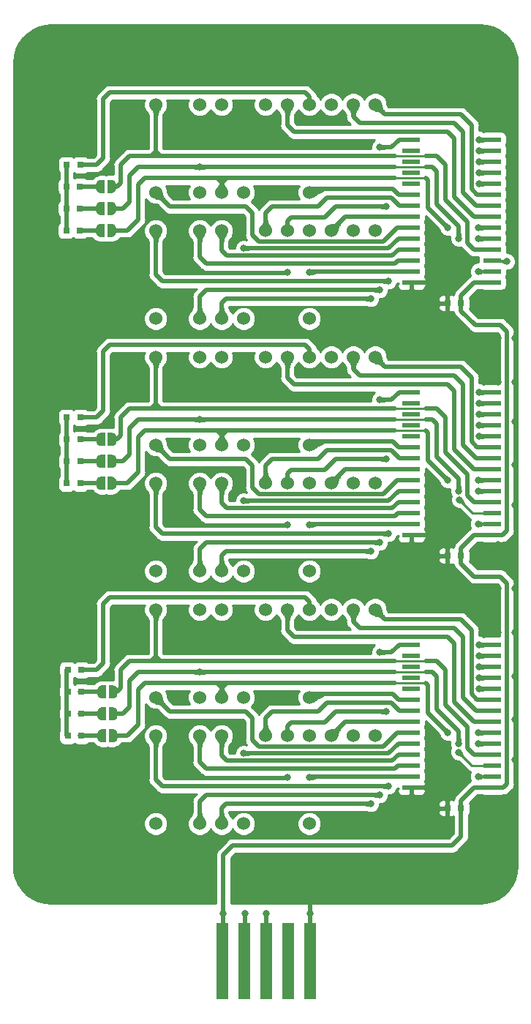
<source format=gbl>
G04 #@! TF.GenerationSoftware,KiCad,Pcbnew,(5.0.2)-1*
G04 #@! TF.CreationDate,2023-09-18T18:41:06+09:00*
G04 #@! TF.ProjectId,Building,4275696c-6469-46e6-972e-6b696361645f,rev?*
G04 #@! TF.SameCoordinates,Original*
G04 #@! TF.FileFunction,Copper,L2,Bot*
G04 #@! TF.FilePolarity,Positive*
%FSLAX46Y46*%
G04 Gerber Fmt 4.6, Leading zero omitted, Abs format (unit mm)*
G04 Created by KiCad (PCBNEW (5.0.2)-1) date 2023/09/18 18:41:06*
%MOMM*%
%LPD*%
G01*
G04 APERTURE LIST*
G04 #@! TA.AperFunction,ComponentPad*
%ADD10C,1.524000*%
G04 #@! TD*
G04 #@! TA.AperFunction,SMDPad,CuDef*
%ADD11R,2.000000X0.600000*%
G04 #@! TD*
G04 #@! TA.AperFunction,ConnectorPad*
%ADD12R,1.470000X8.890000*%
G04 #@! TD*
G04 #@! TA.AperFunction,SMDPad,CuDef*
%ADD13R,0.800000X0.800000*%
G04 #@! TD*
G04 #@! TA.AperFunction,SMDPad,CuDef*
%ADD14C,0.500000*%
G04 #@! TD*
G04 #@! TA.AperFunction,Conductor*
%ADD15C,0.100000*%
G04 #@! TD*
G04 #@! TA.AperFunction,ViaPad*
%ADD16C,0.800000*%
G04 #@! TD*
G04 #@! TA.AperFunction,Conductor*
%ADD17C,0.500000*%
G04 #@! TD*
G04 #@! TA.AperFunction,Conductor*
%ADD18C,0.250000*%
G04 #@! TD*
G04 #@! TA.AperFunction,Conductor*
%ADD19C,0.254000*%
G04 #@! TD*
G04 #@! TA.AperFunction,Conductor*
%ADD20C,0.025400*%
G04 #@! TD*
G04 APERTURE END LIST*
D10*
G04 #@! TO.P,U1,1*
G04 #@! TO.N,/E_1*
X125400000Y-46825000D03*
G04 #@! TO.P,U1,3*
G04 #@! TO.N,/CA2*
X130480000Y-46825000D03*
G04 #@! TO.P,U1,4*
G04 #@! TO.N,/CA3*
X133020000Y-46825000D03*
G04 #@! TO.P,U1,5*
G04 #@! TO.N,/D_1*
X135560000Y-46825000D03*
G04 #@! TO.P,U1,8*
G04 #@! TO.N,/DP_1*
X143180000Y-46825000D03*
G04 #@! TO.P,U1,12*
G04 #@! TO.N,/CA6*
X150800000Y-36665000D03*
G04 #@! TO.P,U1,13*
G04 #@! TO.N,/CA5*
X148260000Y-36665000D03*
G04 #@! TO.P,U1,14*
G04 #@! TO.N,/F_1*
X145720000Y-36665000D03*
G04 #@! TO.P,U1,15*
G04 #@! TO.N,/A_1*
X143180000Y-36665000D03*
G04 #@! TO.P,U1,16*
G04 #@! TO.N,/CA4*
X140640000Y-36665000D03*
G04 #@! TO.P,U1,17*
G04 #@! TO.N,/G_1*
X138100000Y-36665000D03*
G04 #@! TO.P,U1,19*
G04 #@! TO.N,/C_1*
X133020000Y-36665000D03*
G04 #@! TO.P,U1,20*
G04 #@! TO.N,/B_1*
X130480000Y-36665000D03*
G04 #@! TO.P,U1,22*
G04 #@! TO.N,/CA1*
X125400000Y-36665000D03*
G04 #@! TD*
D11*
G04 #@! TO.P,IC1,1*
G04 #@! TO.N,GND*
X154990000Y-57239000D03*
G04 #@! TO.P,IC1,2*
G04 #@! TO.N,/A_1*
X154990000Y-55969000D03*
G04 #@! TO.P,IC1,3*
G04 #@! TO.N,/B_1*
X154990000Y-54699000D03*
G04 #@! TO.P,IC1,4*
G04 #@! TO.N,/C_1*
X154990000Y-53429000D03*
G04 #@! TO.P,IC1,5*
G04 #@! TO.N,/D_1*
X154990000Y-52159000D03*
G04 #@! TO.P,IC1,6*
G04 #@! TO.N,/E_1*
X154990000Y-50889000D03*
G04 #@! TO.P,IC1,7*
G04 #@! TO.N,/F_1*
X154990000Y-49619000D03*
G04 #@! TO.P,IC1,8*
G04 #@! TO.N,/G_1*
X154990000Y-48349000D03*
G04 #@! TO.P,IC1,9*
G04 #@! TO.N,/DP_1*
X154990000Y-47079000D03*
G04 #@! TO.P,IC1,10*
G04 #@! TO.N,Net-(IC1-Pad10)*
X154990000Y-45809000D03*
G04 #@! TO.P,IC1,11*
G04 #@! TO.N,Net-(IC1-Pad11)*
X154990000Y-44539000D03*
G04 #@! TO.P,IC1,12*
G04 #@! TO.N,Net-(IC1-Pad12)*
X154990000Y-43269000D03*
G04 #@! TO.P,IC1,13*
G04 #@! TO.N,Net-(IC1-Pad13)*
X154990000Y-41999000D03*
G04 #@! TO.P,IC1,14*
G04 #@! TO.N,/CA12*
X154990000Y-40729000D03*
G04 #@! TO.P,IC1,15*
G04 #@! TO.N,/CA11*
X164390000Y-40729000D03*
G04 #@! TO.P,IC1,16*
G04 #@! TO.N,/CA10*
X164390000Y-41999000D03*
G04 #@! TO.P,IC1,17*
G04 #@! TO.N,/CA9*
X164390000Y-43269000D03*
G04 #@! TO.P,IC1,18*
G04 #@! TO.N,/CA8*
X164390000Y-44539000D03*
G04 #@! TO.P,IC1,19*
G04 #@! TO.N,/CA7*
X164390000Y-45809000D03*
G04 #@! TO.P,IC1,20*
G04 #@! TO.N,/CA6*
X164390000Y-47079000D03*
G04 #@! TO.P,IC1,21*
G04 #@! TO.N,/CA5*
X164390000Y-48349000D03*
G04 #@! TO.P,IC1,22*
G04 #@! TO.N,/CA4*
X164390000Y-49619000D03*
G04 #@! TO.P,IC1,23*
G04 #@! TO.N,/CA3*
X164390000Y-50889000D03*
G04 #@! TO.P,IC1,24*
G04 #@! TO.N,/CA2*
X164390000Y-52159000D03*
G04 #@! TO.P,IC1,25*
G04 #@! TO.N,/CA1*
X164390000Y-53429000D03*
G04 #@! TO.P,IC1,26*
G04 #@! TO.N,SCL*
X164390000Y-54699000D03*
G04 #@! TO.P,IC1,27*
G04 #@! TO.N,SDA*
X164390000Y-55969000D03*
G04 #@! TO.P,IC1,28*
G04 #@! TO.N,+5V*
X164390000Y-57239000D03*
G04 #@! TD*
D10*
G04 #@! TO.P,U2,22*
G04 #@! TO.N,/CA7*
X125400000Y-51270000D03*
G04 #@! TO.P,U2,20*
G04 #@! TO.N,/B_1*
X130480000Y-51270000D03*
G04 #@! TO.P,U2,19*
G04 #@! TO.N,/C_1*
X133020000Y-51270000D03*
G04 #@! TO.P,U2,17*
G04 #@! TO.N,/G_1*
X138100000Y-51270000D03*
G04 #@! TO.P,U2,16*
G04 #@! TO.N,/CA10*
X140640000Y-51270000D03*
G04 #@! TO.P,U2,15*
G04 #@! TO.N,/A_1*
X143180000Y-51270000D03*
G04 #@! TO.P,U2,14*
G04 #@! TO.N,/F_1*
X145720000Y-51270000D03*
G04 #@! TO.P,U2,13*
G04 #@! TO.N,/CA11*
X148260000Y-51270000D03*
G04 #@! TO.P,U2,12*
G04 #@! TO.N,/CA12*
X150800000Y-51270000D03*
G04 #@! TO.P,U2,8*
G04 #@! TO.N,/DP_1*
X143180000Y-61430000D03*
G04 #@! TO.P,U2,5*
G04 #@! TO.N,/D_1*
X135560000Y-61430000D03*
G04 #@! TO.P,U2,4*
G04 #@! TO.N,/CA9*
X133020000Y-61430000D03*
G04 #@! TO.P,U2,3*
G04 #@! TO.N,/CA8*
X130480000Y-61430000D03*
G04 #@! TO.P,U2,1*
G04 #@! TO.N,/E_1*
X125400000Y-61430000D03*
G04 #@! TD*
D12*
G04 #@! TO.P,J1,1*
G04 #@! TO.N,+5V*
X133149000Y-135765500D03*
G04 #@! TO.P,J1,2*
G04 #@! TO.N,SDA*
X135689000Y-135765500D03*
G04 #@! TO.P,J1,3*
G04 #@! TO.N,SCL*
X138229000Y-135765500D03*
G04 #@! TO.P,J1,4*
G04 #@! TO.N,Net-(J1-Pad4)*
X140769000Y-135765500D03*
G04 #@! TO.P,J1,5*
G04 #@! TO.N,GND*
X143309000Y-135765500D03*
G04 #@! TD*
D13*
G04 #@! TO.P,C1,1*
G04 #@! TO.N,+5V*
X160744000Y-59652000D03*
G04 #@! TO.P,C1,2*
G04 #@! TO.N,GND*
X159144000Y-59652000D03*
G04 #@! TD*
G04 #@! TO.P,C2,1*
G04 #@! TO.N,+5V*
X160744000Y-88862000D03*
G04 #@! TO.P,C2,2*
G04 #@! TO.N,GND*
X159144000Y-88862000D03*
G04 #@! TD*
G04 #@! TO.P,C3,2*
G04 #@! TO.N,GND*
X159144000Y-118072000D03*
G04 #@! TO.P,C3,1*
G04 #@! TO.N,+5V*
X160744000Y-118072000D03*
G04 #@! TD*
G04 #@! TO.P,D1,1*
G04 #@! TO.N,Net-(D1-Pad1)*
X115075000Y-43650000D03*
G04 #@! TO.P,D1,2*
G04 #@! TO.N,/A_1*
X116675000Y-43650000D03*
G04 #@! TD*
G04 #@! TO.P,D2,1*
G04 #@! TO.N,Net-(D2-Pad1)*
X115075000Y-72860000D03*
G04 #@! TO.P,D2,2*
G04 #@! TO.N,/A_2*
X116675000Y-72860000D03*
G04 #@! TD*
G04 #@! TO.P,D3,1*
G04 #@! TO.N,Net-(D3-Pad1)*
X115202000Y-102070000D03*
G04 #@! TO.P,D3,2*
G04 #@! TO.N,/A_3*
X116802000Y-102070000D03*
G04 #@! TD*
D11*
G04 #@! TO.P,IC2,28*
G04 #@! TO.N,+5V*
X164390000Y-86449000D03*
G04 #@! TO.P,IC2,27*
G04 #@! TO.N,SDA*
X164390000Y-85179000D03*
G04 #@! TO.P,IC2,26*
G04 #@! TO.N,SCL*
X164390000Y-83909000D03*
G04 #@! TO.P,IC2,25*
G04 #@! TO.N,/CA13*
X164390000Y-82639000D03*
G04 #@! TO.P,IC2,24*
G04 #@! TO.N,/CA14*
X164390000Y-81369000D03*
G04 #@! TO.P,IC2,23*
G04 #@! TO.N,/CA15*
X164390000Y-80099000D03*
G04 #@! TO.P,IC2,22*
G04 #@! TO.N,/CA16*
X164390000Y-78829000D03*
G04 #@! TO.P,IC2,21*
G04 #@! TO.N,/CA17*
X164390000Y-77559000D03*
G04 #@! TO.P,IC2,20*
G04 #@! TO.N,/CA18*
X164390000Y-76289000D03*
G04 #@! TO.P,IC2,19*
G04 #@! TO.N,/CA19*
X164390000Y-75019000D03*
G04 #@! TO.P,IC2,18*
G04 #@! TO.N,/CA20*
X164390000Y-73749000D03*
G04 #@! TO.P,IC2,17*
G04 #@! TO.N,/CA21*
X164390000Y-72479000D03*
G04 #@! TO.P,IC2,16*
G04 #@! TO.N,/CA22*
X164390000Y-71209000D03*
G04 #@! TO.P,IC2,15*
G04 #@! TO.N,/CA23*
X164390000Y-69939000D03*
G04 #@! TO.P,IC2,14*
G04 #@! TO.N,/CA24*
X154990000Y-69939000D03*
G04 #@! TO.P,IC2,13*
G04 #@! TO.N,Net-(IC2-Pad13)*
X154990000Y-71209000D03*
G04 #@! TO.P,IC2,12*
G04 #@! TO.N,Net-(IC2-Pad12)*
X154990000Y-72479000D03*
G04 #@! TO.P,IC2,11*
G04 #@! TO.N,Net-(IC2-Pad11)*
X154990000Y-73749000D03*
G04 #@! TO.P,IC2,10*
G04 #@! TO.N,Net-(IC2-Pad10)*
X154990000Y-75019000D03*
G04 #@! TO.P,IC2,9*
G04 #@! TO.N,/DP_2*
X154990000Y-76289000D03*
G04 #@! TO.P,IC2,8*
G04 #@! TO.N,/G_2*
X154990000Y-77559000D03*
G04 #@! TO.P,IC2,7*
G04 #@! TO.N,/F_2*
X154990000Y-78829000D03*
G04 #@! TO.P,IC2,6*
G04 #@! TO.N,/E_2*
X154990000Y-80099000D03*
G04 #@! TO.P,IC2,5*
G04 #@! TO.N,/D_2*
X154990000Y-81369000D03*
G04 #@! TO.P,IC2,4*
G04 #@! TO.N,/C_2*
X154990000Y-82639000D03*
G04 #@! TO.P,IC2,3*
G04 #@! TO.N,/B_2*
X154990000Y-83909000D03*
G04 #@! TO.P,IC2,2*
G04 #@! TO.N,/A_2*
X154990000Y-85179000D03*
G04 #@! TO.P,IC2,1*
G04 #@! TO.N,GND*
X154990000Y-86449000D03*
G04 #@! TD*
G04 #@! TO.P,IC3,1*
G04 #@! TO.N,GND*
X154990000Y-115659000D03*
G04 #@! TO.P,IC3,2*
G04 #@! TO.N,/A_3*
X154990000Y-114389000D03*
G04 #@! TO.P,IC3,3*
G04 #@! TO.N,/B_3*
X154990000Y-113119000D03*
G04 #@! TO.P,IC3,4*
G04 #@! TO.N,/C_3*
X154990000Y-111849000D03*
G04 #@! TO.P,IC3,5*
G04 #@! TO.N,/D_3*
X154990000Y-110579000D03*
G04 #@! TO.P,IC3,6*
G04 #@! TO.N,/E_3*
X154990000Y-109309000D03*
G04 #@! TO.P,IC3,7*
G04 #@! TO.N,/F_3*
X154990000Y-108039000D03*
G04 #@! TO.P,IC3,8*
G04 #@! TO.N,/G_3*
X154990000Y-106769000D03*
G04 #@! TO.P,IC3,9*
G04 #@! TO.N,/DP_3*
X154990000Y-105499000D03*
G04 #@! TO.P,IC3,10*
G04 #@! TO.N,Net-(IC3-Pad10)*
X154990000Y-104229000D03*
G04 #@! TO.P,IC3,11*
G04 #@! TO.N,Net-(IC3-Pad11)*
X154990000Y-102959000D03*
G04 #@! TO.P,IC3,12*
G04 #@! TO.N,Net-(IC3-Pad12)*
X154990000Y-101689000D03*
G04 #@! TO.P,IC3,13*
G04 #@! TO.N,Net-(IC3-Pad13)*
X154990000Y-100419000D03*
G04 #@! TO.P,IC3,14*
G04 #@! TO.N,/CA36*
X154990000Y-99149000D03*
G04 #@! TO.P,IC3,15*
G04 #@! TO.N,/CA35*
X164390000Y-99149000D03*
G04 #@! TO.P,IC3,16*
G04 #@! TO.N,/CA34*
X164390000Y-100419000D03*
G04 #@! TO.P,IC3,17*
G04 #@! TO.N,/CA33*
X164390000Y-101689000D03*
G04 #@! TO.P,IC3,18*
G04 #@! TO.N,/CA32*
X164390000Y-102959000D03*
G04 #@! TO.P,IC3,19*
G04 #@! TO.N,/CA31*
X164390000Y-104229000D03*
G04 #@! TO.P,IC3,20*
G04 #@! TO.N,/CA30*
X164390000Y-105499000D03*
G04 #@! TO.P,IC3,21*
G04 #@! TO.N,/CA29*
X164390000Y-106769000D03*
G04 #@! TO.P,IC3,22*
G04 #@! TO.N,/CA28*
X164390000Y-108039000D03*
G04 #@! TO.P,IC3,23*
G04 #@! TO.N,/CA27*
X164390000Y-109309000D03*
G04 #@! TO.P,IC3,24*
G04 #@! TO.N,/CA26*
X164390000Y-110579000D03*
G04 #@! TO.P,IC3,25*
G04 #@! TO.N,/CA25*
X164390000Y-111849000D03*
G04 #@! TO.P,IC3,26*
G04 #@! TO.N,SCL*
X164390000Y-113119000D03*
G04 #@! TO.P,IC3,27*
G04 #@! TO.N,SDA*
X164390000Y-114389000D03*
G04 #@! TO.P,IC3,28*
G04 #@! TO.N,+5V*
X164390000Y-115659000D03*
G04 #@! TD*
D14*
G04 #@! TO.P,JP1,1*
G04 #@! TO.N,Net-(JP1-Pad1)*
X118996330Y-51231386D03*
D15*
G04 #@! TD*
G04 #@! TO.N,Net-(JP1-Pad1)*
G04 #@! TO.C,JP1*
G36*
X119496330Y-51981386D02*
X118996330Y-51981386D01*
X118996330Y-51980784D01*
X118971796Y-51980784D01*
X118922965Y-51975974D01*
X118874840Y-51966402D01*
X118827885Y-51952158D01*
X118782552Y-51933381D01*
X118739279Y-51910250D01*
X118698480Y-51882990D01*
X118660551Y-51851862D01*
X118625854Y-51817165D01*
X118594726Y-51779236D01*
X118567466Y-51738437D01*
X118544335Y-51695164D01*
X118525558Y-51649831D01*
X118511314Y-51602876D01*
X118501742Y-51554751D01*
X118496932Y-51505920D01*
X118496932Y-51481386D01*
X118496330Y-51481386D01*
X118496330Y-50981386D01*
X118496932Y-50981386D01*
X118496932Y-50956852D01*
X118501742Y-50908021D01*
X118511314Y-50859896D01*
X118525558Y-50812941D01*
X118544335Y-50767608D01*
X118567466Y-50724335D01*
X118594726Y-50683536D01*
X118625854Y-50645607D01*
X118660551Y-50610910D01*
X118698480Y-50579782D01*
X118739279Y-50552522D01*
X118782552Y-50529391D01*
X118827885Y-50510614D01*
X118874840Y-50496370D01*
X118922965Y-50486798D01*
X118971796Y-50481988D01*
X118996330Y-50481988D01*
X118996330Y-50481386D01*
X119496330Y-50481386D01*
X119496330Y-51981386D01*
X119496330Y-51981386D01*
G37*
D14*
G04 #@! TO.P,JP1,2*
G04 #@! TO.N,/CA3*
X120296330Y-51231386D03*
D15*
G04 #@! TD*
G04 #@! TO.N,/CA3*
G04 #@! TO.C,JP1*
G36*
X120296330Y-50481988D02*
X120320864Y-50481988D01*
X120369695Y-50486798D01*
X120417820Y-50496370D01*
X120464775Y-50510614D01*
X120510108Y-50529391D01*
X120553381Y-50552522D01*
X120594180Y-50579782D01*
X120632109Y-50610910D01*
X120666806Y-50645607D01*
X120697934Y-50683536D01*
X120725194Y-50724335D01*
X120748325Y-50767608D01*
X120767102Y-50812941D01*
X120781346Y-50859896D01*
X120790918Y-50908021D01*
X120795728Y-50956852D01*
X120795728Y-50981386D01*
X120796330Y-50981386D01*
X120796330Y-51481386D01*
X120795728Y-51481386D01*
X120795728Y-51505920D01*
X120790918Y-51554751D01*
X120781346Y-51602876D01*
X120767102Y-51649831D01*
X120748325Y-51695164D01*
X120725194Y-51738437D01*
X120697934Y-51779236D01*
X120666806Y-51817165D01*
X120632109Y-51851862D01*
X120594180Y-51882990D01*
X120553381Y-51910250D01*
X120510108Y-51933381D01*
X120464775Y-51952158D01*
X120417820Y-51966402D01*
X120369695Y-51975974D01*
X120320864Y-51980784D01*
X120296330Y-51980784D01*
X120296330Y-51981386D01*
X119796330Y-51981386D01*
X119796330Y-50481386D01*
X120296330Y-50481386D01*
X120296330Y-50481988D01*
X120296330Y-50481988D01*
G37*
D14*
G04 #@! TO.P,JP2,2*
G04 #@! TO.N,/CA2*
X120296330Y-48691386D03*
D15*
G04 #@! TD*
G04 #@! TO.N,/CA2*
G04 #@! TO.C,JP2*
G36*
X120296330Y-47941988D02*
X120320864Y-47941988D01*
X120369695Y-47946798D01*
X120417820Y-47956370D01*
X120464775Y-47970614D01*
X120510108Y-47989391D01*
X120553381Y-48012522D01*
X120594180Y-48039782D01*
X120632109Y-48070910D01*
X120666806Y-48105607D01*
X120697934Y-48143536D01*
X120725194Y-48184335D01*
X120748325Y-48227608D01*
X120767102Y-48272941D01*
X120781346Y-48319896D01*
X120790918Y-48368021D01*
X120795728Y-48416852D01*
X120795728Y-48441386D01*
X120796330Y-48441386D01*
X120796330Y-48941386D01*
X120795728Y-48941386D01*
X120795728Y-48965920D01*
X120790918Y-49014751D01*
X120781346Y-49062876D01*
X120767102Y-49109831D01*
X120748325Y-49155164D01*
X120725194Y-49198437D01*
X120697934Y-49239236D01*
X120666806Y-49277165D01*
X120632109Y-49311862D01*
X120594180Y-49342990D01*
X120553381Y-49370250D01*
X120510108Y-49393381D01*
X120464775Y-49412158D01*
X120417820Y-49426402D01*
X120369695Y-49435974D01*
X120320864Y-49440784D01*
X120296330Y-49440784D01*
X120296330Y-49441386D01*
X119796330Y-49441386D01*
X119796330Y-47941386D01*
X120296330Y-47941386D01*
X120296330Y-47941988D01*
X120296330Y-47941988D01*
G37*
D14*
G04 #@! TO.P,JP2,1*
G04 #@! TO.N,Net-(JP2-Pad1)*
X118996330Y-48691386D03*
D15*
G04 #@! TD*
G04 #@! TO.N,Net-(JP2-Pad1)*
G04 #@! TO.C,JP2*
G36*
X119496330Y-49441386D02*
X118996330Y-49441386D01*
X118996330Y-49440784D01*
X118971796Y-49440784D01*
X118922965Y-49435974D01*
X118874840Y-49426402D01*
X118827885Y-49412158D01*
X118782552Y-49393381D01*
X118739279Y-49370250D01*
X118698480Y-49342990D01*
X118660551Y-49311862D01*
X118625854Y-49277165D01*
X118594726Y-49239236D01*
X118567466Y-49198437D01*
X118544335Y-49155164D01*
X118525558Y-49109831D01*
X118511314Y-49062876D01*
X118501742Y-49014751D01*
X118496932Y-48965920D01*
X118496932Y-48941386D01*
X118496330Y-48941386D01*
X118496330Y-48441386D01*
X118496932Y-48441386D01*
X118496932Y-48416852D01*
X118501742Y-48368021D01*
X118511314Y-48319896D01*
X118525558Y-48272941D01*
X118544335Y-48227608D01*
X118567466Y-48184335D01*
X118594726Y-48143536D01*
X118625854Y-48105607D01*
X118660551Y-48070910D01*
X118698480Y-48039782D01*
X118739279Y-48012522D01*
X118782552Y-47989391D01*
X118827885Y-47970614D01*
X118874840Y-47956370D01*
X118922965Y-47946798D01*
X118971796Y-47941988D01*
X118996330Y-47941988D01*
X118996330Y-47941386D01*
X119496330Y-47941386D01*
X119496330Y-49441386D01*
X119496330Y-49441386D01*
G37*
D14*
G04 #@! TO.P,JP3,1*
G04 #@! TO.N,Net-(JP3-Pad1)*
X118996330Y-46151386D03*
D15*
G04 #@! TD*
G04 #@! TO.N,Net-(JP3-Pad1)*
G04 #@! TO.C,JP3*
G36*
X119496330Y-46901386D02*
X118996330Y-46901386D01*
X118996330Y-46900784D01*
X118971796Y-46900784D01*
X118922965Y-46895974D01*
X118874840Y-46886402D01*
X118827885Y-46872158D01*
X118782552Y-46853381D01*
X118739279Y-46830250D01*
X118698480Y-46802990D01*
X118660551Y-46771862D01*
X118625854Y-46737165D01*
X118594726Y-46699236D01*
X118567466Y-46658437D01*
X118544335Y-46615164D01*
X118525558Y-46569831D01*
X118511314Y-46522876D01*
X118501742Y-46474751D01*
X118496932Y-46425920D01*
X118496932Y-46401386D01*
X118496330Y-46401386D01*
X118496330Y-45901386D01*
X118496932Y-45901386D01*
X118496932Y-45876852D01*
X118501742Y-45828021D01*
X118511314Y-45779896D01*
X118525558Y-45732941D01*
X118544335Y-45687608D01*
X118567466Y-45644335D01*
X118594726Y-45603536D01*
X118625854Y-45565607D01*
X118660551Y-45530910D01*
X118698480Y-45499782D01*
X118739279Y-45472522D01*
X118782552Y-45449391D01*
X118827885Y-45430614D01*
X118874840Y-45416370D01*
X118922965Y-45406798D01*
X118971796Y-45401988D01*
X118996330Y-45401988D01*
X118996330Y-45401386D01*
X119496330Y-45401386D01*
X119496330Y-46901386D01*
X119496330Y-46901386D01*
G37*
D14*
G04 #@! TO.P,JP3,2*
G04 #@! TO.N,/CA1*
X120296330Y-46151386D03*
D15*
G04 #@! TD*
G04 #@! TO.N,/CA1*
G04 #@! TO.C,JP3*
G36*
X120296330Y-45401988D02*
X120320864Y-45401988D01*
X120369695Y-45406798D01*
X120417820Y-45416370D01*
X120464775Y-45430614D01*
X120510108Y-45449391D01*
X120553381Y-45472522D01*
X120594180Y-45499782D01*
X120632109Y-45530910D01*
X120666806Y-45565607D01*
X120697934Y-45603536D01*
X120725194Y-45644335D01*
X120748325Y-45687608D01*
X120767102Y-45732941D01*
X120781346Y-45779896D01*
X120790918Y-45828021D01*
X120795728Y-45876852D01*
X120795728Y-45901386D01*
X120796330Y-45901386D01*
X120796330Y-46401386D01*
X120795728Y-46401386D01*
X120795728Y-46425920D01*
X120790918Y-46474751D01*
X120781346Y-46522876D01*
X120767102Y-46569831D01*
X120748325Y-46615164D01*
X120725194Y-46658437D01*
X120697934Y-46699236D01*
X120666806Y-46737165D01*
X120632109Y-46771862D01*
X120594180Y-46802990D01*
X120553381Y-46830250D01*
X120510108Y-46853381D01*
X120464775Y-46872158D01*
X120417820Y-46886402D01*
X120369695Y-46895974D01*
X120320864Y-46900784D01*
X120296330Y-46900784D01*
X120296330Y-46901386D01*
X119796330Y-46901386D01*
X119796330Y-45401386D01*
X120296330Y-45401386D01*
X120296330Y-45401988D01*
X120296330Y-45401988D01*
G37*
D13*
G04 #@! TO.P,R1,1*
G04 #@! TO.N,Net-(JP1-Pad1)*
X116636330Y-51231386D03*
G04 #@! TO.P,R1,2*
G04 #@! TO.N,Net-(D1-Pad1)*
X115036330Y-51231386D03*
G04 #@! TD*
G04 #@! TO.P,R2,1*
G04 #@! TO.N,Net-(JP2-Pad1)*
X116636330Y-48691386D03*
G04 #@! TO.P,R2,2*
G04 #@! TO.N,Net-(D1-Pad1)*
X115036330Y-48691386D03*
G04 #@! TD*
G04 #@! TO.P,R3,2*
G04 #@! TO.N,Net-(D1-Pad1)*
X115036330Y-46151386D03*
G04 #@! TO.P,R3,1*
G04 #@! TO.N,Net-(JP3-Pad1)*
X116636330Y-46151386D03*
G04 #@! TD*
G04 #@! TO.P,R4,1*
G04 #@! TO.N,Net-(JP4-Pad1)*
X116675000Y-80480000D03*
G04 #@! TO.P,R4,2*
G04 #@! TO.N,Net-(D2-Pad1)*
X115075000Y-80480000D03*
G04 #@! TD*
G04 #@! TO.P,R5,2*
G04 #@! TO.N,Net-(D2-Pad1)*
X115075000Y-77940000D03*
G04 #@! TO.P,R5,1*
G04 #@! TO.N,Net-(JP5-Pad1)*
X116675000Y-77940000D03*
G04 #@! TD*
G04 #@! TO.P,R6,1*
G04 #@! TO.N,Net-(JP6-Pad1)*
X116675000Y-75400000D03*
G04 #@! TO.P,R6,2*
G04 #@! TO.N,Net-(D2-Pad1)*
X115075000Y-75400000D03*
G04 #@! TD*
G04 #@! TO.P,R7,2*
G04 #@! TO.N,Net-(D3-Pad1)*
X115202000Y-109690000D03*
G04 #@! TO.P,R7,1*
G04 #@! TO.N,Net-(JP7-Pad1)*
X116802000Y-109690000D03*
G04 #@! TD*
G04 #@! TO.P,R8,1*
G04 #@! TO.N,Net-(JP8-Pad1)*
X116802000Y-107150000D03*
G04 #@! TO.P,R8,2*
G04 #@! TO.N,Net-(D3-Pad1)*
X115202000Y-107150000D03*
G04 #@! TD*
G04 #@! TO.P,R9,2*
G04 #@! TO.N,Net-(D3-Pad1)*
X115202000Y-104610000D03*
G04 #@! TO.P,R9,1*
G04 #@! TO.N,Net-(JP9-Pad1)*
X116802000Y-104610000D03*
G04 #@! TD*
D14*
G04 #@! TO.P,JP4,1*
G04 #@! TO.N,Net-(JP4-Pad1)*
X119020000Y-80480000D03*
D15*
G04 #@! TD*
G04 #@! TO.N,Net-(JP4-Pad1)*
G04 #@! TO.C,JP4*
G36*
X119520000Y-81230000D02*
X119020000Y-81230000D01*
X119020000Y-81229398D01*
X118995466Y-81229398D01*
X118946635Y-81224588D01*
X118898510Y-81215016D01*
X118851555Y-81200772D01*
X118806222Y-81181995D01*
X118762949Y-81158864D01*
X118722150Y-81131604D01*
X118684221Y-81100476D01*
X118649524Y-81065779D01*
X118618396Y-81027850D01*
X118591136Y-80987051D01*
X118568005Y-80943778D01*
X118549228Y-80898445D01*
X118534984Y-80851490D01*
X118525412Y-80803365D01*
X118520602Y-80754534D01*
X118520602Y-80730000D01*
X118520000Y-80730000D01*
X118520000Y-80230000D01*
X118520602Y-80230000D01*
X118520602Y-80205466D01*
X118525412Y-80156635D01*
X118534984Y-80108510D01*
X118549228Y-80061555D01*
X118568005Y-80016222D01*
X118591136Y-79972949D01*
X118618396Y-79932150D01*
X118649524Y-79894221D01*
X118684221Y-79859524D01*
X118722150Y-79828396D01*
X118762949Y-79801136D01*
X118806222Y-79778005D01*
X118851555Y-79759228D01*
X118898510Y-79744984D01*
X118946635Y-79735412D01*
X118995466Y-79730602D01*
X119020000Y-79730602D01*
X119020000Y-79730000D01*
X119520000Y-79730000D01*
X119520000Y-81230000D01*
X119520000Y-81230000D01*
G37*
D14*
G04 #@! TO.P,JP4,2*
G04 #@! TO.N,/CA15*
X120320000Y-80480000D03*
D15*
G04 #@! TD*
G04 #@! TO.N,/CA15*
G04 #@! TO.C,JP4*
G36*
X120320000Y-79730602D02*
X120344534Y-79730602D01*
X120393365Y-79735412D01*
X120441490Y-79744984D01*
X120488445Y-79759228D01*
X120533778Y-79778005D01*
X120577051Y-79801136D01*
X120617850Y-79828396D01*
X120655779Y-79859524D01*
X120690476Y-79894221D01*
X120721604Y-79932150D01*
X120748864Y-79972949D01*
X120771995Y-80016222D01*
X120790772Y-80061555D01*
X120805016Y-80108510D01*
X120814588Y-80156635D01*
X120819398Y-80205466D01*
X120819398Y-80230000D01*
X120820000Y-80230000D01*
X120820000Y-80730000D01*
X120819398Y-80730000D01*
X120819398Y-80754534D01*
X120814588Y-80803365D01*
X120805016Y-80851490D01*
X120790772Y-80898445D01*
X120771995Y-80943778D01*
X120748864Y-80987051D01*
X120721604Y-81027850D01*
X120690476Y-81065779D01*
X120655779Y-81100476D01*
X120617850Y-81131604D01*
X120577051Y-81158864D01*
X120533778Y-81181995D01*
X120488445Y-81200772D01*
X120441490Y-81215016D01*
X120393365Y-81224588D01*
X120344534Y-81229398D01*
X120320000Y-81229398D01*
X120320000Y-81230000D01*
X119820000Y-81230000D01*
X119820000Y-79730000D01*
X120320000Y-79730000D01*
X120320000Y-79730602D01*
X120320000Y-79730602D01*
G37*
D14*
G04 #@! TO.P,JP5,2*
G04 #@! TO.N,/CA14*
X120335000Y-77940000D03*
D15*
G04 #@! TD*
G04 #@! TO.N,/CA14*
G04 #@! TO.C,JP5*
G36*
X120335000Y-77190602D02*
X120359534Y-77190602D01*
X120408365Y-77195412D01*
X120456490Y-77204984D01*
X120503445Y-77219228D01*
X120548778Y-77238005D01*
X120592051Y-77261136D01*
X120632850Y-77288396D01*
X120670779Y-77319524D01*
X120705476Y-77354221D01*
X120736604Y-77392150D01*
X120763864Y-77432949D01*
X120786995Y-77476222D01*
X120805772Y-77521555D01*
X120820016Y-77568510D01*
X120829588Y-77616635D01*
X120834398Y-77665466D01*
X120834398Y-77690000D01*
X120835000Y-77690000D01*
X120835000Y-78190000D01*
X120834398Y-78190000D01*
X120834398Y-78214534D01*
X120829588Y-78263365D01*
X120820016Y-78311490D01*
X120805772Y-78358445D01*
X120786995Y-78403778D01*
X120763864Y-78447051D01*
X120736604Y-78487850D01*
X120705476Y-78525779D01*
X120670779Y-78560476D01*
X120632850Y-78591604D01*
X120592051Y-78618864D01*
X120548778Y-78641995D01*
X120503445Y-78660772D01*
X120456490Y-78675016D01*
X120408365Y-78684588D01*
X120359534Y-78689398D01*
X120335000Y-78689398D01*
X120335000Y-78690000D01*
X119835000Y-78690000D01*
X119835000Y-77190000D01*
X120335000Y-77190000D01*
X120335000Y-77190602D01*
X120335000Y-77190602D01*
G37*
D14*
G04 #@! TO.P,JP5,1*
G04 #@! TO.N,Net-(JP5-Pad1)*
X119035000Y-77940000D03*
D15*
G04 #@! TD*
G04 #@! TO.N,Net-(JP5-Pad1)*
G04 #@! TO.C,JP5*
G36*
X119535000Y-78690000D02*
X119035000Y-78690000D01*
X119035000Y-78689398D01*
X119010466Y-78689398D01*
X118961635Y-78684588D01*
X118913510Y-78675016D01*
X118866555Y-78660772D01*
X118821222Y-78641995D01*
X118777949Y-78618864D01*
X118737150Y-78591604D01*
X118699221Y-78560476D01*
X118664524Y-78525779D01*
X118633396Y-78487850D01*
X118606136Y-78447051D01*
X118583005Y-78403778D01*
X118564228Y-78358445D01*
X118549984Y-78311490D01*
X118540412Y-78263365D01*
X118535602Y-78214534D01*
X118535602Y-78190000D01*
X118535000Y-78190000D01*
X118535000Y-77690000D01*
X118535602Y-77690000D01*
X118535602Y-77665466D01*
X118540412Y-77616635D01*
X118549984Y-77568510D01*
X118564228Y-77521555D01*
X118583005Y-77476222D01*
X118606136Y-77432949D01*
X118633396Y-77392150D01*
X118664524Y-77354221D01*
X118699221Y-77319524D01*
X118737150Y-77288396D01*
X118777949Y-77261136D01*
X118821222Y-77238005D01*
X118866555Y-77219228D01*
X118913510Y-77204984D01*
X118961635Y-77195412D01*
X119010466Y-77190602D01*
X119035000Y-77190602D01*
X119035000Y-77190000D01*
X119535000Y-77190000D01*
X119535000Y-78690000D01*
X119535000Y-78690000D01*
G37*
D14*
G04 #@! TO.P,JP6,2*
G04 #@! TO.N,/CA13*
X120335000Y-75400000D03*
D15*
G04 #@! TD*
G04 #@! TO.N,/CA13*
G04 #@! TO.C,JP6*
G36*
X120335000Y-74650602D02*
X120359534Y-74650602D01*
X120408365Y-74655412D01*
X120456490Y-74664984D01*
X120503445Y-74679228D01*
X120548778Y-74698005D01*
X120592051Y-74721136D01*
X120632850Y-74748396D01*
X120670779Y-74779524D01*
X120705476Y-74814221D01*
X120736604Y-74852150D01*
X120763864Y-74892949D01*
X120786995Y-74936222D01*
X120805772Y-74981555D01*
X120820016Y-75028510D01*
X120829588Y-75076635D01*
X120834398Y-75125466D01*
X120834398Y-75150000D01*
X120835000Y-75150000D01*
X120835000Y-75650000D01*
X120834398Y-75650000D01*
X120834398Y-75674534D01*
X120829588Y-75723365D01*
X120820016Y-75771490D01*
X120805772Y-75818445D01*
X120786995Y-75863778D01*
X120763864Y-75907051D01*
X120736604Y-75947850D01*
X120705476Y-75985779D01*
X120670779Y-76020476D01*
X120632850Y-76051604D01*
X120592051Y-76078864D01*
X120548778Y-76101995D01*
X120503445Y-76120772D01*
X120456490Y-76135016D01*
X120408365Y-76144588D01*
X120359534Y-76149398D01*
X120335000Y-76149398D01*
X120335000Y-76150000D01*
X119835000Y-76150000D01*
X119835000Y-74650000D01*
X120335000Y-74650000D01*
X120335000Y-74650602D01*
X120335000Y-74650602D01*
G37*
D14*
G04 #@! TO.P,JP6,1*
G04 #@! TO.N,Net-(JP6-Pad1)*
X119035000Y-75400000D03*
D15*
G04 #@! TD*
G04 #@! TO.N,Net-(JP6-Pad1)*
G04 #@! TO.C,JP6*
G36*
X119535000Y-76150000D02*
X119035000Y-76150000D01*
X119035000Y-76149398D01*
X119010466Y-76149398D01*
X118961635Y-76144588D01*
X118913510Y-76135016D01*
X118866555Y-76120772D01*
X118821222Y-76101995D01*
X118777949Y-76078864D01*
X118737150Y-76051604D01*
X118699221Y-76020476D01*
X118664524Y-75985779D01*
X118633396Y-75947850D01*
X118606136Y-75907051D01*
X118583005Y-75863778D01*
X118564228Y-75818445D01*
X118549984Y-75771490D01*
X118540412Y-75723365D01*
X118535602Y-75674534D01*
X118535602Y-75650000D01*
X118535000Y-75650000D01*
X118535000Y-75150000D01*
X118535602Y-75150000D01*
X118535602Y-75125466D01*
X118540412Y-75076635D01*
X118549984Y-75028510D01*
X118564228Y-74981555D01*
X118583005Y-74936222D01*
X118606136Y-74892949D01*
X118633396Y-74852150D01*
X118664524Y-74814221D01*
X118699221Y-74779524D01*
X118737150Y-74748396D01*
X118777949Y-74721136D01*
X118821222Y-74698005D01*
X118866555Y-74679228D01*
X118913510Y-74664984D01*
X118961635Y-74655412D01*
X119010466Y-74650602D01*
X119035000Y-74650602D01*
X119035000Y-74650000D01*
X119535000Y-74650000D01*
X119535000Y-76150000D01*
X119535000Y-76150000D01*
G37*
D14*
G04 #@! TO.P,JP7,2*
G04 #@! TO.N,/CA27*
X120462000Y-109690000D03*
D15*
G04 #@! TD*
G04 #@! TO.N,/CA27*
G04 #@! TO.C,JP7*
G36*
X120462000Y-108940602D02*
X120486534Y-108940602D01*
X120535365Y-108945412D01*
X120583490Y-108954984D01*
X120630445Y-108969228D01*
X120675778Y-108988005D01*
X120719051Y-109011136D01*
X120759850Y-109038396D01*
X120797779Y-109069524D01*
X120832476Y-109104221D01*
X120863604Y-109142150D01*
X120890864Y-109182949D01*
X120913995Y-109226222D01*
X120932772Y-109271555D01*
X120947016Y-109318510D01*
X120956588Y-109366635D01*
X120961398Y-109415466D01*
X120961398Y-109440000D01*
X120962000Y-109440000D01*
X120962000Y-109940000D01*
X120961398Y-109940000D01*
X120961398Y-109964534D01*
X120956588Y-110013365D01*
X120947016Y-110061490D01*
X120932772Y-110108445D01*
X120913995Y-110153778D01*
X120890864Y-110197051D01*
X120863604Y-110237850D01*
X120832476Y-110275779D01*
X120797779Y-110310476D01*
X120759850Y-110341604D01*
X120719051Y-110368864D01*
X120675778Y-110391995D01*
X120630445Y-110410772D01*
X120583490Y-110425016D01*
X120535365Y-110434588D01*
X120486534Y-110439398D01*
X120462000Y-110439398D01*
X120462000Y-110440000D01*
X119962000Y-110440000D01*
X119962000Y-108940000D01*
X120462000Y-108940000D01*
X120462000Y-108940602D01*
X120462000Y-108940602D01*
G37*
D14*
G04 #@! TO.P,JP7,1*
G04 #@! TO.N,Net-(JP7-Pad1)*
X119162000Y-109690000D03*
D15*
G04 #@! TD*
G04 #@! TO.N,Net-(JP7-Pad1)*
G04 #@! TO.C,JP7*
G36*
X119662000Y-110440000D02*
X119162000Y-110440000D01*
X119162000Y-110439398D01*
X119137466Y-110439398D01*
X119088635Y-110434588D01*
X119040510Y-110425016D01*
X118993555Y-110410772D01*
X118948222Y-110391995D01*
X118904949Y-110368864D01*
X118864150Y-110341604D01*
X118826221Y-110310476D01*
X118791524Y-110275779D01*
X118760396Y-110237850D01*
X118733136Y-110197051D01*
X118710005Y-110153778D01*
X118691228Y-110108445D01*
X118676984Y-110061490D01*
X118667412Y-110013365D01*
X118662602Y-109964534D01*
X118662602Y-109940000D01*
X118662000Y-109940000D01*
X118662000Y-109440000D01*
X118662602Y-109440000D01*
X118662602Y-109415466D01*
X118667412Y-109366635D01*
X118676984Y-109318510D01*
X118691228Y-109271555D01*
X118710005Y-109226222D01*
X118733136Y-109182949D01*
X118760396Y-109142150D01*
X118791524Y-109104221D01*
X118826221Y-109069524D01*
X118864150Y-109038396D01*
X118904949Y-109011136D01*
X118948222Y-108988005D01*
X118993555Y-108969228D01*
X119040510Y-108954984D01*
X119088635Y-108945412D01*
X119137466Y-108940602D01*
X119162000Y-108940602D01*
X119162000Y-108940000D01*
X119662000Y-108940000D01*
X119662000Y-110440000D01*
X119662000Y-110440000D01*
G37*
D14*
G04 #@! TO.P,JP8,2*
G04 #@! TO.N,/CA26*
X120447000Y-107150000D03*
D15*
G04 #@! TD*
G04 #@! TO.N,/CA26*
G04 #@! TO.C,JP8*
G36*
X120447000Y-106400602D02*
X120471534Y-106400602D01*
X120520365Y-106405412D01*
X120568490Y-106414984D01*
X120615445Y-106429228D01*
X120660778Y-106448005D01*
X120704051Y-106471136D01*
X120744850Y-106498396D01*
X120782779Y-106529524D01*
X120817476Y-106564221D01*
X120848604Y-106602150D01*
X120875864Y-106642949D01*
X120898995Y-106686222D01*
X120917772Y-106731555D01*
X120932016Y-106778510D01*
X120941588Y-106826635D01*
X120946398Y-106875466D01*
X120946398Y-106900000D01*
X120947000Y-106900000D01*
X120947000Y-107400000D01*
X120946398Y-107400000D01*
X120946398Y-107424534D01*
X120941588Y-107473365D01*
X120932016Y-107521490D01*
X120917772Y-107568445D01*
X120898995Y-107613778D01*
X120875864Y-107657051D01*
X120848604Y-107697850D01*
X120817476Y-107735779D01*
X120782779Y-107770476D01*
X120744850Y-107801604D01*
X120704051Y-107828864D01*
X120660778Y-107851995D01*
X120615445Y-107870772D01*
X120568490Y-107885016D01*
X120520365Y-107894588D01*
X120471534Y-107899398D01*
X120447000Y-107899398D01*
X120447000Y-107900000D01*
X119947000Y-107900000D01*
X119947000Y-106400000D01*
X120447000Y-106400000D01*
X120447000Y-106400602D01*
X120447000Y-106400602D01*
G37*
D14*
G04 #@! TO.P,JP8,1*
G04 #@! TO.N,Net-(JP8-Pad1)*
X119147000Y-107150000D03*
D15*
G04 #@! TD*
G04 #@! TO.N,Net-(JP8-Pad1)*
G04 #@! TO.C,JP8*
G36*
X119647000Y-107900000D02*
X119147000Y-107900000D01*
X119147000Y-107899398D01*
X119122466Y-107899398D01*
X119073635Y-107894588D01*
X119025510Y-107885016D01*
X118978555Y-107870772D01*
X118933222Y-107851995D01*
X118889949Y-107828864D01*
X118849150Y-107801604D01*
X118811221Y-107770476D01*
X118776524Y-107735779D01*
X118745396Y-107697850D01*
X118718136Y-107657051D01*
X118695005Y-107613778D01*
X118676228Y-107568445D01*
X118661984Y-107521490D01*
X118652412Y-107473365D01*
X118647602Y-107424534D01*
X118647602Y-107400000D01*
X118647000Y-107400000D01*
X118647000Y-106900000D01*
X118647602Y-106900000D01*
X118647602Y-106875466D01*
X118652412Y-106826635D01*
X118661984Y-106778510D01*
X118676228Y-106731555D01*
X118695005Y-106686222D01*
X118718136Y-106642949D01*
X118745396Y-106602150D01*
X118776524Y-106564221D01*
X118811221Y-106529524D01*
X118849150Y-106498396D01*
X118889949Y-106471136D01*
X118933222Y-106448005D01*
X118978555Y-106429228D01*
X119025510Y-106414984D01*
X119073635Y-106405412D01*
X119122466Y-106400602D01*
X119147000Y-106400602D01*
X119147000Y-106400000D01*
X119647000Y-106400000D01*
X119647000Y-107900000D01*
X119647000Y-107900000D01*
G37*
D14*
G04 #@! TO.P,JP9,2*
G04 #@! TO.N,/CA25*
X120447000Y-104610000D03*
D15*
G04 #@! TD*
G04 #@! TO.N,/CA25*
G04 #@! TO.C,JP9*
G36*
X120447000Y-103860602D02*
X120471534Y-103860602D01*
X120520365Y-103865412D01*
X120568490Y-103874984D01*
X120615445Y-103889228D01*
X120660778Y-103908005D01*
X120704051Y-103931136D01*
X120744850Y-103958396D01*
X120782779Y-103989524D01*
X120817476Y-104024221D01*
X120848604Y-104062150D01*
X120875864Y-104102949D01*
X120898995Y-104146222D01*
X120917772Y-104191555D01*
X120932016Y-104238510D01*
X120941588Y-104286635D01*
X120946398Y-104335466D01*
X120946398Y-104360000D01*
X120947000Y-104360000D01*
X120947000Y-104860000D01*
X120946398Y-104860000D01*
X120946398Y-104884534D01*
X120941588Y-104933365D01*
X120932016Y-104981490D01*
X120917772Y-105028445D01*
X120898995Y-105073778D01*
X120875864Y-105117051D01*
X120848604Y-105157850D01*
X120817476Y-105195779D01*
X120782779Y-105230476D01*
X120744850Y-105261604D01*
X120704051Y-105288864D01*
X120660778Y-105311995D01*
X120615445Y-105330772D01*
X120568490Y-105345016D01*
X120520365Y-105354588D01*
X120471534Y-105359398D01*
X120447000Y-105359398D01*
X120447000Y-105360000D01*
X119947000Y-105360000D01*
X119947000Y-103860000D01*
X120447000Y-103860000D01*
X120447000Y-103860602D01*
X120447000Y-103860602D01*
G37*
D14*
G04 #@! TO.P,JP9,1*
G04 #@! TO.N,Net-(JP9-Pad1)*
X119147000Y-104610000D03*
D15*
G04 #@! TD*
G04 #@! TO.N,Net-(JP9-Pad1)*
G04 #@! TO.C,JP9*
G36*
X119647000Y-105360000D02*
X119147000Y-105360000D01*
X119147000Y-105359398D01*
X119122466Y-105359398D01*
X119073635Y-105354588D01*
X119025510Y-105345016D01*
X118978555Y-105330772D01*
X118933222Y-105311995D01*
X118889949Y-105288864D01*
X118849150Y-105261604D01*
X118811221Y-105230476D01*
X118776524Y-105195779D01*
X118745396Y-105157850D01*
X118718136Y-105117051D01*
X118695005Y-105073778D01*
X118676228Y-105028445D01*
X118661984Y-104981490D01*
X118652412Y-104933365D01*
X118647602Y-104884534D01*
X118647602Y-104860000D01*
X118647000Y-104860000D01*
X118647000Y-104360000D01*
X118647602Y-104360000D01*
X118647602Y-104335466D01*
X118652412Y-104286635D01*
X118661984Y-104238510D01*
X118676228Y-104191555D01*
X118695005Y-104146222D01*
X118718136Y-104102949D01*
X118745396Y-104062150D01*
X118776524Y-104024221D01*
X118811221Y-103989524D01*
X118849150Y-103958396D01*
X118889949Y-103931136D01*
X118933222Y-103908005D01*
X118978555Y-103889228D01*
X119025510Y-103874984D01*
X119073635Y-103865412D01*
X119122466Y-103860602D01*
X119147000Y-103860602D01*
X119147000Y-103860000D01*
X119647000Y-103860000D01*
X119647000Y-105360000D01*
X119647000Y-105360000D01*
G37*
D10*
G04 #@! TO.P,U3,1*
G04 #@! TO.N,/E_2*
X125400000Y-76035000D03*
G04 #@! TO.P,U3,3*
G04 #@! TO.N,/CA14*
X130480000Y-76035000D03*
G04 #@! TO.P,U3,4*
G04 #@! TO.N,/CA15*
X133020000Y-76035000D03*
G04 #@! TO.P,U3,5*
G04 #@! TO.N,/D_2*
X135560000Y-76035000D03*
G04 #@! TO.P,U3,8*
G04 #@! TO.N,/DP_2*
X143180000Y-76035000D03*
G04 #@! TO.P,U3,12*
G04 #@! TO.N,/CA18*
X150800000Y-65875000D03*
G04 #@! TO.P,U3,13*
G04 #@! TO.N,/CA17*
X148260000Y-65875000D03*
G04 #@! TO.P,U3,14*
G04 #@! TO.N,/F_2*
X145720000Y-65875000D03*
G04 #@! TO.P,U3,15*
G04 #@! TO.N,/A_2*
X143180000Y-65875000D03*
G04 #@! TO.P,U3,16*
G04 #@! TO.N,/CA16*
X140640000Y-65875000D03*
G04 #@! TO.P,U3,17*
G04 #@! TO.N,/G_2*
X138100000Y-65875000D03*
G04 #@! TO.P,U3,19*
G04 #@! TO.N,/C_2*
X133020000Y-65875000D03*
G04 #@! TO.P,U3,20*
G04 #@! TO.N,/B_2*
X130480000Y-65875000D03*
G04 #@! TO.P,U3,22*
G04 #@! TO.N,/CA13*
X125400000Y-65875000D03*
G04 #@! TD*
G04 #@! TO.P,U4,22*
G04 #@! TO.N,/CA19*
X125400000Y-80480000D03*
G04 #@! TO.P,U4,20*
G04 #@! TO.N,/B_2*
X130480000Y-80480000D03*
G04 #@! TO.P,U4,19*
G04 #@! TO.N,/C_2*
X133020000Y-80480000D03*
G04 #@! TO.P,U4,17*
G04 #@! TO.N,/G_2*
X138100000Y-80480000D03*
G04 #@! TO.P,U4,16*
G04 #@! TO.N,/CA22*
X140640000Y-80480000D03*
G04 #@! TO.P,U4,15*
G04 #@! TO.N,/A_2*
X143180000Y-80480000D03*
G04 #@! TO.P,U4,14*
G04 #@! TO.N,/F_2*
X145720000Y-80480000D03*
G04 #@! TO.P,U4,13*
G04 #@! TO.N,/CA23*
X148260000Y-80480000D03*
G04 #@! TO.P,U4,12*
G04 #@! TO.N,/CA24*
X150800000Y-80480000D03*
G04 #@! TO.P,U4,8*
G04 #@! TO.N,/DP_2*
X143180000Y-90640000D03*
G04 #@! TO.P,U4,5*
G04 #@! TO.N,/D_2*
X135560000Y-90640000D03*
G04 #@! TO.P,U4,4*
G04 #@! TO.N,/CA21*
X133020000Y-90640000D03*
G04 #@! TO.P,U4,3*
G04 #@! TO.N,/CA20*
X130480000Y-90640000D03*
G04 #@! TO.P,U4,1*
G04 #@! TO.N,/E_2*
X125400000Y-90640000D03*
G04 #@! TD*
G04 #@! TO.P,U5,1*
G04 #@! TO.N,/E_3*
X125400000Y-105245000D03*
G04 #@! TO.P,U5,3*
G04 #@! TO.N,/CA26*
X130480000Y-105245000D03*
G04 #@! TO.P,U5,4*
G04 #@! TO.N,/CA27*
X133020000Y-105245000D03*
G04 #@! TO.P,U5,5*
G04 #@! TO.N,/D_3*
X135560000Y-105245000D03*
G04 #@! TO.P,U5,8*
G04 #@! TO.N,/DP_3*
X143180000Y-105245000D03*
G04 #@! TO.P,U5,12*
G04 #@! TO.N,/CA30*
X150800000Y-95085000D03*
G04 #@! TO.P,U5,13*
G04 #@! TO.N,/CA29*
X148260000Y-95085000D03*
G04 #@! TO.P,U5,14*
G04 #@! TO.N,/F_3*
X145720000Y-95085000D03*
G04 #@! TO.P,U5,15*
G04 #@! TO.N,/A_3*
X143180000Y-95085000D03*
G04 #@! TO.P,U5,16*
G04 #@! TO.N,/CA28*
X140640000Y-95085000D03*
G04 #@! TO.P,U5,17*
G04 #@! TO.N,/G_3*
X138100000Y-95085000D03*
G04 #@! TO.P,U5,19*
G04 #@! TO.N,/C_3*
X133020000Y-95085000D03*
G04 #@! TO.P,U5,20*
G04 #@! TO.N,/B_3*
X130480000Y-95085000D03*
G04 #@! TO.P,U5,22*
G04 #@! TO.N,/CA25*
X125400000Y-95085000D03*
G04 #@! TD*
G04 #@! TO.P,U6,22*
G04 #@! TO.N,/CA31*
X125400000Y-109690000D03*
G04 #@! TO.P,U6,20*
G04 #@! TO.N,/B_3*
X130480000Y-109690000D03*
G04 #@! TO.P,U6,19*
G04 #@! TO.N,/C_3*
X133020000Y-109690000D03*
G04 #@! TO.P,U6,17*
G04 #@! TO.N,/G_3*
X138100000Y-109690000D03*
G04 #@! TO.P,U6,16*
G04 #@! TO.N,/CA34*
X140640000Y-109690000D03*
G04 #@! TO.P,U6,15*
G04 #@! TO.N,/A_3*
X143180000Y-109690000D03*
G04 #@! TO.P,U6,14*
G04 #@! TO.N,/F_3*
X145720000Y-109690000D03*
G04 #@! TO.P,U6,13*
G04 #@! TO.N,/CA35*
X148260000Y-109690000D03*
G04 #@! TO.P,U6,12*
G04 #@! TO.N,/CA36*
X150800000Y-109690000D03*
G04 #@! TO.P,U6,8*
G04 #@! TO.N,/DP_3*
X143180000Y-119850000D03*
G04 #@! TO.P,U6,5*
G04 #@! TO.N,/D_3*
X135560000Y-119850000D03*
G04 #@! TO.P,U6,4*
G04 #@! TO.N,/CA33*
X133020000Y-119850000D03*
G04 #@! TO.P,U6,3*
G04 #@! TO.N,/CA32*
X130480000Y-119850000D03*
G04 #@! TO.P,U6,1*
G04 #@! TO.N,/E_3*
X125400000Y-119850000D03*
G04 #@! TD*
D16*
G04 #@! TO.N,+5V*
X133229000Y-130265500D03*
G04 #@! TO.N,GND*
X127432000Y-76162000D03*
X140005000Y-76035000D03*
X122225000Y-69050000D03*
X127432000Y-105372000D03*
X136195000Y-98260000D03*
X140005000Y-105245000D03*
X142164000Y-96990000D03*
X130480000Y-98260000D03*
X148260000Y-99784000D03*
X127305000Y-98260000D03*
X140132000Y-99276000D03*
X122225000Y-98260000D03*
X143229000Y-130265500D03*
X127940000Y-39840000D03*
X135560000Y-39840000D03*
X140005000Y-41110000D03*
X142545000Y-38570000D03*
X142545000Y-41110000D03*
X130480000Y-39840000D03*
X147625000Y-41110000D03*
X127432000Y-46952000D03*
X117780000Y-61430000D03*
X117780000Y-36665000D03*
X158420000Y-61430000D03*
X158420000Y-36030000D03*
X154610000Y-36030000D03*
X154610000Y-61430000D03*
X150800000Y-61430000D03*
X146990000Y-61430000D03*
X121590000Y-61430000D03*
X117780000Y-57620000D03*
X121590000Y-57620000D03*
X117780000Y-53810000D03*
X121590000Y-53810000D03*
X117780000Y-39840000D03*
X121590000Y-39840000D03*
X121590000Y-36665000D03*
X127940000Y-61430000D03*
X139370000Y-61430000D03*
X127940000Y-36665000D03*
X146990000Y-38570000D03*
X128575000Y-53810000D03*
X158420000Y-53175000D03*
X140005000Y-46825000D03*
X134290000Y-50000000D03*
X127305000Y-69050000D03*
X130480000Y-69050000D03*
X136195000Y-69050000D03*
X140132000Y-70066000D03*
X142164000Y-67780000D03*
X148260000Y-70574000D03*
X128575000Y-83020000D03*
X121590000Y-90640000D03*
X154610000Y-90640000D03*
X121590000Y-86830000D03*
X117780000Y-90640000D03*
X158420000Y-90640000D03*
X117780000Y-83020000D03*
X150800000Y-90640000D03*
X146990000Y-90640000D03*
X117780000Y-86830000D03*
X121590000Y-83020000D03*
X139370000Y-90640000D03*
X127940000Y-90640000D03*
X117780000Y-112230000D03*
X121590000Y-112230000D03*
X154610000Y-119850000D03*
X121590000Y-116040000D03*
X146990000Y-119850000D03*
X117780000Y-116040000D03*
X127940000Y-119850000D03*
X128575000Y-112230000D03*
X150800000Y-119850000D03*
X121590000Y-119850000D03*
X159055000Y-111595000D03*
X117780000Y-119850000D03*
X139370000Y-119850000D03*
X143180000Y-128597000D03*
X143180000Y-128597000D03*
X157150000Y-86449000D03*
X157150000Y-57239000D03*
X165024000Y-58636000D03*
X165024000Y-68796000D03*
X165024000Y-63716000D03*
X166992500Y-58636000D03*
X166992500Y-63716000D03*
X166992500Y-68796000D03*
X166992500Y-87592000D03*
X166992500Y-92672000D03*
X166992500Y-97752000D03*
X165024000Y-92672000D03*
X165024000Y-97752000D03*
X165024000Y-87592000D03*
X165024000Y-122136000D03*
X165024000Y-117056000D03*
X166992500Y-122136000D03*
X166992500Y-117056000D03*
X166992500Y-78321000D03*
X166992500Y-83020000D03*
X166992500Y-73368000D03*
X166992500Y-102832000D03*
X166992500Y-112484000D03*
X166992500Y-107785000D03*
X159055000Y-82385000D03*
X140640000Y-56096000D03*
X140640000Y-85306000D03*
X140640000Y-114516000D03*
X141910000Y-125692000D03*
X162484000Y-125692000D03*
X157404000Y-125692000D03*
X152324000Y-125692000D03*
X147244000Y-125692000D03*
X112700000Y-31839000D03*
X117780000Y-31839000D03*
X112700000Y-36919000D03*
X112700000Y-41999000D03*
X112700000Y-47079000D03*
X112700000Y-52159000D03*
X112700000Y-57239000D03*
X112700000Y-62319000D03*
X112700000Y-67399000D03*
X112700000Y-72479000D03*
X112700000Y-77559000D03*
X112700000Y-82639000D03*
X112700000Y-87719000D03*
X112700000Y-92799000D03*
X112700000Y-97879000D03*
X112700000Y-102959000D03*
X112700000Y-108039000D03*
X112700000Y-113119000D03*
X112700000Y-118199000D03*
X112700000Y-123279000D03*
X117780000Y-124549000D03*
X121590000Y-124549000D03*
X129210000Y-124549000D03*
X127940000Y-128359000D03*
X122860000Y-128359000D03*
X117780000Y-128359000D03*
X112700000Y-128359000D03*
X122860000Y-31839000D03*
X127940000Y-31839000D03*
X133020000Y-31839000D03*
X138100000Y-31839000D03*
X148260000Y-31839000D03*
X143180000Y-31839000D03*
X153340000Y-31839000D03*
X158420000Y-31839000D03*
X162865000Y-31839000D03*
X162865000Y-36284000D03*
X154610000Y-94069000D03*
X158420000Y-94069000D03*
X162230000Y-94069000D03*
X162230000Y-119469000D03*
X160960000Y-123279000D03*
X146990000Y-128359000D03*
X152070000Y-128359000D03*
X157150000Y-128359000D03*
X162230000Y-128359000D03*
X154610000Y-64859000D03*
X158420000Y-64859000D03*
X162230000Y-64859000D03*
X117780000Y-95339000D03*
X117780000Y-66129000D03*
X158420000Y-119850000D03*
X131750000Y-125819000D03*
X135560000Y-124549000D03*
X125400000Y-124549000D03*
X166040000Y-127089000D03*
X137465000Y-126454000D03*
X166992500Y-53429000D03*
X166992500Y-48349000D03*
X166992500Y-43269000D03*
X166992500Y-38189000D03*
X166992500Y-33109000D03*
G04 #@! TO.N,SCL*
X138229000Y-130265500D03*
X166040000Y-54826000D03*
X160452000Y-111579003D03*
X160579000Y-82385000D03*
G04 #@! TO.N,SDA*
X135729000Y-130265500D03*
X162738000Y-55969000D03*
X162738000Y-85179000D03*
X162738000Y-114389000D03*
G04 #@! TO.N,/CA12*
X151308000Y-41618000D03*
G04 #@! TO.N,/CA11*
X162865000Y-40729000D03*
G04 #@! TO.N,/CA10*
X162865000Y-41999000D03*
X152070000Y-48476000D03*
G04 #@! TO.N,/CA9*
X162865000Y-43269000D03*
X150292000Y-59144000D03*
G04 #@! TO.N,/CA8*
X162865000Y-44539000D03*
X151308000Y-58128000D03*
G04 #@! TO.N,/CA7*
X162865000Y-45809000D03*
X152324000Y-57112000D03*
G04 #@! TO.N,/CA3*
X162738000Y-50889000D03*
X159182000Y-50889000D03*
G04 #@! TO.N,/CA2*
X162738000Y-52159000D03*
X160452000Y-52159000D03*
X130480000Y-43904000D03*
G04 #@! TO.N,/A_1*
X143180000Y-56096000D03*
G04 #@! TO.N,/A_2*
X143180000Y-85306000D03*
G04 #@! TO.N,/A_3*
X143180000Y-114516000D03*
G04 #@! TO.N,/D_1*
X135558396Y-53308713D03*
G04 #@! TO.N,/CA14*
X130480000Y-73114000D03*
X160452000Y-81369000D03*
X162738000Y-81369000D03*
G04 #@! TO.N,/CA15*
X159182000Y-80099000D03*
X162738000Y-80099000D03*
G04 #@! TO.N,/CA19*
X162865000Y-75019000D03*
X152324000Y-86322000D03*
G04 #@! TO.N,/CA20*
X162865000Y-73749000D03*
X151308000Y-87338000D03*
G04 #@! TO.N,/CA21*
X150292000Y-88354000D03*
X162865000Y-72479000D03*
G04 #@! TO.N,/CA22*
X152070000Y-77686000D03*
X162865000Y-71209000D03*
G04 #@! TO.N,/CA23*
X162865000Y-69939000D03*
G04 #@! TO.N,/CA24*
X151308000Y-70828000D03*
G04 #@! TO.N,/D_2*
X135558396Y-82518713D03*
G04 #@! TO.N,/D_3*
X135558396Y-111728713D03*
G04 #@! TO.N,/CA36*
X151308000Y-100038000D03*
G04 #@! TO.N,/CA35*
X162865000Y-99149000D03*
G04 #@! TO.N,/CA34*
X152070000Y-106896000D03*
X162865000Y-100419000D03*
G04 #@! TO.N,/CA33*
X150292000Y-117564000D03*
X162865000Y-101689000D03*
G04 #@! TO.N,/CA32*
X162865000Y-102959000D03*
X151308000Y-116548000D03*
G04 #@! TO.N,/CA31*
X162865000Y-104229000D03*
X152324000Y-115532000D03*
G04 #@! TO.N,/CA27*
X159182000Y-109309000D03*
X162738000Y-109309000D03*
G04 #@! TO.N,/CA26*
X130480000Y-102324000D03*
X160452000Y-110579000D03*
X162738000Y-110579000D03*
G04 #@! TD*
D17*
G04 #@! TO.N,+5V*
X133229000Y-135685500D02*
X133149000Y-135765500D01*
X133229000Y-130265500D02*
X133229000Y-135685500D01*
X160744000Y-58752000D02*
X162257000Y-57239000D01*
X162890000Y-57239000D02*
X164390000Y-57239000D01*
X162257000Y-57239000D02*
X162890000Y-57239000D01*
X160744000Y-59652000D02*
X160744000Y-58752000D01*
X162890000Y-86449000D02*
X164390000Y-86449000D01*
X162257000Y-86449000D02*
X162890000Y-86449000D01*
X160744000Y-87962000D02*
X162257000Y-86449000D01*
X160744000Y-88862000D02*
X160744000Y-87962000D01*
X162890000Y-115659000D02*
X164390000Y-115659000D01*
X162257000Y-115659000D02*
X162890000Y-115659000D01*
X160744000Y-117172000D02*
X162257000Y-115659000D01*
X160744000Y-118072000D02*
X160744000Y-117172000D01*
X160744000Y-121336000D02*
X160744000Y-118072000D01*
X159690000Y-122390000D02*
X160744000Y-121336000D01*
X134290000Y-122390000D02*
X159690000Y-122390000D01*
X133229000Y-123451000D02*
X134290000Y-122390000D01*
X133229000Y-123451000D02*
X133229000Y-130265500D01*
X165532000Y-86449000D02*
X164390000Y-86449000D01*
X160744000Y-60552000D02*
X162384000Y-62192000D01*
X160744000Y-59652000D02*
X160744000Y-60552000D01*
X162384000Y-62192000D02*
X165278000Y-62192000D01*
X165278000Y-62192000D02*
X166040000Y-62954000D01*
X166040000Y-62954000D02*
X166040000Y-85941000D01*
X166040000Y-85941000D02*
X165532000Y-86449000D01*
X160744000Y-89762000D02*
X160744000Y-88862000D01*
X164390000Y-115659000D02*
X165659000Y-115659000D01*
X165659000Y-115659000D02*
X166040000Y-115278000D01*
X166040000Y-115278000D02*
X166040000Y-92037000D01*
X165278000Y-91275000D02*
X162257000Y-91275000D01*
X166040000Y-92037000D02*
X165278000Y-91275000D01*
X162257000Y-91275000D02*
X160744000Y-89762000D01*
G04 #@! TO.N,GND*
X154990000Y-115659000D02*
X155690000Y-115659000D01*
X154990000Y-86449000D02*
X155690000Y-86449000D01*
X143229000Y-135685500D02*
X143309000Y-135765500D01*
X143229000Y-130265500D02*
X143229000Y-135685500D01*
X143229000Y-131662500D02*
X143229000Y-130412500D01*
X154990000Y-57239000D02*
X155690000Y-57239000D01*
X156490000Y-57239000D02*
X154990000Y-57239000D01*
X157631000Y-57239000D02*
X157150000Y-57239000D01*
X159144000Y-58752000D02*
X157631000Y-57239000D01*
X159144000Y-59652000D02*
X159144000Y-58752000D01*
X154990000Y-86449000D02*
X155690000Y-86449000D01*
X156490000Y-86449000D02*
X154990000Y-86449000D01*
X159144000Y-88862000D02*
X159144000Y-87962000D01*
X157631000Y-86449000D02*
X157150000Y-86449000D01*
X159144000Y-87962000D02*
X157631000Y-86449000D01*
X154990000Y-115659000D02*
X155690000Y-115659000D01*
X157631000Y-115659000D02*
X156490000Y-115659000D01*
X159144000Y-118072000D02*
X159144000Y-117172000D01*
X156490000Y-115659000D02*
X154990000Y-115659000D01*
X157150000Y-86449000D02*
X156490000Y-86449000D01*
X157150000Y-57239000D02*
X156490000Y-57239000D01*
X157150000Y-115659000D02*
X157631000Y-115659000D01*
X157631000Y-115659000D02*
X159144000Y-117172000D01*
X143229000Y-127167000D02*
X144704000Y-125692000D01*
X143229000Y-130265500D02*
X143229000Y-127167000D01*
G04 #@! TO.N,Net-(D1-Pad1)*
X115075000Y-51192716D02*
X115036330Y-51231386D01*
X115075000Y-43650000D02*
X115075000Y-51192716D01*
G04 #@! TO.N,Net-(JP1-Pad1)*
X116636330Y-51231386D02*
X118996330Y-51231386D01*
G04 #@! TO.N,Net-(JP2-Pad1)*
X118996330Y-48691386D02*
X116636330Y-48691386D01*
D18*
G04 #@! TO.N,Net-(JP3-Pad1)*
X118996386Y-46151386D02*
X118996900Y-46151900D01*
D17*
X116636330Y-46151386D02*
X118996330Y-46151386D01*
G04 #@! TO.N,SCL*
X138229000Y-130265500D02*
X138229000Y-135765500D01*
X138229000Y-130162500D02*
X138229000Y-131662500D01*
D18*
X162738000Y-113119000D02*
X164390000Y-113119000D01*
X164390000Y-54699000D02*
X165913000Y-54699000D01*
X165913000Y-54699000D02*
X166040000Y-54826000D01*
X162738000Y-113119000D02*
X161991997Y-113119000D01*
X161991997Y-113119000D02*
X160452000Y-111579003D01*
X162738000Y-83909000D02*
X162103000Y-83909000D01*
X162738000Y-83909000D02*
X164390000Y-83909000D01*
X162103000Y-83909000D02*
X160579000Y-82385000D01*
D17*
G04 #@! TO.N,SDA*
X135729000Y-135725500D02*
X135689000Y-135765500D01*
X135729000Y-130265500D02*
X135729000Y-135725500D01*
X135729000Y-131662500D02*
X135729000Y-130162500D01*
D18*
X164390000Y-55969000D02*
X162738000Y-55969000D01*
X164390000Y-85179000D02*
X162738000Y-85179000D01*
X164390000Y-114389000D02*
X162738000Y-114389000D01*
D17*
G04 #@! TO.N,Net-(D2-Pad1)*
X115075000Y-80402716D02*
X115036330Y-80441386D01*
X115075000Y-72860000D02*
X115075000Y-80402716D01*
G04 #@! TO.N,Net-(D3-Pad1)*
X115075000Y-109612716D02*
X115036330Y-109651386D01*
X115075000Y-102070000D02*
X115075000Y-109612716D01*
G04 #@! TO.N,/CA12*
X153594000Y-40729000D02*
X154990000Y-40729000D01*
X152705000Y-41618000D02*
X153594000Y-40729000D01*
X151308000Y-41618000D02*
X152705000Y-41618000D01*
G04 #@! TO.N,/CA11*
X162865000Y-40729000D02*
X164390000Y-40729000D01*
G04 #@! TO.N,/CA10*
X162865000Y-41999000D02*
X164390000Y-41999000D01*
X140640000Y-51270000D02*
X140640000Y-50192370D01*
X141086370Y-49746000D02*
X144958000Y-49746000D01*
X140640000Y-50192370D02*
X141086370Y-49746000D01*
X146228000Y-48476000D02*
X152070000Y-48476000D01*
X144958000Y-49746000D02*
X146228000Y-48476000D01*
G04 #@! TO.N,/CA9*
X162865000Y-43269000D02*
X164390000Y-43269000D01*
X133020000Y-61430000D02*
X133020000Y-59652000D01*
X133528000Y-59144000D02*
X134798000Y-59144000D01*
X133020000Y-59652000D02*
X133528000Y-59144000D01*
X134798000Y-59144000D02*
X150292000Y-59144000D01*
G04 #@! TO.N,/CA8*
X162865000Y-44539000D02*
X164390000Y-44539000D01*
X151308000Y-58128000D02*
X131242000Y-58128000D01*
X130480000Y-58890000D02*
X130480000Y-61430000D01*
X131242000Y-58128000D02*
X130480000Y-58890000D01*
G04 #@! TO.N,/CA7*
X162865000Y-45809000D02*
X164390000Y-45809000D01*
X126162000Y-57112000D02*
X125400000Y-56350000D01*
X152324000Y-57112000D02*
X126162000Y-57112000D01*
X125400000Y-51270000D02*
X125400000Y-56350000D01*
G04 #@! TO.N,/CA6*
X151943000Y-37808000D02*
X150800000Y-36665000D01*
X160706000Y-37808000D02*
X151943000Y-37808000D01*
X161976000Y-39078000D02*
X160706000Y-37808000D01*
X161976000Y-46444000D02*
X161976000Y-39078000D01*
X162611000Y-47079000D02*
X161976000Y-46444000D01*
X164390000Y-47079000D02*
X162611000Y-47079000D01*
G04 #@! TO.N,/CA5*
X148260000Y-38062000D02*
X148260000Y-36665000D01*
X164390000Y-48349000D02*
X162484000Y-48349000D01*
X162484000Y-48349000D02*
X160960000Y-46825000D01*
X160960000Y-46825000D02*
X160960000Y-39840000D01*
X160960000Y-39840000D02*
X159944000Y-38824000D01*
X159944000Y-38824000D02*
X149022000Y-38824000D01*
X149022000Y-38824000D02*
X148260000Y-38062000D01*
G04 #@! TO.N,/CA4*
X162230000Y-49619000D02*
X164390000Y-49619000D01*
X159944000Y-47333000D02*
X162230000Y-49619000D01*
X140640000Y-36665000D02*
X140640000Y-39078000D01*
X140640000Y-39078000D02*
X141402000Y-39840000D01*
X159182000Y-39840000D02*
X159944000Y-40602000D01*
X141402000Y-39840000D02*
X159182000Y-39840000D01*
X159944000Y-40602000D02*
X159944000Y-47333000D01*
G04 #@! TO.N,/CA3*
X162738000Y-50889000D02*
X164390000Y-50889000D01*
X133020000Y-45747370D02*
X133593370Y-45174000D01*
X133020000Y-46825000D02*
X133020000Y-45747370D01*
D18*
X153086000Y-45174000D02*
X156240002Y-45174000D01*
D17*
X156642000Y-45174000D02*
X156896000Y-45428000D01*
D18*
X156240002Y-45174000D02*
X156642000Y-45174000D01*
D17*
X156896000Y-48476000D02*
X156896000Y-45428000D01*
X156896000Y-48476000D02*
X156896000Y-48603000D01*
X156896000Y-48603000D02*
X159182000Y-50889000D01*
X133593370Y-45174000D02*
X133782000Y-45174000D01*
X133782000Y-45174000D02*
X153086000Y-45174000D01*
X133020000Y-45682000D02*
X132512000Y-45174000D01*
X133020000Y-46825000D02*
X133020000Y-45682000D01*
X132512000Y-45174000D02*
X133782000Y-45174000D01*
X124130000Y-45174000D02*
X132512000Y-45174000D01*
X123368000Y-45936000D02*
X124130000Y-45174000D01*
X123368000Y-50000000D02*
X123368000Y-45936000D01*
X122136614Y-51231386D02*
X123368000Y-50000000D01*
X120296330Y-51231386D02*
X122136614Y-51231386D01*
G04 #@! TO.N,/CA2*
X162738000Y-52159000D02*
X164390000Y-52159000D01*
X156896000Y-43904000D02*
X156642000Y-43904000D01*
D18*
X153086000Y-43904000D02*
X156642000Y-43904000D01*
D17*
X157404000Y-43904000D02*
X156642000Y-43904000D01*
X160452000Y-52159000D02*
X160452000Y-50762000D01*
X157912000Y-48222000D02*
X160452000Y-50762000D01*
X157912000Y-44412000D02*
X157912000Y-48222000D01*
X157912000Y-44412000D02*
X157404000Y-43904000D01*
X153086000Y-43904000D02*
X132004000Y-43904000D01*
X132004000Y-43904000D02*
X131496000Y-43904000D01*
X130480000Y-43904000D02*
X132004000Y-43904000D01*
X123368000Y-43904000D02*
X130480000Y-43904000D01*
X122352000Y-44920000D02*
X123368000Y-43904000D01*
X122352000Y-47968000D02*
X122352000Y-44920000D01*
X121628614Y-48691386D02*
X122352000Y-47968000D01*
X120296330Y-48691386D02*
X121628614Y-48691386D01*
D18*
G04 #@! TO.N,/CA1*
X121336000Y-45711716D02*
X121336000Y-44920000D01*
D17*
X162230000Y-53429000D02*
X164390000Y-53429000D01*
X161468000Y-52667000D02*
X162230000Y-53429000D01*
X158928000Y-47714000D02*
X161468000Y-50254000D01*
X161468000Y-50254000D02*
X161468000Y-52667000D01*
X158928000Y-43904000D02*
X158928000Y-43650000D01*
X158928000Y-43904000D02*
X158928000Y-47714000D01*
X158928000Y-43650000D02*
X157912000Y-42634000D01*
X157912000Y-42634000D02*
X156642000Y-42634000D01*
D18*
X156642000Y-42634000D02*
X153086000Y-42634000D01*
D17*
X120896330Y-46151386D02*
X121336000Y-45711716D01*
X120296330Y-46151386D02*
X120896330Y-46151386D01*
X153086000Y-42634000D02*
X126416000Y-42634000D01*
X126416000Y-42634000D02*
X126162000Y-42634000D01*
X124892000Y-42634000D02*
X125400000Y-42126000D01*
X125400000Y-42126000D02*
X125400000Y-42634000D01*
X125400000Y-36665000D02*
X125400000Y-42126000D01*
X124892000Y-42634000D02*
X125400000Y-42634000D01*
X125400000Y-42126000D02*
X125908000Y-42634000D01*
X125400000Y-42634000D02*
X125908000Y-42634000D01*
X125908000Y-42634000D02*
X126416000Y-42634000D01*
X121336000Y-43650000D02*
X122352000Y-42634000D01*
X122352000Y-42634000D02*
X124892000Y-42634000D01*
X121336000Y-45711716D02*
X121336000Y-43650000D01*
G04 #@! TO.N,Net-(JP4-Pad1)*
X116636330Y-80441386D02*
X118996330Y-80441386D01*
G04 #@! TO.N,Net-(JP5-Pad1)*
X118996330Y-77901386D02*
X116636330Y-77901386D01*
D18*
G04 #@! TO.N,Net-(JP6-Pad1)*
X118996386Y-75361386D02*
X118996900Y-75361900D01*
D17*
X116636330Y-75361386D02*
X118996330Y-75361386D01*
G04 #@! TO.N,Net-(JP7-Pad1)*
X116636330Y-109651386D02*
X118996330Y-109651386D01*
G04 #@! TO.N,Net-(JP8-Pad1)*
X118996330Y-107111386D02*
X116636330Y-107111386D01*
D18*
G04 #@! TO.N,Net-(JP9-Pad1)*
X118996386Y-104571386D02*
X118996900Y-104571900D01*
D17*
X116636330Y-104571386D02*
X118996330Y-104571386D01*
G04 #@! TO.N,/A_1*
X153490000Y-55969000D02*
X154990000Y-55969000D01*
X143307000Y-55969000D02*
X143180000Y-56096000D01*
X153490000Y-55969000D02*
X143307000Y-55969000D01*
X143180000Y-35776000D02*
X143180000Y-36665000D01*
X116675000Y-43650000D02*
X118542000Y-43650000D01*
X118542000Y-43650000D02*
X119304000Y-42888000D01*
X119304000Y-42888000D02*
X119304000Y-36030000D01*
X119304000Y-36030000D02*
X120066000Y-35268000D01*
X120066000Y-35268000D02*
X142672000Y-35268000D01*
X142672000Y-35268000D02*
X143180000Y-35776000D01*
G04 #@! TO.N,/A_2*
X153490000Y-85179000D02*
X143307000Y-85179000D01*
X119304000Y-65240000D02*
X120066000Y-64478000D01*
X143180000Y-64986000D02*
X143180000Y-65875000D01*
X142672000Y-64478000D02*
X143180000Y-64986000D01*
X120066000Y-64478000D02*
X142672000Y-64478000D01*
X153490000Y-85179000D02*
X154990000Y-85179000D01*
X116675000Y-72860000D02*
X118542000Y-72860000D01*
X118542000Y-72860000D02*
X119304000Y-72098000D01*
X119304000Y-72098000D02*
X119304000Y-65240000D01*
X143307000Y-85179000D02*
X143180000Y-85306000D01*
G04 #@! TO.N,/A_3*
X153490000Y-114389000D02*
X143307000Y-114389000D01*
X119304000Y-94450000D02*
X120066000Y-93688000D01*
X143180000Y-94196000D02*
X143180000Y-95085000D01*
X142672000Y-93688000D02*
X143180000Y-94196000D01*
X120066000Y-93688000D02*
X142672000Y-93688000D01*
X153490000Y-114389000D02*
X154990000Y-114389000D01*
X116675000Y-102070000D02*
X118542000Y-102070000D01*
X118542000Y-102070000D02*
X119304000Y-101308000D01*
X119304000Y-101308000D02*
X119304000Y-94450000D01*
X143307000Y-114389000D02*
X143180000Y-114516000D01*
G04 #@! TO.N,/B_1*
X153467000Y-54699000D02*
X154990000Y-54699000D01*
X131242000Y-55080000D02*
X130480000Y-54318000D01*
X153086000Y-55080000D02*
X131242000Y-55080000D01*
X130480000Y-51270000D02*
X130480000Y-54318000D01*
X153086000Y-55080000D02*
X153467000Y-54699000D01*
G04 #@! TO.N,/C_1*
X153518186Y-53429000D02*
X154990000Y-53429000D01*
X152788472Y-54158714D02*
X153518186Y-53429000D01*
X133622714Y-54158714D02*
X152788472Y-54158714D01*
X133020000Y-53556000D02*
X133622714Y-54158714D01*
X133020000Y-51270000D02*
X133020000Y-53556000D01*
D18*
G04 #@! TO.N,/D_1*
X153975000Y-52159000D02*
X154990000Y-52159000D01*
D17*
X154990000Y-52159000D02*
X153490000Y-52159000D01*
X135560000Y-53307109D02*
X135558396Y-53308713D01*
X135560000Y-53302000D02*
X135560000Y-53307109D01*
X152347000Y-53302000D02*
X135558396Y-53308713D01*
X153490000Y-52159000D02*
X152347000Y-53302000D01*
D18*
G04 #@! TO.N,/E_1*
X154990000Y-50889000D02*
X155690000Y-50889000D01*
D17*
X127051000Y-48476000D02*
X125400000Y-46825000D01*
X135814000Y-48476000D02*
X127051000Y-48476000D01*
X153351002Y-50889000D02*
X151758001Y-52482001D01*
X151758001Y-52482001D02*
X137338000Y-52482001D01*
X154990000Y-50889000D02*
X153351002Y-50889000D01*
X137338000Y-52482001D02*
X136576000Y-51720001D01*
X136576000Y-51720001D02*
X136576000Y-49238000D01*
X136576000Y-49238000D02*
X135814000Y-48476000D01*
G04 #@! TO.N,/F_1*
X147371000Y-49619000D02*
X145720000Y-51270000D01*
X154990000Y-49619000D02*
X147371000Y-49619000D01*
G04 #@! TO.N,/G_1*
X145212000Y-47460000D02*
X152705000Y-47460000D01*
X152705000Y-47460000D02*
X153594000Y-48349000D01*
X153594000Y-48349000D02*
X154990000Y-48349000D01*
X138100000Y-49238000D02*
X138862000Y-48476000D01*
X138862000Y-48476000D02*
X144196000Y-48476000D01*
X138100000Y-51270000D02*
X138100000Y-49238000D01*
X144196000Y-48476000D02*
X145212000Y-47460000D01*
G04 #@! TO.N,/DP_1*
X143561000Y-46444000D02*
X143180000Y-46825000D01*
X152855000Y-46444000D02*
X143561000Y-46444000D01*
X154990000Y-47079000D02*
X153490000Y-47079000D01*
X153490000Y-47079000D02*
X152855000Y-46444000D01*
G04 #@! TO.N,/CA13*
X158928000Y-76924000D02*
X161468000Y-79464000D01*
X153086000Y-71844000D02*
X126416000Y-71844000D01*
X121336000Y-74921716D02*
X121336000Y-72860000D01*
X121336000Y-72860000D02*
X122352000Y-71844000D01*
X157912000Y-71844000D02*
X156642000Y-71844000D01*
X161468000Y-79464000D02*
X161468000Y-81877000D01*
X126416000Y-71844000D02*
X126162000Y-71844000D01*
X120896330Y-75361386D02*
X121336000Y-74921716D01*
X161468000Y-81877000D02*
X162230000Y-82639000D01*
X125400000Y-71336000D02*
X125908000Y-71844000D01*
X125400000Y-65875000D02*
X125400000Y-71336000D01*
X122352000Y-71844000D02*
X124892000Y-71844000D01*
D18*
X121336000Y-74921716D02*
X121336000Y-74130000D01*
D17*
X124892000Y-71844000D02*
X125400000Y-71844000D01*
X158928000Y-73114000D02*
X158928000Y-72860000D01*
X158928000Y-73114000D02*
X158928000Y-76924000D01*
X162230000Y-82639000D02*
X164390000Y-82639000D01*
X158928000Y-72860000D02*
X157912000Y-71844000D01*
X120296330Y-75361386D02*
X120896330Y-75361386D01*
X124892000Y-71844000D02*
X125400000Y-71336000D01*
X125908000Y-71844000D02*
X126416000Y-71844000D01*
D18*
X156642000Y-71844000D02*
X153086000Y-71844000D01*
D17*
X125400000Y-71844000D02*
X125908000Y-71844000D01*
X125400000Y-71336000D02*
X125400000Y-71844000D01*
G04 #@! TO.N,/CA14*
X157912000Y-77432000D02*
X160452000Y-79972000D01*
X157912000Y-73622000D02*
X157912000Y-77432000D01*
X153086000Y-73114000D02*
X132004000Y-73114000D01*
X130480000Y-73114000D02*
X132004000Y-73114000D01*
X157912000Y-73622000D02*
X157404000Y-73114000D01*
X121628614Y-77901386D02*
X122352000Y-77178000D01*
X132004000Y-73114000D02*
X131496000Y-73114000D01*
X123368000Y-73114000D02*
X130480000Y-73114000D01*
X122352000Y-77178000D02*
X122352000Y-74130000D01*
X122352000Y-74130000D02*
X123368000Y-73114000D01*
X120296330Y-77901386D02*
X121628614Y-77901386D01*
X162738000Y-81369000D02*
X164390000Y-81369000D01*
X156896000Y-73114000D02*
X156642000Y-73114000D01*
D18*
X153086000Y-73114000D02*
X156642000Y-73114000D01*
D17*
X157404000Y-73114000D02*
X156642000Y-73114000D01*
X160452000Y-81369000D02*
X160452000Y-79972000D01*
G04 #@! TO.N,/CA15*
X123368000Y-75146000D02*
X124130000Y-74384000D01*
X133020000Y-74892000D02*
X132512000Y-74384000D01*
X133593370Y-74384000D02*
X133782000Y-74384000D01*
X132512000Y-74384000D02*
X133782000Y-74384000D01*
X122136614Y-80441386D02*
X123368000Y-79210000D01*
X156896000Y-77686000D02*
X156896000Y-77813000D01*
X133020000Y-76035000D02*
X133020000Y-74892000D01*
X124130000Y-74384000D02*
X132512000Y-74384000D01*
X123368000Y-79210000D02*
X123368000Y-75146000D01*
D18*
X156240002Y-74384000D02*
X156642000Y-74384000D01*
D17*
X120296330Y-80441386D02*
X122136614Y-80441386D01*
X156896000Y-77813000D02*
X159182000Y-80099000D01*
X133782000Y-74384000D02*
X153086000Y-74384000D01*
X133020000Y-76035000D02*
X133020000Y-74957370D01*
X156642000Y-74384000D02*
X156896000Y-74638000D01*
X162738000Y-80099000D02*
X164390000Y-80099000D01*
X133020000Y-74957370D02*
X133593370Y-74384000D01*
D18*
X153086000Y-74384000D02*
X156240002Y-74384000D01*
D17*
X156896000Y-77686000D02*
X156896000Y-74638000D01*
G04 #@! TO.N,/CA16*
X159944000Y-69812000D02*
X159944000Y-76543000D01*
X140640000Y-65875000D02*
X140640000Y-68288000D01*
X140640000Y-68288000D02*
X141402000Y-69050000D01*
X159182000Y-69050000D02*
X159944000Y-69812000D01*
X159944000Y-76543000D02*
X162230000Y-78829000D01*
X141402000Y-69050000D02*
X159182000Y-69050000D01*
X162230000Y-78829000D02*
X164390000Y-78829000D01*
G04 #@! TO.N,/CA17*
X149022000Y-68034000D02*
X148260000Y-67272000D01*
X160960000Y-76035000D02*
X160960000Y-69050000D01*
X159944000Y-68034000D02*
X149022000Y-68034000D01*
X148260000Y-67272000D02*
X148260000Y-65875000D01*
X162484000Y-77559000D02*
X160960000Y-76035000D01*
X164390000Y-77559000D02*
X162484000Y-77559000D01*
X160960000Y-69050000D02*
X159944000Y-68034000D01*
G04 #@! TO.N,/CA18*
X164390000Y-76289000D02*
X162611000Y-76289000D01*
X151943000Y-67018000D02*
X150800000Y-65875000D01*
X161976000Y-68288000D02*
X160706000Y-67018000D01*
X162611000Y-76289000D02*
X161976000Y-75654000D01*
X161976000Y-75654000D02*
X161976000Y-68288000D01*
X160706000Y-67018000D02*
X151943000Y-67018000D01*
G04 #@! TO.N,/CA19*
X162865000Y-75019000D02*
X164390000Y-75019000D01*
X152324000Y-86322000D02*
X126162000Y-86322000D01*
X126162000Y-86322000D02*
X125400000Y-85560000D01*
X125400000Y-80480000D02*
X125400000Y-85560000D01*
G04 #@! TO.N,/CA20*
X151308000Y-87338000D02*
X131242000Y-87338000D01*
X130480000Y-88100000D02*
X130480000Y-90640000D01*
X131242000Y-87338000D02*
X130480000Y-88100000D01*
X162865000Y-73749000D02*
X164390000Y-73749000D01*
G04 #@! TO.N,/CA21*
X134798000Y-88354000D02*
X150292000Y-88354000D01*
X162865000Y-72479000D02*
X164390000Y-72479000D01*
X133528000Y-88354000D02*
X134798000Y-88354000D01*
X133020000Y-90640000D02*
X133020000Y-88862000D01*
X133020000Y-88862000D02*
X133528000Y-88354000D01*
G04 #@! TO.N,/CA22*
X162865000Y-71209000D02*
X164390000Y-71209000D01*
X140640000Y-79402370D02*
X141086370Y-78956000D01*
X144958000Y-78956000D02*
X146228000Y-77686000D01*
X140640000Y-80480000D02*
X140640000Y-79402370D01*
X146228000Y-77686000D02*
X152070000Y-77686000D01*
X141086370Y-78956000D02*
X144958000Y-78956000D01*
G04 #@! TO.N,/CA23*
X162865000Y-69939000D02*
X164390000Y-69939000D01*
G04 #@! TO.N,/CA24*
X153594000Y-69939000D02*
X154990000Y-69939000D01*
X152705000Y-70828000D02*
X153594000Y-69939000D01*
X151308000Y-70828000D02*
X152705000Y-70828000D01*
G04 #@! TO.N,/DP_2*
X153490000Y-76289000D02*
X152855000Y-75654000D01*
X152855000Y-75654000D02*
X143561000Y-75654000D01*
X143561000Y-75654000D02*
X143180000Y-76035000D01*
X154990000Y-76289000D02*
X153490000Y-76289000D01*
G04 #@! TO.N,/G_2*
X138100000Y-80480000D02*
X138100000Y-78448000D01*
X152705000Y-76670000D02*
X153594000Y-77559000D01*
X153594000Y-77559000D02*
X154990000Y-77559000D01*
X138100000Y-78448000D02*
X138862000Y-77686000D01*
X138862000Y-77686000D02*
X144196000Y-77686000D01*
X145212000Y-76670000D02*
X152705000Y-76670000D01*
X144196000Y-77686000D02*
X145212000Y-76670000D01*
G04 #@! TO.N,/F_2*
X147371000Y-78829000D02*
X145720000Y-80480000D01*
X154990000Y-78829000D02*
X147371000Y-78829000D01*
D18*
G04 #@! TO.N,/E_2*
X154990000Y-80099000D02*
X155690000Y-80099000D01*
D17*
X135814000Y-77686000D02*
X127051000Y-77686000D01*
X136576000Y-78448000D02*
X135814000Y-77686000D01*
X154990000Y-80099000D02*
X153351002Y-80099000D01*
X136576000Y-80930001D02*
X136576000Y-78448000D01*
X153351002Y-80099000D02*
X151758001Y-81692001D01*
X151758001Y-81692001D02*
X137338000Y-81692001D01*
X137338000Y-81692001D02*
X136576000Y-80930001D01*
X127051000Y-77686000D02*
X125400000Y-76035000D01*
D18*
G04 #@! TO.N,/D_2*
X153975000Y-81369000D02*
X154990000Y-81369000D01*
D17*
X135560000Y-82512000D02*
X135560000Y-82517109D01*
X154990000Y-81369000D02*
X153490000Y-81369000D01*
X135560000Y-82517109D02*
X135558396Y-82518713D01*
X153490000Y-81369000D02*
X152347000Y-82512000D01*
X152347000Y-82512000D02*
X135558396Y-82518713D01*
G04 #@! TO.N,/C_2*
X133622714Y-83368714D02*
X152788472Y-83368714D01*
X133020000Y-80480000D02*
X133020000Y-82766000D01*
X133020000Y-82766000D02*
X133622714Y-83368714D01*
X152788472Y-83368714D02*
X153518186Y-82639000D01*
X153518186Y-82639000D02*
X154990000Y-82639000D01*
G04 #@! TO.N,/B_2*
X130480000Y-80480000D02*
X130480000Y-83528000D01*
X153467000Y-83909000D02*
X154990000Y-83909000D01*
X153086000Y-84290000D02*
X153467000Y-83909000D01*
X131242000Y-84290000D02*
X130480000Y-83528000D01*
X153086000Y-84290000D02*
X131242000Y-84290000D01*
G04 #@! TO.N,/B_3*
X130480000Y-109690000D02*
X130480000Y-112738000D01*
X153467000Y-113119000D02*
X154990000Y-113119000D01*
X153086000Y-113500000D02*
X153467000Y-113119000D01*
X131242000Y-113500000D02*
X130480000Y-112738000D01*
X153086000Y-113500000D02*
X131242000Y-113500000D01*
G04 #@! TO.N,/C_3*
X133622714Y-112578714D02*
X152788472Y-112578714D01*
X133020000Y-109690000D02*
X133020000Y-111976000D01*
X133020000Y-111976000D02*
X133622714Y-112578714D01*
X152788472Y-112578714D02*
X153518186Y-111849000D01*
X153518186Y-111849000D02*
X154990000Y-111849000D01*
D18*
G04 #@! TO.N,/D_3*
X153975000Y-110579000D02*
X154990000Y-110579000D01*
D17*
X135560000Y-111722000D02*
X135560000Y-111727109D01*
X154990000Y-110579000D02*
X153490000Y-110579000D01*
X135560000Y-111727109D02*
X135558396Y-111728713D01*
X153490000Y-110579000D02*
X152347000Y-111722000D01*
X152347000Y-111722000D02*
X135558396Y-111728713D01*
D18*
G04 #@! TO.N,/E_3*
X154990000Y-109309000D02*
X155690000Y-109309000D01*
D17*
X135814000Y-106896000D02*
X127051000Y-106896000D01*
X136576000Y-107658000D02*
X135814000Y-106896000D01*
X154990000Y-109309000D02*
X153351002Y-109309000D01*
X136576000Y-110140001D02*
X136576000Y-107658000D01*
X153351002Y-109309000D02*
X151758001Y-110902001D01*
X151758001Y-110902001D02*
X137338000Y-110902001D01*
X137338000Y-110902001D02*
X136576000Y-110140001D01*
X127051000Y-106896000D02*
X125400000Y-105245000D01*
G04 #@! TO.N,/F_3*
X147371000Y-108039000D02*
X145720000Y-109690000D01*
X154990000Y-108039000D02*
X147371000Y-108039000D01*
G04 #@! TO.N,/G_3*
X138100000Y-109690000D02*
X138100000Y-107658000D01*
X152705000Y-105880000D02*
X153594000Y-106769000D01*
X153594000Y-106769000D02*
X154990000Y-106769000D01*
X138100000Y-107658000D02*
X138862000Y-106896000D01*
X138862000Y-106896000D02*
X144196000Y-106896000D01*
X145212000Y-105880000D02*
X152705000Y-105880000D01*
X144196000Y-106896000D02*
X145212000Y-105880000D01*
G04 #@! TO.N,/DP_3*
X153490000Y-105499000D02*
X152855000Y-104864000D01*
X152855000Y-104864000D02*
X143561000Y-104864000D01*
X143561000Y-104864000D02*
X143180000Y-105245000D01*
X154990000Y-105499000D02*
X153490000Y-105499000D01*
G04 #@! TO.N,/CA36*
X153594000Y-99149000D02*
X154990000Y-99149000D01*
X152705000Y-100038000D02*
X153594000Y-99149000D01*
X151308000Y-100038000D02*
X152705000Y-100038000D01*
G04 #@! TO.N,/CA35*
X162865000Y-99149000D02*
X164390000Y-99149000D01*
G04 #@! TO.N,/CA34*
X162865000Y-100419000D02*
X164390000Y-100419000D01*
X140640000Y-108612370D02*
X141086370Y-108166000D01*
X144958000Y-108166000D02*
X146228000Y-106896000D01*
X140640000Y-109690000D02*
X140640000Y-108612370D01*
X146228000Y-106896000D02*
X152070000Y-106896000D01*
X141086370Y-108166000D02*
X144958000Y-108166000D01*
G04 #@! TO.N,/CA33*
X134798000Y-117564000D02*
X150292000Y-117564000D01*
X162865000Y-101689000D02*
X164390000Y-101689000D01*
X133528000Y-117564000D02*
X134798000Y-117564000D01*
X133020000Y-119850000D02*
X133020000Y-118072000D01*
X133020000Y-118072000D02*
X133528000Y-117564000D01*
G04 #@! TO.N,/CA32*
X151308000Y-116548000D02*
X131242000Y-116548000D01*
X130480000Y-117310000D02*
X130480000Y-119850000D01*
X131242000Y-116548000D02*
X130480000Y-117310000D01*
X162865000Y-102959000D02*
X164390000Y-102959000D01*
G04 #@! TO.N,/CA31*
X162865000Y-104229000D02*
X164390000Y-104229000D01*
X152324000Y-115532000D02*
X126162000Y-115532000D01*
X126162000Y-115532000D02*
X125400000Y-114770000D01*
X125400000Y-109690000D02*
X125400000Y-114770000D01*
G04 #@! TO.N,/CA30*
X164390000Y-105499000D02*
X162611000Y-105499000D01*
X151943000Y-96228000D02*
X150800000Y-95085000D01*
X161976000Y-97498000D02*
X160706000Y-96228000D01*
X162611000Y-105499000D02*
X161976000Y-104864000D01*
X161976000Y-104864000D02*
X161976000Y-97498000D01*
X160706000Y-96228000D02*
X151943000Y-96228000D01*
G04 #@! TO.N,/CA29*
X149022000Y-97244000D02*
X148260000Y-96482000D01*
X160960000Y-105245000D02*
X160960000Y-98260000D01*
X159944000Y-97244000D02*
X149022000Y-97244000D01*
X148260000Y-96482000D02*
X148260000Y-95085000D01*
X162484000Y-106769000D02*
X160960000Y-105245000D01*
X164390000Y-106769000D02*
X162484000Y-106769000D01*
X160960000Y-98260000D02*
X159944000Y-97244000D01*
G04 #@! TO.N,/CA28*
X159944000Y-99022000D02*
X159944000Y-105753000D01*
X140640000Y-95085000D02*
X140640000Y-97498000D01*
X140640000Y-97498000D02*
X141402000Y-98260000D01*
X159182000Y-98260000D02*
X159944000Y-99022000D01*
X159944000Y-105753000D02*
X162230000Y-108039000D01*
X141402000Y-98260000D02*
X159182000Y-98260000D01*
X162230000Y-108039000D02*
X164390000Y-108039000D01*
G04 #@! TO.N,/CA27*
X123368000Y-104356000D02*
X124130000Y-103594000D01*
X133020000Y-104102000D02*
X132512000Y-103594000D01*
X133593370Y-103594000D02*
X133782000Y-103594000D01*
X132512000Y-103594000D02*
X133782000Y-103594000D01*
X122136614Y-109651386D02*
X123368000Y-108420000D01*
X156896000Y-106896000D02*
X156896000Y-107023000D01*
X133020000Y-105245000D02*
X133020000Y-104102000D01*
X124130000Y-103594000D02*
X132512000Y-103594000D01*
X123368000Y-108420000D02*
X123368000Y-104356000D01*
D18*
X156240002Y-103594000D02*
X156642000Y-103594000D01*
D17*
X120296330Y-109651386D02*
X122136614Y-109651386D01*
X156896000Y-107023000D02*
X159182000Y-109309000D01*
X133782000Y-103594000D02*
X153086000Y-103594000D01*
X133020000Y-105245000D02*
X133020000Y-104167370D01*
X156642000Y-103594000D02*
X156896000Y-103848000D01*
X162738000Y-109309000D02*
X164390000Y-109309000D01*
X133020000Y-104167370D02*
X133593370Y-103594000D01*
D18*
X153086000Y-103594000D02*
X156240002Y-103594000D01*
D17*
X156896000Y-106896000D02*
X156896000Y-103848000D01*
G04 #@! TO.N,/CA26*
X157912000Y-106642000D02*
X160452000Y-109182000D01*
X157912000Y-102832000D02*
X157912000Y-106642000D01*
X153086000Y-102324000D02*
X132004000Y-102324000D01*
X130480000Y-102324000D02*
X132004000Y-102324000D01*
X157912000Y-102832000D02*
X157404000Y-102324000D01*
X121628614Y-107111386D02*
X122352000Y-106388000D01*
X132004000Y-102324000D02*
X131496000Y-102324000D01*
X123368000Y-102324000D02*
X130480000Y-102324000D01*
X122352000Y-106388000D02*
X122352000Y-103340000D01*
X122352000Y-103340000D02*
X123368000Y-102324000D01*
X120296330Y-107111386D02*
X121628614Y-107111386D01*
X162738000Y-110579000D02*
X164390000Y-110579000D01*
X156896000Y-102324000D02*
X156642000Y-102324000D01*
D18*
X153086000Y-102324000D02*
X156642000Y-102324000D01*
D17*
X157404000Y-102324000D02*
X156642000Y-102324000D01*
X160452000Y-110579000D02*
X160452000Y-109182000D01*
G04 #@! TO.N,/CA25*
X158928000Y-106134000D02*
X161468000Y-108674000D01*
X153086000Y-101054000D02*
X126416000Y-101054000D01*
X121336000Y-104131716D02*
X121336000Y-102070000D01*
X121336000Y-102070000D02*
X122352000Y-101054000D01*
X157912000Y-101054000D02*
X156642000Y-101054000D01*
X161468000Y-108674000D02*
X161468000Y-111087000D01*
X126416000Y-101054000D02*
X126162000Y-101054000D01*
X120896330Y-104571386D02*
X121336000Y-104131716D01*
X161468000Y-111087000D02*
X162230000Y-111849000D01*
X125400000Y-100546000D02*
X125908000Y-101054000D01*
X125400000Y-95085000D02*
X125400000Y-100546000D01*
X122352000Y-101054000D02*
X124892000Y-101054000D01*
D18*
X121336000Y-104131716D02*
X121336000Y-103340000D01*
D17*
X124892000Y-101054000D02*
X125400000Y-101054000D01*
X158928000Y-102324000D02*
X158928000Y-102070000D01*
X158928000Y-102324000D02*
X158928000Y-106134000D01*
X162230000Y-111849000D02*
X164390000Y-111849000D01*
X158928000Y-102070000D02*
X157912000Y-101054000D01*
X120296330Y-104571386D02*
X120896330Y-104571386D01*
X124892000Y-101054000D02*
X125400000Y-100546000D01*
X125908000Y-101054000D02*
X126416000Y-101054000D01*
D18*
X156642000Y-101054000D02*
X153086000Y-101054000D01*
D17*
X125400000Y-101054000D02*
X125908000Y-101054000D01*
X125400000Y-100546000D02*
X125400000Y-101054000D01*
G04 #@! TD*
D19*
G04 #@! TO.N,GND*
G36*
X163709192Y-27550578D02*
X164444389Y-27751705D01*
X165132351Y-28079846D01*
X165751331Y-28524628D01*
X166281761Y-29071988D01*
X166706884Y-29704639D01*
X167013251Y-30402561D01*
X167192499Y-31149183D01*
X167240001Y-31796044D01*
X167240000Y-124738382D01*
X167169422Y-125529193D01*
X166968295Y-126264389D01*
X166640152Y-126952355D01*
X166195374Y-127571328D01*
X165648012Y-128101761D01*
X165015362Y-128526883D01*
X164317439Y-128833251D01*
X163570819Y-129012499D01*
X162923970Y-129060000D01*
X148295311Y-129060000D01*
X148277601Y-129048167D01*
X148229000Y-129038500D01*
X134114000Y-129038500D01*
X134114000Y-123817578D01*
X134656579Y-123275000D01*
X159602839Y-123275000D01*
X159690000Y-123292337D01*
X159777161Y-123275000D01*
X159777165Y-123275000D01*
X160035310Y-123223652D01*
X160328049Y-123028049D01*
X160377425Y-122954153D01*
X161308156Y-122023423D01*
X161382049Y-121974049D01*
X161577652Y-121681310D01*
X161629000Y-121423165D01*
X161629000Y-121423161D01*
X161646337Y-121336001D01*
X161629000Y-121248841D01*
X161629000Y-118889115D01*
X161742157Y-118719765D01*
X161791440Y-118472000D01*
X161791440Y-117672000D01*
X161742354Y-117425224D01*
X162623579Y-116544000D01*
X163122544Y-116544000D01*
X163142235Y-116557157D01*
X163390000Y-116606440D01*
X165390000Y-116606440D01*
X165637765Y-116557157D01*
X165637816Y-116557123D01*
X165659000Y-116561337D01*
X165746161Y-116544000D01*
X165746165Y-116544000D01*
X166004310Y-116492652D01*
X166297049Y-116297049D01*
X166346425Y-116223153D01*
X166604154Y-115965424D01*
X166678049Y-115916049D01*
X166873652Y-115623310D01*
X166925000Y-115365165D01*
X166925000Y-115365161D01*
X166942337Y-115278001D01*
X166925000Y-115190841D01*
X166925000Y-92124161D01*
X166942337Y-92037000D01*
X166925000Y-91949839D01*
X166925000Y-91949835D01*
X166873652Y-91691690D01*
X166825957Y-91620310D01*
X166727424Y-91472845D01*
X166727423Y-91472844D01*
X166678049Y-91398951D01*
X166604156Y-91349577D01*
X165965425Y-90710847D01*
X165916049Y-90636951D01*
X165623310Y-90441348D01*
X165365165Y-90390000D01*
X165365161Y-90390000D01*
X165278000Y-90372663D01*
X165190839Y-90390000D01*
X162623579Y-90390000D01*
X161742354Y-89508776D01*
X161791440Y-89262000D01*
X161791440Y-88462000D01*
X161742354Y-88215224D01*
X162623579Y-87334000D01*
X163122544Y-87334000D01*
X163142235Y-87347157D01*
X163390000Y-87396440D01*
X165390000Y-87396440D01*
X165637765Y-87347157D01*
X165673686Y-87323155D01*
X165877310Y-87282652D01*
X166170049Y-87087049D01*
X166219425Y-87013153D01*
X166604153Y-86628425D01*
X166678049Y-86579049D01*
X166873652Y-86286310D01*
X166925000Y-86028165D01*
X166925000Y-86028161D01*
X166942337Y-85941001D01*
X166925000Y-85853841D01*
X166925000Y-63041161D01*
X166942337Y-62954000D01*
X166925000Y-62866839D01*
X166925000Y-62866835D01*
X166873652Y-62608690D01*
X166825957Y-62537310D01*
X166727424Y-62389845D01*
X166727423Y-62389844D01*
X166678049Y-62315951D01*
X166604156Y-62266577D01*
X165965425Y-61627847D01*
X165916049Y-61553951D01*
X165623310Y-61358348D01*
X165365165Y-61307000D01*
X165365161Y-61307000D01*
X165278000Y-61289663D01*
X165190839Y-61307000D01*
X162750579Y-61307000D01*
X161742354Y-60298776D01*
X161791440Y-60052000D01*
X161791440Y-59252000D01*
X161742354Y-59005224D01*
X162623579Y-58124000D01*
X163122544Y-58124000D01*
X163142235Y-58137157D01*
X163390000Y-58186440D01*
X165390000Y-58186440D01*
X165637765Y-58137157D01*
X165847809Y-57996809D01*
X165988157Y-57786765D01*
X166037440Y-57539000D01*
X166037440Y-56939000D01*
X165988157Y-56691235D01*
X165929868Y-56604000D01*
X165988157Y-56516765D01*
X166037440Y-56269000D01*
X166037440Y-55861000D01*
X166245874Y-55861000D01*
X166626280Y-55703431D01*
X166917431Y-55412280D01*
X167075000Y-55031874D01*
X167075000Y-54620126D01*
X166917431Y-54239720D01*
X166626280Y-53948569D01*
X166245874Y-53791000D01*
X166025108Y-53791000D01*
X166037440Y-53729000D01*
X166037440Y-53129000D01*
X165988157Y-52881235D01*
X165929868Y-52794000D01*
X165988157Y-52706765D01*
X166037440Y-52459000D01*
X166037440Y-51859000D01*
X165988157Y-51611235D01*
X165929868Y-51524000D01*
X165988157Y-51436765D01*
X166037440Y-51189000D01*
X166037440Y-50589000D01*
X165988157Y-50341235D01*
X165929868Y-50254000D01*
X165988157Y-50166765D01*
X166037440Y-49919000D01*
X166037440Y-49319000D01*
X165988157Y-49071235D01*
X165929868Y-48984000D01*
X165988157Y-48896765D01*
X166037440Y-48649000D01*
X166037440Y-48049000D01*
X165988157Y-47801235D01*
X165929868Y-47714000D01*
X165988157Y-47626765D01*
X166037440Y-47379000D01*
X166037440Y-46779000D01*
X165988157Y-46531235D01*
X165929868Y-46444000D01*
X165988157Y-46356765D01*
X166037440Y-46109000D01*
X166037440Y-45509000D01*
X165988157Y-45261235D01*
X165929868Y-45174000D01*
X165988157Y-45086765D01*
X166037440Y-44839000D01*
X166037440Y-44239000D01*
X165988157Y-43991235D01*
X165929868Y-43904000D01*
X165988157Y-43816765D01*
X166037440Y-43569000D01*
X166037440Y-42969000D01*
X165988157Y-42721235D01*
X165929868Y-42634000D01*
X165988157Y-42546765D01*
X166037440Y-42299000D01*
X166037440Y-41699000D01*
X165988157Y-41451235D01*
X165929868Y-41364000D01*
X165988157Y-41276765D01*
X166037440Y-41029000D01*
X166037440Y-40429000D01*
X165988157Y-40181235D01*
X165847809Y-39971191D01*
X165637765Y-39830843D01*
X165390000Y-39781560D01*
X163390000Y-39781560D01*
X163317215Y-39796038D01*
X163070874Y-39694000D01*
X162861000Y-39694000D01*
X162861000Y-39165159D01*
X162878337Y-39077999D01*
X162861000Y-38990839D01*
X162861000Y-38990835D01*
X162809652Y-38732690D01*
X162614049Y-38439951D01*
X162540156Y-38390577D01*
X161393425Y-37243847D01*
X161344049Y-37169951D01*
X161051310Y-36974348D01*
X160793165Y-36923000D01*
X160793161Y-36923000D01*
X160706000Y-36905663D01*
X160618839Y-36923000D01*
X152309579Y-36923000D01*
X152307635Y-36921057D01*
X152275339Y-36886432D01*
X152255467Y-36861749D01*
X152239918Y-36839073D01*
X152227832Y-36818014D01*
X152218431Y-36797967D01*
X152211053Y-36778038D01*
X152205281Y-36757218D01*
X152200954Y-36734370D01*
X152198202Y-36708491D01*
X152197000Y-36665195D01*
X152197000Y-36387119D01*
X151984320Y-35873663D01*
X151591337Y-35480680D01*
X151077881Y-35268000D01*
X150522119Y-35268000D01*
X150008663Y-35480680D01*
X149615680Y-35873663D01*
X149530000Y-36080513D01*
X149444320Y-35873663D01*
X149051337Y-35480680D01*
X148537881Y-35268000D01*
X147982119Y-35268000D01*
X147468663Y-35480680D01*
X147075680Y-35873663D01*
X146990000Y-36080513D01*
X146904320Y-35873663D01*
X146511337Y-35480680D01*
X145997881Y-35268000D01*
X145442119Y-35268000D01*
X144928663Y-35480680D01*
X144535680Y-35873663D01*
X144450000Y-36080513D01*
X144364320Y-35873663D01*
X144036571Y-35545914D01*
X144013652Y-35430690D01*
X143818049Y-35137951D01*
X143744154Y-35088576D01*
X143359425Y-34703847D01*
X143310049Y-34629951D01*
X143017310Y-34434348D01*
X142759165Y-34383000D01*
X142759161Y-34383000D01*
X142672000Y-34365663D01*
X142584839Y-34383000D01*
X120153161Y-34383000D01*
X120066000Y-34365663D01*
X119978839Y-34383000D01*
X119978835Y-34383000D01*
X119720690Y-34434348D01*
X119501845Y-34580576D01*
X119501844Y-34580577D01*
X119427951Y-34629951D01*
X119378577Y-34703844D01*
X118739845Y-35342577D01*
X118665952Y-35391951D01*
X118616578Y-35465844D01*
X118616576Y-35465846D01*
X118470348Y-35684691D01*
X118401663Y-36030000D01*
X118419001Y-36117165D01*
X118419000Y-42521421D01*
X118175422Y-42765000D01*
X117492115Y-42765000D01*
X117322765Y-42651843D01*
X117075000Y-42602560D01*
X116275000Y-42602560D01*
X116027235Y-42651843D01*
X115875000Y-42753564D01*
X115722765Y-42651843D01*
X115475000Y-42602560D01*
X114675000Y-42602560D01*
X114427235Y-42651843D01*
X114217191Y-42792191D01*
X114076843Y-43002235D01*
X114027560Y-43250000D01*
X114027560Y-44050000D01*
X114076843Y-44297765D01*
X114190000Y-44467115D01*
X114190000Y-45285907D01*
X114178521Y-45293577D01*
X114038173Y-45503621D01*
X113988890Y-45751386D01*
X113988890Y-46551386D01*
X114038173Y-46799151D01*
X114178521Y-47009195D01*
X114190000Y-47016865D01*
X114190001Y-47825907D01*
X114178521Y-47833577D01*
X114038173Y-48043621D01*
X113988890Y-48291386D01*
X113988890Y-49091386D01*
X114038173Y-49339151D01*
X114178521Y-49549195D01*
X114190001Y-49556866D01*
X114190001Y-50365906D01*
X114178521Y-50373577D01*
X114038173Y-50583621D01*
X113988890Y-50831386D01*
X113988890Y-51631386D01*
X114038173Y-51879151D01*
X114178521Y-52089195D01*
X114388565Y-52229543D01*
X114636330Y-52278826D01*
X115436330Y-52278826D01*
X115684095Y-52229543D01*
X115836330Y-52127822D01*
X115988565Y-52229543D01*
X116236330Y-52278826D01*
X117036330Y-52278826D01*
X117284095Y-52229543D01*
X117453445Y-52116386D01*
X118043505Y-52116386D01*
X118071499Y-52158282D01*
X118152016Y-52256392D01*
X118221324Y-52325700D01*
X118319434Y-52406217D01*
X118400933Y-52460673D01*
X118512870Y-52520505D01*
X118603426Y-52558014D01*
X118724879Y-52594856D01*
X118821012Y-52613978D01*
X118947321Y-52626418D01*
X118984224Y-52626418D01*
X118996330Y-52628826D01*
X119496330Y-52628826D01*
X119646330Y-52598989D01*
X119796330Y-52628826D01*
X120296330Y-52628826D01*
X120308436Y-52626418D01*
X120345339Y-52626418D01*
X120471648Y-52613978D01*
X120567781Y-52594856D01*
X120689234Y-52558014D01*
X120779790Y-52520505D01*
X120891727Y-52460673D01*
X120973226Y-52406217D01*
X121071336Y-52325700D01*
X121140644Y-52256392D01*
X121221161Y-52158282D01*
X121249155Y-52116386D01*
X122049453Y-52116386D01*
X122136614Y-52133723D01*
X122223775Y-52116386D01*
X122223779Y-52116386D01*
X122481924Y-52065038D01*
X122774663Y-51869435D01*
X122824039Y-51795539D01*
X123932156Y-50687423D01*
X124006049Y-50638049D01*
X124057465Y-50561101D01*
X124201652Y-50345310D01*
X124205723Y-50324845D01*
X124253000Y-50087165D01*
X124253000Y-50087161D01*
X124270337Y-50000000D01*
X124253000Y-49912839D01*
X124253000Y-47653657D01*
X124608663Y-48009320D01*
X125122119Y-48222000D01*
X125400195Y-48222000D01*
X125443491Y-48223202D01*
X125469370Y-48225954D01*
X125492218Y-48230281D01*
X125513038Y-48236053D01*
X125532967Y-48243431D01*
X125553014Y-48252832D01*
X125574073Y-48264918D01*
X125596749Y-48280467D01*
X125621432Y-48300339D01*
X125656060Y-48332638D01*
X126363576Y-49040155D01*
X126412951Y-49114049D01*
X126486844Y-49163423D01*
X126486845Y-49163424D01*
X126515622Y-49182652D01*
X126705690Y-49309652D01*
X126963835Y-49361000D01*
X126963839Y-49361000D01*
X127051000Y-49378337D01*
X127138161Y-49361000D01*
X135447422Y-49361000D01*
X135691001Y-49604579D01*
X135691000Y-51632840D01*
X135673663Y-51720001D01*
X135691000Y-51807162D01*
X135691000Y-51807165D01*
X135742348Y-52065310D01*
X135926498Y-52340910D01*
X135764270Y-52273713D01*
X135352522Y-52273713D01*
X134972116Y-52431282D01*
X134680965Y-52722433D01*
X134523396Y-53102839D01*
X134523396Y-53273714D01*
X133989293Y-53273714D01*
X133905000Y-53189422D01*
X133905000Y-52517112D01*
X133906646Y-52469804D01*
X133910049Y-52438290D01*
X133915090Y-52411251D01*
X133921427Y-52387844D01*
X133928963Y-52366998D01*
X133937830Y-52347707D01*
X133948483Y-52328881D01*
X133961574Y-52309674D01*
X133977925Y-52289430D01*
X134007671Y-52257986D01*
X134204320Y-52061337D01*
X134417000Y-51547881D01*
X134417000Y-50992119D01*
X134204320Y-50478663D01*
X133811337Y-50085680D01*
X133297881Y-49873000D01*
X132742119Y-49873000D01*
X132228663Y-50085680D01*
X131835680Y-50478663D01*
X131750000Y-50685513D01*
X131664320Y-50478663D01*
X131271337Y-50085680D01*
X130757881Y-49873000D01*
X130202119Y-49873000D01*
X129688663Y-50085680D01*
X129295680Y-50478663D01*
X129083000Y-50992119D01*
X129083000Y-51547881D01*
X129295680Y-52061337D01*
X129492329Y-52257986D01*
X129522075Y-52289430D01*
X129538426Y-52309674D01*
X129551517Y-52328881D01*
X129562170Y-52347707D01*
X129571037Y-52366998D01*
X129578573Y-52387844D01*
X129584910Y-52411251D01*
X129589951Y-52438290D01*
X129593354Y-52469804D01*
X129595000Y-52517124D01*
X129595001Y-54230835D01*
X129577663Y-54318000D01*
X129646348Y-54663309D01*
X129792576Y-54882154D01*
X129792578Y-54882156D01*
X129841952Y-54956049D01*
X129915845Y-55005423D01*
X130554577Y-55644156D01*
X130603951Y-55718049D01*
X130677844Y-55767423D01*
X130677845Y-55767424D01*
X130694923Y-55778835D01*
X130896690Y-55913652D01*
X131154835Y-55965000D01*
X131154839Y-55965000D01*
X131242000Y-55982337D01*
X131329161Y-55965000D01*
X140767000Y-55965000D01*
X140767000Y-56227000D01*
X126528579Y-56227000D01*
X126285000Y-55983422D01*
X126285000Y-52517112D01*
X126286646Y-52469804D01*
X126290049Y-52438290D01*
X126295090Y-52411251D01*
X126301427Y-52387844D01*
X126308963Y-52366998D01*
X126317830Y-52347707D01*
X126328483Y-52328881D01*
X126341574Y-52309674D01*
X126357925Y-52289430D01*
X126387671Y-52257986D01*
X126584320Y-52061337D01*
X126797000Y-51547881D01*
X126797000Y-50992119D01*
X126584320Y-50478663D01*
X126191337Y-50085680D01*
X125677881Y-49873000D01*
X125122119Y-49873000D01*
X124608663Y-50085680D01*
X124215680Y-50478663D01*
X124003000Y-50992119D01*
X124003000Y-51547881D01*
X124215680Y-52061337D01*
X124412329Y-52257986D01*
X124442075Y-52289430D01*
X124458426Y-52309674D01*
X124471517Y-52328881D01*
X124482170Y-52347707D01*
X124491037Y-52366998D01*
X124498573Y-52387844D01*
X124504910Y-52411251D01*
X124509951Y-52438290D01*
X124513354Y-52469804D01*
X124515000Y-52517120D01*
X124515001Y-56262835D01*
X124497663Y-56350000D01*
X124566348Y-56695309D01*
X124712576Y-56914154D01*
X124712578Y-56914156D01*
X124761952Y-56988049D01*
X124835845Y-57037423D01*
X125474577Y-57676156D01*
X125523951Y-57750049D01*
X125597844Y-57799423D01*
X125597845Y-57799424D01*
X125746420Y-57898699D01*
X125816690Y-57945652D01*
X126074835Y-57997000D01*
X126074839Y-57997000D01*
X126162000Y-58014337D01*
X126249161Y-57997000D01*
X130121422Y-57997000D01*
X129915847Y-58202575D01*
X129841951Y-58251951D01*
X129646348Y-58544691D01*
X129595000Y-58802836D01*
X129595000Y-58802839D01*
X129577663Y-58890000D01*
X129595000Y-58977161D01*
X129595001Y-60182873D01*
X129593354Y-60230194D01*
X129589951Y-60261709D01*
X129584910Y-60288748D01*
X129578573Y-60312155D01*
X129571037Y-60333001D01*
X129562170Y-60352292D01*
X129551517Y-60371118D01*
X129538426Y-60390325D01*
X129522074Y-60410569D01*
X129492319Y-60442024D01*
X129295680Y-60638663D01*
X129083000Y-61152119D01*
X129083000Y-61707881D01*
X129295680Y-62221337D01*
X129688663Y-62614320D01*
X130202119Y-62827000D01*
X130757881Y-62827000D01*
X131271337Y-62614320D01*
X131664320Y-62221337D01*
X131750000Y-62014487D01*
X131835680Y-62221337D01*
X132228663Y-62614320D01*
X132742119Y-62827000D01*
X133297881Y-62827000D01*
X133811337Y-62614320D01*
X134204320Y-62221337D01*
X134290000Y-62014487D01*
X134375680Y-62221337D01*
X134768663Y-62614320D01*
X135282119Y-62827000D01*
X135837881Y-62827000D01*
X136351337Y-62614320D01*
X136744320Y-62221337D01*
X136957000Y-61707881D01*
X136957000Y-61152119D01*
X141783000Y-61152119D01*
X141783000Y-61707881D01*
X141995680Y-62221337D01*
X142388663Y-62614320D01*
X142902119Y-62827000D01*
X143457881Y-62827000D01*
X143971337Y-62614320D01*
X144364320Y-62221337D01*
X144577000Y-61707881D01*
X144577000Y-61152119D01*
X144364320Y-60638663D01*
X143971337Y-60245680D01*
X143457881Y-60033000D01*
X142902119Y-60033000D01*
X142388663Y-60245680D01*
X141995680Y-60638663D01*
X141783000Y-61152119D01*
X136957000Y-61152119D01*
X136744320Y-60638663D01*
X136351337Y-60245680D01*
X135837881Y-60033000D01*
X135282119Y-60033000D01*
X134768663Y-60245680D01*
X134375680Y-60638663D01*
X134290000Y-60845513D01*
X134204320Y-60638663D01*
X134007681Y-60442024D01*
X133977926Y-60410569D01*
X133961574Y-60390325D01*
X133948483Y-60371118D01*
X133937830Y-60352292D01*
X133928963Y-60333001D01*
X133921427Y-60312155D01*
X133915090Y-60288748D01*
X133910049Y-60261709D01*
X133906646Y-60230194D01*
X133905000Y-60182887D01*
X133905000Y-60029000D01*
X149690494Y-60029000D01*
X149724445Y-60029187D01*
X150086126Y-60179000D01*
X150497874Y-60179000D01*
X150878280Y-60021431D01*
X150961961Y-59937750D01*
X158109000Y-59937750D01*
X158109000Y-60178310D01*
X158205673Y-60411699D01*
X158384302Y-60590327D01*
X158617691Y-60687000D01*
X158858250Y-60687000D01*
X159017000Y-60528250D01*
X159017000Y-59779000D01*
X158267750Y-59779000D01*
X158109000Y-59937750D01*
X150961961Y-59937750D01*
X151169431Y-59730280D01*
X151327000Y-59349874D01*
X151327000Y-59163000D01*
X151513874Y-59163000D01*
X151603948Y-59125690D01*
X158109000Y-59125690D01*
X158109000Y-59366250D01*
X158267750Y-59525000D01*
X159017000Y-59525000D01*
X159017000Y-58775750D01*
X158858250Y-58617000D01*
X158617691Y-58617000D01*
X158384302Y-58713673D01*
X158205673Y-58892301D01*
X158109000Y-59125690D01*
X151603948Y-59125690D01*
X151894280Y-59005431D01*
X152185431Y-58714280D01*
X152343000Y-58333874D01*
X152343000Y-58147000D01*
X152529874Y-58147000D01*
X152910280Y-57989431D01*
X153201431Y-57698280D01*
X153355000Y-57327531D01*
X153355000Y-57366002D01*
X153513748Y-57366002D01*
X153355000Y-57524750D01*
X153355000Y-57665310D01*
X153451673Y-57898699D01*
X153630302Y-58077327D01*
X153863691Y-58174000D01*
X154704250Y-58174000D01*
X154863000Y-58015250D01*
X154863000Y-57366000D01*
X154843000Y-57366000D01*
X154843000Y-57112000D01*
X154863000Y-57112000D01*
X154863000Y-57092000D01*
X155117000Y-57092000D01*
X155117000Y-57112000D01*
X155137000Y-57112000D01*
X155137000Y-57366000D01*
X155117000Y-57366000D01*
X155117000Y-58015250D01*
X155275750Y-58174000D01*
X156116309Y-58174000D01*
X156349698Y-58077327D01*
X156528327Y-57898699D01*
X156625000Y-57665310D01*
X156625000Y-57616695D01*
X156650449Y-57617160D01*
X156692417Y-57618584D01*
X156728626Y-57620529D01*
X156758806Y-57622926D01*
X156782434Y-57625626D01*
X156798496Y-57628262D01*
X156804957Y-57629820D01*
X156807950Y-57630946D01*
X156831398Y-57641653D01*
X156880843Y-57644924D01*
X156927776Y-57629024D01*
X157413433Y-57349024D01*
X157460024Y-57302433D01*
X157475924Y-57255500D01*
X157472653Y-57206055D01*
X157450709Y-57161626D01*
X157413433Y-57128976D01*
X156927776Y-56848976D01*
X156888483Y-56834315D01*
X156838930Y-56834569D01*
X156811288Y-56846184D01*
X156811160Y-56845844D01*
X156804957Y-56848179D01*
X156798496Y-56849737D01*
X156782434Y-56852373D01*
X156758806Y-56855073D01*
X156728626Y-56857470D01*
X156692417Y-56859415D01*
X156650449Y-56860839D01*
X156625000Y-56861304D01*
X156625000Y-56812690D01*
X156535232Y-56595972D01*
X156588157Y-56516765D01*
X156637440Y-56269000D01*
X156637440Y-55669000D01*
X156588157Y-55421235D01*
X156529868Y-55334000D01*
X156588157Y-55246765D01*
X156637440Y-54999000D01*
X156637440Y-54399000D01*
X156588157Y-54151235D01*
X156529868Y-54064000D01*
X156588157Y-53976765D01*
X156637440Y-53729000D01*
X156637440Y-53129000D01*
X156588157Y-52881235D01*
X156529868Y-52794000D01*
X156588157Y-52706765D01*
X156637440Y-52459000D01*
X156637440Y-51859000D01*
X156588157Y-51611235D01*
X156529868Y-51524000D01*
X156588157Y-51436765D01*
X156637440Y-51189000D01*
X156637440Y-50589000D01*
X156588157Y-50341235D01*
X156529868Y-50254000D01*
X156588157Y-50166765D01*
X156637440Y-49919000D01*
X156637440Y-49596018D01*
X158130728Y-51089307D01*
X158154757Y-51113602D01*
X158304569Y-51475280D01*
X158595720Y-51766431D01*
X158976126Y-51924000D01*
X159387874Y-51924000D01*
X159437595Y-51903405D01*
X159417000Y-51953126D01*
X159417000Y-52364874D01*
X159574569Y-52745280D01*
X159865720Y-53036431D01*
X160246126Y-53194000D01*
X160657874Y-53194000D01*
X160734533Y-53162247D01*
X160780576Y-53231154D01*
X160780578Y-53231156D01*
X160829952Y-53305049D01*
X160903845Y-53354423D01*
X161542576Y-53993155D01*
X161591951Y-54067049D01*
X161665844Y-54116423D01*
X161665845Y-54116424D01*
X161850370Y-54239720D01*
X161884690Y-54262652D01*
X162142835Y-54314000D01*
X162142839Y-54314000D01*
X162230000Y-54331337D01*
X162317161Y-54314000D01*
X162759467Y-54314000D01*
X162742560Y-54399000D01*
X162742560Y-54934000D01*
X162532126Y-54934000D01*
X162151720Y-55091569D01*
X161860569Y-55382720D01*
X161703000Y-55763126D01*
X161703000Y-56174874D01*
X161823009Y-56464603D01*
X161692845Y-56551576D01*
X161692844Y-56551577D01*
X161618951Y-56600951D01*
X161569577Y-56674844D01*
X160179845Y-58064577D01*
X160105952Y-58113951D01*
X160056578Y-58187844D01*
X160056576Y-58187846D01*
X159910348Y-58406691D01*
X159853428Y-58692851D01*
X159670309Y-58617000D01*
X159429750Y-58617000D01*
X159271000Y-58775750D01*
X159271000Y-59525000D01*
X159291000Y-59525000D01*
X159291000Y-59779000D01*
X159271000Y-59779000D01*
X159271000Y-60528250D01*
X159429750Y-60687000D01*
X159670309Y-60687000D01*
X159853428Y-60611149D01*
X159910348Y-60897309D01*
X160056576Y-61116154D01*
X160056578Y-61116156D01*
X160105952Y-61190049D01*
X160179845Y-61239423D01*
X161696577Y-62756156D01*
X161745951Y-62830049D01*
X161819844Y-62879423D01*
X161819845Y-62879424D01*
X161930880Y-62953615D01*
X162038690Y-63025652D01*
X162296835Y-63077000D01*
X162296839Y-63077000D01*
X162383999Y-63094337D01*
X162471159Y-63077000D01*
X164911422Y-63077000D01*
X165155000Y-63320579D01*
X165155000Y-68991560D01*
X163390000Y-68991560D01*
X163317215Y-69006038D01*
X163070874Y-68904000D01*
X162861000Y-68904000D01*
X162861000Y-68375159D01*
X162878337Y-68287999D01*
X162861000Y-68200839D01*
X162861000Y-68200835D01*
X162809652Y-67942690D01*
X162614049Y-67649951D01*
X162540156Y-67600577D01*
X161393425Y-66453847D01*
X161344049Y-66379951D01*
X161051310Y-66184348D01*
X160793165Y-66133000D01*
X160793161Y-66133000D01*
X160706000Y-66115663D01*
X160618839Y-66133000D01*
X152309579Y-66133000D01*
X152307635Y-66131057D01*
X152275339Y-66096432D01*
X152255467Y-66071749D01*
X152239918Y-66049073D01*
X152227832Y-66028014D01*
X152218431Y-66007967D01*
X152211053Y-65988038D01*
X152205281Y-65967218D01*
X152200954Y-65944370D01*
X152198202Y-65918491D01*
X152197000Y-65875195D01*
X152197000Y-65597119D01*
X151984320Y-65083663D01*
X151591337Y-64690680D01*
X151077881Y-64478000D01*
X150522119Y-64478000D01*
X150008663Y-64690680D01*
X149615680Y-65083663D01*
X149530000Y-65290513D01*
X149444320Y-65083663D01*
X149051337Y-64690680D01*
X148537881Y-64478000D01*
X147982119Y-64478000D01*
X147468663Y-64690680D01*
X147075680Y-65083663D01*
X146990000Y-65290513D01*
X146904320Y-65083663D01*
X146511337Y-64690680D01*
X145997881Y-64478000D01*
X145442119Y-64478000D01*
X144928663Y-64690680D01*
X144535680Y-65083663D01*
X144450000Y-65290513D01*
X144364320Y-65083663D01*
X144036571Y-64755914D01*
X144013652Y-64640690D01*
X143818049Y-64347951D01*
X143744154Y-64298576D01*
X143359425Y-63913847D01*
X143310049Y-63839951D01*
X143017310Y-63644348D01*
X142759165Y-63593000D01*
X142759161Y-63593000D01*
X142672000Y-63575663D01*
X142584839Y-63593000D01*
X120153161Y-63593000D01*
X120066000Y-63575663D01*
X119978839Y-63593000D01*
X119978835Y-63593000D01*
X119735390Y-63641424D01*
X119720690Y-63644348D01*
X119501845Y-63790576D01*
X119501844Y-63790577D01*
X119427951Y-63839951D01*
X119378577Y-63913844D01*
X118739845Y-64552577D01*
X118665952Y-64601951D01*
X118616578Y-64675844D01*
X118616576Y-64675846D01*
X118470348Y-64894691D01*
X118401663Y-65240000D01*
X118419001Y-65327165D01*
X118419000Y-71731421D01*
X118175422Y-71975000D01*
X117492115Y-71975000D01*
X117322765Y-71861843D01*
X117075000Y-71812560D01*
X116275000Y-71812560D01*
X116027235Y-71861843D01*
X115875000Y-71963564D01*
X115722765Y-71861843D01*
X115475000Y-71812560D01*
X114675000Y-71812560D01*
X114427235Y-71861843D01*
X114217191Y-72002191D01*
X114076843Y-72212235D01*
X114027560Y-72460000D01*
X114027560Y-73260000D01*
X114076843Y-73507765D01*
X114190000Y-73677115D01*
X114190000Y-74582885D01*
X114076843Y-74752235D01*
X114027560Y-75000000D01*
X114027560Y-75800000D01*
X114076843Y-76047765D01*
X114190000Y-76217116D01*
X114190001Y-77122884D01*
X114076843Y-77292235D01*
X114027560Y-77540000D01*
X114027560Y-78340000D01*
X114076843Y-78587765D01*
X114190001Y-78757116D01*
X114190001Y-79662884D01*
X114076843Y-79832235D01*
X114027560Y-80080000D01*
X114027560Y-80880000D01*
X114076843Y-81127765D01*
X114217191Y-81337809D01*
X114427235Y-81478157D01*
X114675000Y-81527440D01*
X115475000Y-81527440D01*
X115722765Y-81478157D01*
X115875000Y-81376436D01*
X116027235Y-81478157D01*
X116275000Y-81527440D01*
X117075000Y-81527440D01*
X117322765Y-81478157D01*
X117532809Y-81337809D01*
X117540442Y-81326386D01*
X118041374Y-81326386D01*
X118095169Y-81406896D01*
X118175686Y-81505006D01*
X118244994Y-81574314D01*
X118343104Y-81654831D01*
X118424603Y-81709287D01*
X118536540Y-81769119D01*
X118627096Y-81806628D01*
X118748549Y-81843470D01*
X118844682Y-81862592D01*
X118970991Y-81875032D01*
X119007894Y-81875032D01*
X119020000Y-81877440D01*
X119520000Y-81877440D01*
X119670000Y-81847603D01*
X119820000Y-81877440D01*
X120320000Y-81877440D01*
X120332106Y-81875032D01*
X120369009Y-81875032D01*
X120495318Y-81862592D01*
X120591451Y-81843470D01*
X120712904Y-81806628D01*
X120803460Y-81769119D01*
X120915397Y-81709287D01*
X120996896Y-81654831D01*
X121095006Y-81574314D01*
X121164314Y-81505006D01*
X121244831Y-81406896D01*
X121298626Y-81326386D01*
X122049453Y-81326386D01*
X122136614Y-81343723D01*
X122223775Y-81326386D01*
X122223779Y-81326386D01*
X122481924Y-81275038D01*
X122774663Y-81079435D01*
X122824039Y-81005539D01*
X123932156Y-79897423D01*
X124006049Y-79848049D01*
X124057465Y-79771101D01*
X124201652Y-79555310D01*
X124205723Y-79534845D01*
X124253000Y-79297165D01*
X124253000Y-79297161D01*
X124270337Y-79210000D01*
X124253000Y-79122839D01*
X124253000Y-76863657D01*
X124608663Y-77219320D01*
X125122119Y-77432000D01*
X125400195Y-77432000D01*
X125443491Y-77433202D01*
X125469370Y-77435954D01*
X125492218Y-77440281D01*
X125513038Y-77446053D01*
X125532967Y-77453431D01*
X125553014Y-77462832D01*
X125574073Y-77474918D01*
X125596749Y-77490467D01*
X125621432Y-77510339D01*
X125656060Y-77542638D01*
X126363576Y-78250155D01*
X126412951Y-78324049D01*
X126486844Y-78373423D01*
X126486845Y-78373424D01*
X126651868Y-78483689D01*
X126705690Y-78519652D01*
X126963835Y-78571000D01*
X126963839Y-78571000D01*
X127051000Y-78588337D01*
X127138161Y-78571000D01*
X135447422Y-78571000D01*
X135691001Y-78814579D01*
X135691000Y-80842840D01*
X135673663Y-80930001D01*
X135691000Y-81017162D01*
X135691000Y-81017165D01*
X135742348Y-81275310D01*
X135926498Y-81550910D01*
X135764270Y-81483713D01*
X135352522Y-81483713D01*
X134972116Y-81641282D01*
X134680965Y-81932433D01*
X134523396Y-82312839D01*
X134523396Y-82483714D01*
X133989293Y-82483714D01*
X133905000Y-82399422D01*
X133905000Y-81727112D01*
X133906646Y-81679804D01*
X133910049Y-81648290D01*
X133915090Y-81621251D01*
X133921427Y-81597844D01*
X133928963Y-81576998D01*
X133937830Y-81557707D01*
X133948483Y-81538881D01*
X133961574Y-81519674D01*
X133977925Y-81499430D01*
X134007671Y-81467986D01*
X134204320Y-81271337D01*
X134417000Y-80757881D01*
X134417000Y-80202119D01*
X134204320Y-79688663D01*
X133811337Y-79295680D01*
X133297881Y-79083000D01*
X132742119Y-79083000D01*
X132228663Y-79295680D01*
X131835680Y-79688663D01*
X131750000Y-79895513D01*
X131664320Y-79688663D01*
X131271337Y-79295680D01*
X130757881Y-79083000D01*
X130202119Y-79083000D01*
X129688663Y-79295680D01*
X129295680Y-79688663D01*
X129083000Y-80202119D01*
X129083000Y-80757881D01*
X129295680Y-81271337D01*
X129492329Y-81467986D01*
X129522075Y-81499430D01*
X129538426Y-81519674D01*
X129551517Y-81538881D01*
X129562170Y-81557707D01*
X129571037Y-81576998D01*
X129578573Y-81597844D01*
X129584910Y-81621251D01*
X129589951Y-81648290D01*
X129593354Y-81679804D01*
X129595000Y-81727124D01*
X129595001Y-83440835D01*
X129577663Y-83528000D01*
X129646348Y-83873309D01*
X129792576Y-84092154D01*
X129792578Y-84092156D01*
X129841952Y-84166049D01*
X129915845Y-84215423D01*
X130554577Y-84854156D01*
X130603951Y-84928049D01*
X130677844Y-84977423D01*
X130677845Y-84977424D01*
X130792449Y-85054000D01*
X130896690Y-85123652D01*
X131154835Y-85175000D01*
X131154839Y-85175000D01*
X131242000Y-85192337D01*
X131329161Y-85175000D01*
X140767000Y-85175000D01*
X140767000Y-85437000D01*
X126528579Y-85437000D01*
X126285000Y-85193422D01*
X126285000Y-81727112D01*
X126286646Y-81679804D01*
X126290049Y-81648290D01*
X126295090Y-81621251D01*
X126301427Y-81597844D01*
X126308963Y-81576998D01*
X126317830Y-81557707D01*
X126328483Y-81538881D01*
X126341574Y-81519674D01*
X126357925Y-81499430D01*
X126387671Y-81467986D01*
X126584320Y-81271337D01*
X126797000Y-80757881D01*
X126797000Y-80202119D01*
X126584320Y-79688663D01*
X126191337Y-79295680D01*
X125677881Y-79083000D01*
X125122119Y-79083000D01*
X124608663Y-79295680D01*
X124215680Y-79688663D01*
X124003000Y-80202119D01*
X124003000Y-80757881D01*
X124215680Y-81271337D01*
X124412329Y-81467986D01*
X124442075Y-81499430D01*
X124458426Y-81519674D01*
X124471517Y-81538881D01*
X124482170Y-81557707D01*
X124491037Y-81576998D01*
X124498573Y-81597844D01*
X124504910Y-81621251D01*
X124509951Y-81648290D01*
X124513354Y-81679804D01*
X124515000Y-81727120D01*
X124515001Y-85472835D01*
X124497663Y-85560000D01*
X124566348Y-85905309D01*
X124712576Y-86124154D01*
X124712578Y-86124156D01*
X124761952Y-86198049D01*
X124835845Y-86247423D01*
X125474577Y-86886156D01*
X125523951Y-86960049D01*
X125597844Y-87009423D01*
X125597845Y-87009424D01*
X125746420Y-87108699D01*
X125816690Y-87155652D01*
X126074835Y-87207000D01*
X126074839Y-87207000D01*
X126162000Y-87224337D01*
X126249161Y-87207000D01*
X130121422Y-87207000D01*
X129915847Y-87412575D01*
X129841951Y-87461951D01*
X129646348Y-87754691D01*
X129595000Y-88012836D01*
X129595000Y-88012839D01*
X129577663Y-88100000D01*
X129595000Y-88187161D01*
X129595001Y-89392873D01*
X129593354Y-89440194D01*
X129589951Y-89471709D01*
X129584910Y-89498748D01*
X129578573Y-89522155D01*
X129571037Y-89543001D01*
X129562170Y-89562292D01*
X129551517Y-89581118D01*
X129538426Y-89600325D01*
X129522074Y-89620569D01*
X129492319Y-89652024D01*
X129295680Y-89848663D01*
X129083000Y-90362119D01*
X129083000Y-90917881D01*
X129295680Y-91431337D01*
X129688663Y-91824320D01*
X130202119Y-92037000D01*
X130757881Y-92037000D01*
X131271337Y-91824320D01*
X131664320Y-91431337D01*
X131750000Y-91224487D01*
X131835680Y-91431337D01*
X132228663Y-91824320D01*
X132742119Y-92037000D01*
X133297881Y-92037000D01*
X133811337Y-91824320D01*
X134204320Y-91431337D01*
X134290000Y-91224487D01*
X134375680Y-91431337D01*
X134768663Y-91824320D01*
X135282119Y-92037000D01*
X135837881Y-92037000D01*
X136351337Y-91824320D01*
X136744320Y-91431337D01*
X136957000Y-90917881D01*
X136957000Y-90362119D01*
X141783000Y-90362119D01*
X141783000Y-90917881D01*
X141995680Y-91431337D01*
X142388663Y-91824320D01*
X142902119Y-92037000D01*
X143457881Y-92037000D01*
X143971337Y-91824320D01*
X144364320Y-91431337D01*
X144577000Y-90917881D01*
X144577000Y-90362119D01*
X144364320Y-89848663D01*
X143971337Y-89455680D01*
X143457881Y-89243000D01*
X142902119Y-89243000D01*
X142388663Y-89455680D01*
X141995680Y-89848663D01*
X141783000Y-90362119D01*
X136957000Y-90362119D01*
X136744320Y-89848663D01*
X136351337Y-89455680D01*
X135837881Y-89243000D01*
X135282119Y-89243000D01*
X134768663Y-89455680D01*
X134375680Y-89848663D01*
X134290000Y-90055513D01*
X134204320Y-89848663D01*
X134007681Y-89652024D01*
X133977926Y-89620569D01*
X133961574Y-89600325D01*
X133948483Y-89581118D01*
X133937830Y-89562292D01*
X133928963Y-89543001D01*
X133921427Y-89522155D01*
X133915090Y-89498748D01*
X133910049Y-89471709D01*
X133906646Y-89440194D01*
X133905000Y-89392887D01*
X133905000Y-89239000D01*
X149690494Y-89239000D01*
X149724445Y-89239187D01*
X150086126Y-89389000D01*
X150497874Y-89389000D01*
X150878280Y-89231431D01*
X150961961Y-89147750D01*
X158109000Y-89147750D01*
X158109000Y-89388310D01*
X158205673Y-89621699D01*
X158384302Y-89800327D01*
X158617691Y-89897000D01*
X158858250Y-89897000D01*
X159017000Y-89738250D01*
X159017000Y-88989000D01*
X158267750Y-88989000D01*
X158109000Y-89147750D01*
X150961961Y-89147750D01*
X151169431Y-88940280D01*
X151327000Y-88559874D01*
X151327000Y-88373000D01*
X151513874Y-88373000D01*
X151603948Y-88335690D01*
X158109000Y-88335690D01*
X158109000Y-88576250D01*
X158267750Y-88735000D01*
X159017000Y-88735000D01*
X159017000Y-87985750D01*
X158858250Y-87827000D01*
X158617691Y-87827000D01*
X158384302Y-87923673D01*
X158205673Y-88102301D01*
X158109000Y-88335690D01*
X151603948Y-88335690D01*
X151894280Y-88215431D01*
X152185431Y-87924280D01*
X152343000Y-87543874D01*
X152343000Y-87357000D01*
X152529874Y-87357000D01*
X152910280Y-87199431D01*
X153201431Y-86908280D01*
X153355000Y-86537531D01*
X153355000Y-86576002D01*
X153513748Y-86576002D01*
X153355000Y-86734750D01*
X153355000Y-86875310D01*
X153451673Y-87108699D01*
X153630302Y-87287327D01*
X153863691Y-87384000D01*
X154704250Y-87384000D01*
X154863000Y-87225250D01*
X154863000Y-86576000D01*
X154843000Y-86576000D01*
X154843000Y-86322000D01*
X154863000Y-86322000D01*
X154863000Y-86302000D01*
X155117000Y-86302000D01*
X155117000Y-86322000D01*
X155137000Y-86322000D01*
X155137000Y-86576000D01*
X155117000Y-86576000D01*
X155117000Y-87225250D01*
X155275750Y-87384000D01*
X156116309Y-87384000D01*
X156349698Y-87287327D01*
X156528327Y-87108699D01*
X156625000Y-86875310D01*
X156625000Y-86826695D01*
X156650449Y-86827160D01*
X156692417Y-86828584D01*
X156728626Y-86830529D01*
X156758806Y-86832926D01*
X156782434Y-86835626D01*
X156798496Y-86838262D01*
X156804957Y-86839820D01*
X156807950Y-86840946D01*
X156831398Y-86851653D01*
X156880843Y-86854924D01*
X156927776Y-86839024D01*
X157413433Y-86559024D01*
X157460024Y-86512433D01*
X157475924Y-86465500D01*
X157472653Y-86416055D01*
X157450709Y-86371626D01*
X157413433Y-86338976D01*
X156927776Y-86058976D01*
X156888483Y-86044315D01*
X156838930Y-86044569D01*
X156811288Y-86056184D01*
X156811160Y-86055844D01*
X156804957Y-86058179D01*
X156798496Y-86059737D01*
X156782434Y-86062373D01*
X156758806Y-86065073D01*
X156728626Y-86067470D01*
X156692417Y-86069415D01*
X156650449Y-86070839D01*
X156625000Y-86071304D01*
X156625000Y-86022690D01*
X156535232Y-85805972D01*
X156588157Y-85726765D01*
X156637440Y-85479000D01*
X156637440Y-84879000D01*
X156588157Y-84631235D01*
X156529868Y-84544000D01*
X156588157Y-84456765D01*
X156637440Y-84209000D01*
X156637440Y-83609000D01*
X156588157Y-83361235D01*
X156529868Y-83274000D01*
X156588157Y-83186765D01*
X156637440Y-82939000D01*
X156637440Y-82339000D01*
X156588157Y-82091235D01*
X156529868Y-82004000D01*
X156588157Y-81916765D01*
X156637440Y-81669000D01*
X156637440Y-81069000D01*
X156588157Y-80821235D01*
X156529868Y-80734000D01*
X156588157Y-80646765D01*
X156637440Y-80399000D01*
X156637440Y-79799000D01*
X156588157Y-79551235D01*
X156529868Y-79464000D01*
X156588157Y-79376765D01*
X156637440Y-79129000D01*
X156637440Y-78806018D01*
X158130728Y-80299307D01*
X158154757Y-80323602D01*
X158304569Y-80685280D01*
X158595720Y-80976431D01*
X158976126Y-81134000D01*
X159387874Y-81134000D01*
X159437595Y-81113405D01*
X159417000Y-81163126D01*
X159417000Y-81574874D01*
X159574569Y-81955280D01*
X159618516Y-81999227D01*
X159544000Y-82179126D01*
X159544000Y-82590874D01*
X159701569Y-82971280D01*
X159992720Y-83262431D01*
X160373126Y-83420000D01*
X160539198Y-83420000D01*
X161512673Y-84393476D01*
X161555071Y-84456929D01*
X161618524Y-84499327D01*
X161618526Y-84499329D01*
X161743902Y-84583102D01*
X161806463Y-84624904D01*
X161844134Y-84632397D01*
X161703000Y-84973126D01*
X161703000Y-85384874D01*
X161823009Y-85674603D01*
X161692845Y-85761576D01*
X161692844Y-85761577D01*
X161618951Y-85810951D01*
X161569577Y-85884844D01*
X160179845Y-87274577D01*
X160105952Y-87323951D01*
X160056578Y-87397844D01*
X160056576Y-87397846D01*
X159910348Y-87616691D01*
X159853428Y-87902851D01*
X159670309Y-87827000D01*
X159429750Y-87827000D01*
X159271000Y-87985750D01*
X159271000Y-88735000D01*
X159291000Y-88735000D01*
X159291000Y-88989000D01*
X159271000Y-88989000D01*
X159271000Y-89738250D01*
X159429750Y-89897000D01*
X159670309Y-89897000D01*
X159853428Y-89821149D01*
X159859000Y-89849161D01*
X159859000Y-89849164D01*
X159910348Y-90107309D01*
X160105951Y-90400049D01*
X160179847Y-90449425D01*
X161569577Y-91839156D01*
X161618951Y-91913049D01*
X161692844Y-91962423D01*
X161692845Y-91962424D01*
X161803880Y-92036615D01*
X161911690Y-92108652D01*
X162169835Y-92160000D01*
X162169839Y-92160000D01*
X162256999Y-92177337D01*
X162344159Y-92160000D01*
X164911422Y-92160000D01*
X165155001Y-92403580D01*
X165155001Y-98201560D01*
X163390000Y-98201560D01*
X163317215Y-98216038D01*
X163070874Y-98114000D01*
X162861000Y-98114000D01*
X162861000Y-97585159D01*
X162878337Y-97497999D01*
X162861000Y-97410839D01*
X162861000Y-97410835D01*
X162809652Y-97152690D01*
X162614049Y-96859951D01*
X162540156Y-96810577D01*
X161393425Y-95663847D01*
X161344049Y-95589951D01*
X161051310Y-95394348D01*
X160793165Y-95343000D01*
X160793161Y-95343000D01*
X160706000Y-95325663D01*
X160618839Y-95343000D01*
X152309579Y-95343000D01*
X152307635Y-95341057D01*
X152275339Y-95306432D01*
X152255467Y-95281749D01*
X152239918Y-95259073D01*
X152227832Y-95238014D01*
X152218431Y-95217967D01*
X152211053Y-95198038D01*
X152205281Y-95177218D01*
X152200954Y-95154370D01*
X152198202Y-95128491D01*
X152197000Y-95085195D01*
X152197000Y-94807119D01*
X151984320Y-94293663D01*
X151591337Y-93900680D01*
X151077881Y-93688000D01*
X150522119Y-93688000D01*
X150008663Y-93900680D01*
X149615680Y-94293663D01*
X149530000Y-94500513D01*
X149444320Y-94293663D01*
X149051337Y-93900680D01*
X148537881Y-93688000D01*
X147982119Y-93688000D01*
X147468663Y-93900680D01*
X147075680Y-94293663D01*
X146990000Y-94500513D01*
X146904320Y-94293663D01*
X146511337Y-93900680D01*
X145997881Y-93688000D01*
X145442119Y-93688000D01*
X144928663Y-93900680D01*
X144535680Y-94293663D01*
X144450000Y-94500513D01*
X144364320Y-94293663D01*
X144036571Y-93965914D01*
X144013652Y-93850690D01*
X143818049Y-93557951D01*
X143744154Y-93508576D01*
X143359425Y-93123847D01*
X143310049Y-93049951D01*
X143017310Y-92854348D01*
X142759165Y-92803000D01*
X142759161Y-92803000D01*
X142672000Y-92785663D01*
X142584839Y-92803000D01*
X120153161Y-92803000D01*
X120066000Y-92785663D01*
X119978839Y-92803000D01*
X119978835Y-92803000D01*
X119720690Y-92854348D01*
X119501845Y-93000576D01*
X119501844Y-93000577D01*
X119427951Y-93049951D01*
X119378577Y-93123844D01*
X118739845Y-93762577D01*
X118665952Y-93811951D01*
X118616578Y-93885844D01*
X118616576Y-93885846D01*
X118470348Y-94104691D01*
X118401663Y-94450000D01*
X118419001Y-94537165D01*
X118419000Y-100941421D01*
X118175422Y-101185000D01*
X117619115Y-101185000D01*
X117449765Y-101071843D01*
X117202000Y-101022560D01*
X116402000Y-101022560D01*
X116154235Y-101071843D01*
X116002000Y-101173564D01*
X115849765Y-101071843D01*
X115602000Y-101022560D01*
X114802000Y-101022560D01*
X114554235Y-101071843D01*
X114344191Y-101212191D01*
X114203843Y-101422235D01*
X114154560Y-101670000D01*
X114154560Y-102470000D01*
X114190000Y-102648171D01*
X114190000Y-104031828D01*
X114154560Y-104210000D01*
X114154560Y-105010000D01*
X114190000Y-105188173D01*
X114190001Y-106571826D01*
X114154560Y-106750000D01*
X114154560Y-107550000D01*
X114190001Y-107728175D01*
X114190001Y-109111825D01*
X114154560Y-109290000D01*
X114154560Y-109547987D01*
X114133993Y-109651386D01*
X114154560Y-109754785D01*
X114154560Y-110090000D01*
X114203843Y-110337765D01*
X114344191Y-110547809D01*
X114554235Y-110688157D01*
X114802000Y-110737440D01*
X115602000Y-110737440D01*
X115849765Y-110688157D01*
X116002000Y-110586436D01*
X116154235Y-110688157D01*
X116402000Y-110737440D01*
X117202000Y-110737440D01*
X117449765Y-110688157D01*
X117659809Y-110547809D01*
X117667442Y-110536386D01*
X118183374Y-110536386D01*
X118237169Y-110616896D01*
X118317686Y-110715006D01*
X118386994Y-110784314D01*
X118485104Y-110864831D01*
X118566603Y-110919287D01*
X118678540Y-110979119D01*
X118769096Y-111016628D01*
X118890549Y-111053470D01*
X118986682Y-111072592D01*
X119112991Y-111085032D01*
X119149894Y-111085032D01*
X119162000Y-111087440D01*
X119662000Y-111087440D01*
X119812000Y-111057603D01*
X119962000Y-111087440D01*
X120462000Y-111087440D01*
X120474106Y-111085032D01*
X120511009Y-111085032D01*
X120637318Y-111072592D01*
X120733451Y-111053470D01*
X120854904Y-111016628D01*
X120945460Y-110979119D01*
X121057397Y-110919287D01*
X121138896Y-110864831D01*
X121237006Y-110784314D01*
X121306314Y-110715006D01*
X121386831Y-110616896D01*
X121440626Y-110536386D01*
X122049453Y-110536386D01*
X122136614Y-110553723D01*
X122223775Y-110536386D01*
X122223779Y-110536386D01*
X122481924Y-110485038D01*
X122774663Y-110289435D01*
X122824039Y-110215539D01*
X123932156Y-109107423D01*
X124006049Y-109058049D01*
X124057465Y-108981101D01*
X124201652Y-108765310D01*
X124205723Y-108744845D01*
X124253000Y-108507165D01*
X124253000Y-108507161D01*
X124270337Y-108420000D01*
X124253000Y-108332839D01*
X124253000Y-106073657D01*
X124608663Y-106429320D01*
X125122119Y-106642000D01*
X125400195Y-106642000D01*
X125443491Y-106643202D01*
X125469370Y-106645954D01*
X125492218Y-106650281D01*
X125513038Y-106656053D01*
X125532967Y-106663431D01*
X125553014Y-106672832D01*
X125574073Y-106684918D01*
X125596749Y-106700467D01*
X125621432Y-106720339D01*
X125656060Y-106752638D01*
X126363576Y-107460155D01*
X126412951Y-107534049D01*
X126486844Y-107583423D01*
X126486845Y-107583424D01*
X126651868Y-107693689D01*
X126705690Y-107729652D01*
X126963835Y-107781000D01*
X126963839Y-107781000D01*
X127051000Y-107798337D01*
X127138161Y-107781000D01*
X135447422Y-107781000D01*
X135691001Y-108024579D01*
X135691000Y-110052840D01*
X135673663Y-110140001D01*
X135691000Y-110227162D01*
X135691000Y-110227165D01*
X135742348Y-110485310D01*
X135926498Y-110760910D01*
X135764270Y-110693713D01*
X135352522Y-110693713D01*
X134972116Y-110851282D01*
X134680965Y-111142433D01*
X134523396Y-111522839D01*
X134523396Y-111693714D01*
X133989293Y-111693714D01*
X133905000Y-111609422D01*
X133905000Y-110937112D01*
X133906646Y-110889804D01*
X133910049Y-110858290D01*
X133915090Y-110831251D01*
X133921427Y-110807844D01*
X133928963Y-110786998D01*
X133937830Y-110767707D01*
X133948483Y-110748881D01*
X133961574Y-110729674D01*
X133977925Y-110709430D01*
X134007671Y-110677986D01*
X134204320Y-110481337D01*
X134417000Y-109967881D01*
X134417000Y-109412119D01*
X134204320Y-108898663D01*
X133811337Y-108505680D01*
X133297881Y-108293000D01*
X132742119Y-108293000D01*
X132228663Y-108505680D01*
X131835680Y-108898663D01*
X131750000Y-109105513D01*
X131664320Y-108898663D01*
X131271337Y-108505680D01*
X130757881Y-108293000D01*
X130202119Y-108293000D01*
X129688663Y-108505680D01*
X129295680Y-108898663D01*
X129083000Y-109412119D01*
X129083000Y-109967881D01*
X129295680Y-110481337D01*
X129492329Y-110677986D01*
X129522075Y-110709430D01*
X129538426Y-110729674D01*
X129551517Y-110748881D01*
X129562170Y-110767707D01*
X129571037Y-110786998D01*
X129578573Y-110807844D01*
X129584910Y-110831251D01*
X129589951Y-110858290D01*
X129593354Y-110889804D01*
X129595000Y-110937124D01*
X129595001Y-112650835D01*
X129577663Y-112738000D01*
X129646348Y-113083309D01*
X129792576Y-113302154D01*
X129792578Y-113302156D01*
X129841952Y-113376049D01*
X129915845Y-113425423D01*
X130554577Y-114064156D01*
X130603951Y-114138049D01*
X130677844Y-114187423D01*
X130677845Y-114187424D01*
X130694923Y-114198835D01*
X130896690Y-114333652D01*
X131154835Y-114385000D01*
X131154839Y-114385000D01*
X131242000Y-114402337D01*
X131329161Y-114385000D01*
X140767000Y-114385000D01*
X140767000Y-114647000D01*
X126528579Y-114647000D01*
X126285000Y-114403422D01*
X126285000Y-110937112D01*
X126286646Y-110889804D01*
X126290049Y-110858290D01*
X126295090Y-110831251D01*
X126301427Y-110807844D01*
X126308963Y-110786998D01*
X126317830Y-110767707D01*
X126328483Y-110748881D01*
X126341574Y-110729674D01*
X126357925Y-110709430D01*
X126387671Y-110677986D01*
X126584320Y-110481337D01*
X126797000Y-109967881D01*
X126797000Y-109412119D01*
X126584320Y-108898663D01*
X126191337Y-108505680D01*
X125677881Y-108293000D01*
X125122119Y-108293000D01*
X124608663Y-108505680D01*
X124215680Y-108898663D01*
X124003000Y-109412119D01*
X124003000Y-109967881D01*
X124215680Y-110481337D01*
X124412329Y-110677986D01*
X124442075Y-110709430D01*
X124458426Y-110729674D01*
X124471517Y-110748881D01*
X124482170Y-110767707D01*
X124491037Y-110786998D01*
X124498573Y-110807844D01*
X124504910Y-110831251D01*
X124509951Y-110858290D01*
X124513354Y-110889804D01*
X124515000Y-110937120D01*
X124515001Y-114682835D01*
X124497663Y-114770000D01*
X124566348Y-115115309D01*
X124712576Y-115334154D01*
X124712578Y-115334156D01*
X124761952Y-115408049D01*
X124835845Y-115457423D01*
X125474577Y-116096156D01*
X125523951Y-116170049D01*
X125597844Y-116219423D01*
X125597845Y-116219424D01*
X125746420Y-116318699D01*
X125816690Y-116365652D01*
X126074835Y-116417000D01*
X126074839Y-116417000D01*
X126162000Y-116434337D01*
X126249161Y-116417000D01*
X130121422Y-116417000D01*
X129915847Y-116622575D01*
X129841951Y-116671951D01*
X129646348Y-116964691D01*
X129595000Y-117222836D01*
X129595000Y-117222839D01*
X129577663Y-117310000D01*
X129595000Y-117397161D01*
X129595001Y-118602873D01*
X129593354Y-118650194D01*
X129589951Y-118681709D01*
X129584910Y-118708748D01*
X129578573Y-118732155D01*
X129571037Y-118753001D01*
X129562170Y-118772292D01*
X129551517Y-118791118D01*
X129538426Y-118810325D01*
X129522074Y-118830569D01*
X129492319Y-118862024D01*
X129295680Y-119058663D01*
X129083000Y-119572119D01*
X129083000Y-120127881D01*
X129295680Y-120641337D01*
X129688663Y-121034320D01*
X130202119Y-121247000D01*
X130757881Y-121247000D01*
X131271337Y-121034320D01*
X131664320Y-120641337D01*
X131750000Y-120434487D01*
X131835680Y-120641337D01*
X132228663Y-121034320D01*
X132742119Y-121247000D01*
X133297881Y-121247000D01*
X133811337Y-121034320D01*
X134204320Y-120641337D01*
X134290000Y-120434487D01*
X134375680Y-120641337D01*
X134768663Y-121034320D01*
X135282119Y-121247000D01*
X135837881Y-121247000D01*
X136351337Y-121034320D01*
X136744320Y-120641337D01*
X136957000Y-120127881D01*
X136957000Y-119572119D01*
X141783000Y-119572119D01*
X141783000Y-120127881D01*
X141995680Y-120641337D01*
X142388663Y-121034320D01*
X142902119Y-121247000D01*
X143457881Y-121247000D01*
X143971337Y-121034320D01*
X144364320Y-120641337D01*
X144577000Y-120127881D01*
X144577000Y-119572119D01*
X144364320Y-119058663D01*
X143971337Y-118665680D01*
X143457881Y-118453000D01*
X142902119Y-118453000D01*
X142388663Y-118665680D01*
X141995680Y-119058663D01*
X141783000Y-119572119D01*
X136957000Y-119572119D01*
X136744320Y-119058663D01*
X136351337Y-118665680D01*
X135837881Y-118453000D01*
X135282119Y-118453000D01*
X134768663Y-118665680D01*
X134375680Y-119058663D01*
X134290000Y-119265513D01*
X134204320Y-119058663D01*
X134007681Y-118862024D01*
X133977926Y-118830569D01*
X133961574Y-118810325D01*
X133948483Y-118791118D01*
X133937830Y-118772292D01*
X133928963Y-118753001D01*
X133921427Y-118732155D01*
X133915090Y-118708748D01*
X133910049Y-118681709D01*
X133906646Y-118650194D01*
X133905000Y-118602887D01*
X133905000Y-118449000D01*
X149690494Y-118449000D01*
X149724445Y-118449187D01*
X150086126Y-118599000D01*
X150497874Y-118599000D01*
X150878280Y-118441431D01*
X150961961Y-118357750D01*
X158109000Y-118357750D01*
X158109000Y-118598310D01*
X158205673Y-118831699D01*
X158384302Y-119010327D01*
X158617691Y-119107000D01*
X158858250Y-119107000D01*
X159017000Y-118948250D01*
X159017000Y-118199000D01*
X158267750Y-118199000D01*
X158109000Y-118357750D01*
X150961961Y-118357750D01*
X151169431Y-118150280D01*
X151327000Y-117769874D01*
X151327000Y-117583000D01*
X151513874Y-117583000D01*
X151603948Y-117545690D01*
X158109000Y-117545690D01*
X158109000Y-117786250D01*
X158267750Y-117945000D01*
X159017000Y-117945000D01*
X159017000Y-117195750D01*
X158858250Y-117037000D01*
X158617691Y-117037000D01*
X158384302Y-117133673D01*
X158205673Y-117312301D01*
X158109000Y-117545690D01*
X151603948Y-117545690D01*
X151894280Y-117425431D01*
X152185431Y-117134280D01*
X152343000Y-116753874D01*
X152343000Y-116567000D01*
X152529874Y-116567000D01*
X152910280Y-116409431D01*
X153201431Y-116118280D01*
X153355000Y-115747531D01*
X153355000Y-115786002D01*
X153513748Y-115786002D01*
X153355000Y-115944750D01*
X153355000Y-116085310D01*
X153451673Y-116318699D01*
X153630302Y-116497327D01*
X153863691Y-116594000D01*
X154704250Y-116594000D01*
X154863000Y-116435250D01*
X154863000Y-115786000D01*
X155117000Y-115786000D01*
X155117000Y-116435250D01*
X155275750Y-116594000D01*
X156116309Y-116594000D01*
X156349698Y-116497327D01*
X156528327Y-116318699D01*
X156625000Y-116085310D01*
X156625000Y-115944750D01*
X156466250Y-115786000D01*
X155117000Y-115786000D01*
X154863000Y-115786000D01*
X154843000Y-115786000D01*
X154843000Y-115532000D01*
X154863000Y-115532000D01*
X154863000Y-115512000D01*
X155117000Y-115512000D01*
X155117000Y-115532000D01*
X156466250Y-115532000D01*
X156625000Y-115373250D01*
X156625000Y-115232690D01*
X156535232Y-115015972D01*
X156588157Y-114936765D01*
X156637440Y-114689000D01*
X156637440Y-114089000D01*
X156588157Y-113841235D01*
X156529868Y-113754000D01*
X156588157Y-113666765D01*
X156637440Y-113419000D01*
X156637440Y-112819000D01*
X156588157Y-112571235D01*
X156529868Y-112484000D01*
X156588157Y-112396765D01*
X156637440Y-112149000D01*
X156637440Y-111549000D01*
X156588157Y-111301235D01*
X156529868Y-111214000D01*
X156588157Y-111126765D01*
X156637440Y-110879000D01*
X156637440Y-110279000D01*
X156588157Y-110031235D01*
X156529868Y-109944000D01*
X156588157Y-109856765D01*
X156637440Y-109609000D01*
X156637440Y-109009000D01*
X156588157Y-108761235D01*
X156529868Y-108674000D01*
X156588157Y-108586765D01*
X156637440Y-108339000D01*
X156637440Y-108016018D01*
X158130728Y-109509307D01*
X158154757Y-109533602D01*
X158304569Y-109895280D01*
X158595720Y-110186431D01*
X158976126Y-110344000D01*
X159387874Y-110344000D01*
X159437595Y-110323405D01*
X159417000Y-110373126D01*
X159417000Y-110784874D01*
X159538831Y-111079002D01*
X159417000Y-111373129D01*
X159417000Y-111784877D01*
X159574569Y-112165283D01*
X159865720Y-112456434D01*
X160246126Y-112614003D01*
X160412199Y-112614003D01*
X161401668Y-113603473D01*
X161444068Y-113666929D01*
X161695460Y-113834904D01*
X161835685Y-113862796D01*
X161703000Y-114183126D01*
X161703000Y-114594874D01*
X161823009Y-114884603D01*
X161692845Y-114971576D01*
X161692844Y-114971577D01*
X161618951Y-115020951D01*
X161569577Y-115094844D01*
X160179845Y-116484577D01*
X160105952Y-116533951D01*
X160056578Y-116607844D01*
X160056576Y-116607846D01*
X159910348Y-116826691D01*
X159853428Y-117112851D01*
X159670309Y-117037000D01*
X159429750Y-117037000D01*
X159271000Y-117195750D01*
X159271000Y-117945000D01*
X159291000Y-117945000D01*
X159291000Y-118199000D01*
X159271000Y-118199000D01*
X159271000Y-118948250D01*
X159429750Y-119107000D01*
X159670309Y-119107000D01*
X159859001Y-119028841D01*
X159859000Y-120969421D01*
X159323422Y-121505000D01*
X134377161Y-121505000D01*
X134290000Y-121487663D01*
X134202839Y-121505000D01*
X134202835Y-121505000D01*
X133944690Y-121556348D01*
X133725845Y-121702576D01*
X133725844Y-121702577D01*
X133651951Y-121751951D01*
X133602577Y-121825844D01*
X132664847Y-122763575D01*
X132590951Y-122812951D01*
X132395348Y-123105691D01*
X132344000Y-123363836D01*
X132344000Y-123363839D01*
X132326663Y-123451000D01*
X132344000Y-123538161D01*
X132344001Y-129038500D01*
X128229000Y-129038500D01*
X128180399Y-129048167D01*
X128162689Y-129060000D01*
X113281618Y-129060000D01*
X112490807Y-128989422D01*
X111755611Y-128788295D01*
X111067645Y-128460152D01*
X110448672Y-128015374D01*
X109918239Y-127468012D01*
X109493117Y-126835362D01*
X109186749Y-126137439D01*
X109007501Y-125390819D01*
X108960000Y-124743970D01*
X108960000Y-119572119D01*
X124003000Y-119572119D01*
X124003000Y-120127881D01*
X124215680Y-120641337D01*
X124608663Y-121034320D01*
X125122119Y-121247000D01*
X125677881Y-121247000D01*
X126191337Y-121034320D01*
X126584320Y-120641337D01*
X126797000Y-120127881D01*
X126797000Y-119572119D01*
X126584320Y-119058663D01*
X126191337Y-118665680D01*
X125677881Y-118453000D01*
X125122119Y-118453000D01*
X124608663Y-118665680D01*
X124215680Y-119058663D01*
X124003000Y-119572119D01*
X108960000Y-119572119D01*
X108960000Y-90362119D01*
X124003000Y-90362119D01*
X124003000Y-90917881D01*
X124215680Y-91431337D01*
X124608663Y-91824320D01*
X125122119Y-92037000D01*
X125677881Y-92037000D01*
X126191337Y-91824320D01*
X126584320Y-91431337D01*
X126797000Y-90917881D01*
X126797000Y-90362119D01*
X126584320Y-89848663D01*
X126191337Y-89455680D01*
X125677881Y-89243000D01*
X125122119Y-89243000D01*
X124608663Y-89455680D01*
X124215680Y-89848663D01*
X124003000Y-90362119D01*
X108960000Y-90362119D01*
X108960000Y-61152119D01*
X124003000Y-61152119D01*
X124003000Y-61707881D01*
X124215680Y-62221337D01*
X124608663Y-62614320D01*
X125122119Y-62827000D01*
X125677881Y-62827000D01*
X126191337Y-62614320D01*
X126584320Y-62221337D01*
X126797000Y-61707881D01*
X126797000Y-61152119D01*
X126584320Y-60638663D01*
X126191337Y-60245680D01*
X125677881Y-60033000D01*
X125122119Y-60033000D01*
X124608663Y-60245680D01*
X124215680Y-60638663D01*
X124003000Y-61152119D01*
X108960000Y-61152119D01*
X108960000Y-31801618D01*
X109030578Y-31010808D01*
X109231705Y-30275611D01*
X109559846Y-29587649D01*
X110004628Y-28968669D01*
X110551988Y-28438239D01*
X111184639Y-28013116D01*
X111882561Y-27706749D01*
X112629183Y-27527501D01*
X113276030Y-27480000D01*
X162918382Y-27480000D01*
X163709192Y-27550578D01*
X163709192Y-27550578D01*
G37*
X163709192Y-27550578D02*
X164444389Y-27751705D01*
X165132351Y-28079846D01*
X165751331Y-28524628D01*
X166281761Y-29071988D01*
X166706884Y-29704639D01*
X167013251Y-30402561D01*
X167192499Y-31149183D01*
X167240001Y-31796044D01*
X167240000Y-124738382D01*
X167169422Y-125529193D01*
X166968295Y-126264389D01*
X166640152Y-126952355D01*
X166195374Y-127571328D01*
X165648012Y-128101761D01*
X165015362Y-128526883D01*
X164317439Y-128833251D01*
X163570819Y-129012499D01*
X162923970Y-129060000D01*
X148295311Y-129060000D01*
X148277601Y-129048167D01*
X148229000Y-129038500D01*
X134114000Y-129038500D01*
X134114000Y-123817578D01*
X134656579Y-123275000D01*
X159602839Y-123275000D01*
X159690000Y-123292337D01*
X159777161Y-123275000D01*
X159777165Y-123275000D01*
X160035310Y-123223652D01*
X160328049Y-123028049D01*
X160377425Y-122954153D01*
X161308156Y-122023423D01*
X161382049Y-121974049D01*
X161577652Y-121681310D01*
X161629000Y-121423165D01*
X161629000Y-121423161D01*
X161646337Y-121336001D01*
X161629000Y-121248841D01*
X161629000Y-118889115D01*
X161742157Y-118719765D01*
X161791440Y-118472000D01*
X161791440Y-117672000D01*
X161742354Y-117425224D01*
X162623579Y-116544000D01*
X163122544Y-116544000D01*
X163142235Y-116557157D01*
X163390000Y-116606440D01*
X165390000Y-116606440D01*
X165637765Y-116557157D01*
X165637816Y-116557123D01*
X165659000Y-116561337D01*
X165746161Y-116544000D01*
X165746165Y-116544000D01*
X166004310Y-116492652D01*
X166297049Y-116297049D01*
X166346425Y-116223153D01*
X166604154Y-115965424D01*
X166678049Y-115916049D01*
X166873652Y-115623310D01*
X166925000Y-115365165D01*
X166925000Y-115365161D01*
X166942337Y-115278001D01*
X166925000Y-115190841D01*
X166925000Y-92124161D01*
X166942337Y-92037000D01*
X166925000Y-91949839D01*
X166925000Y-91949835D01*
X166873652Y-91691690D01*
X166825957Y-91620310D01*
X166727424Y-91472845D01*
X166727423Y-91472844D01*
X166678049Y-91398951D01*
X166604156Y-91349577D01*
X165965425Y-90710847D01*
X165916049Y-90636951D01*
X165623310Y-90441348D01*
X165365165Y-90390000D01*
X165365161Y-90390000D01*
X165278000Y-90372663D01*
X165190839Y-90390000D01*
X162623579Y-90390000D01*
X161742354Y-89508776D01*
X161791440Y-89262000D01*
X161791440Y-88462000D01*
X161742354Y-88215224D01*
X162623579Y-87334000D01*
X163122544Y-87334000D01*
X163142235Y-87347157D01*
X163390000Y-87396440D01*
X165390000Y-87396440D01*
X165637765Y-87347157D01*
X165673686Y-87323155D01*
X165877310Y-87282652D01*
X166170049Y-87087049D01*
X166219425Y-87013153D01*
X166604153Y-86628425D01*
X166678049Y-86579049D01*
X166873652Y-86286310D01*
X166925000Y-86028165D01*
X166925000Y-86028161D01*
X166942337Y-85941001D01*
X166925000Y-85853841D01*
X166925000Y-63041161D01*
X166942337Y-62954000D01*
X166925000Y-62866839D01*
X166925000Y-62866835D01*
X166873652Y-62608690D01*
X166825957Y-62537310D01*
X166727424Y-62389845D01*
X166727423Y-62389844D01*
X166678049Y-62315951D01*
X166604156Y-62266577D01*
X165965425Y-61627847D01*
X165916049Y-61553951D01*
X165623310Y-61358348D01*
X165365165Y-61307000D01*
X165365161Y-61307000D01*
X165278000Y-61289663D01*
X165190839Y-61307000D01*
X162750579Y-61307000D01*
X161742354Y-60298776D01*
X161791440Y-60052000D01*
X161791440Y-59252000D01*
X161742354Y-59005224D01*
X162623579Y-58124000D01*
X163122544Y-58124000D01*
X163142235Y-58137157D01*
X163390000Y-58186440D01*
X165390000Y-58186440D01*
X165637765Y-58137157D01*
X165847809Y-57996809D01*
X165988157Y-57786765D01*
X166037440Y-57539000D01*
X166037440Y-56939000D01*
X165988157Y-56691235D01*
X165929868Y-56604000D01*
X165988157Y-56516765D01*
X166037440Y-56269000D01*
X166037440Y-55861000D01*
X166245874Y-55861000D01*
X166626280Y-55703431D01*
X166917431Y-55412280D01*
X167075000Y-55031874D01*
X167075000Y-54620126D01*
X166917431Y-54239720D01*
X166626280Y-53948569D01*
X166245874Y-53791000D01*
X166025108Y-53791000D01*
X166037440Y-53729000D01*
X166037440Y-53129000D01*
X165988157Y-52881235D01*
X165929868Y-52794000D01*
X165988157Y-52706765D01*
X166037440Y-52459000D01*
X166037440Y-51859000D01*
X165988157Y-51611235D01*
X165929868Y-51524000D01*
X165988157Y-51436765D01*
X166037440Y-51189000D01*
X166037440Y-50589000D01*
X165988157Y-50341235D01*
X165929868Y-50254000D01*
X165988157Y-50166765D01*
X166037440Y-49919000D01*
X166037440Y-49319000D01*
X165988157Y-49071235D01*
X165929868Y-48984000D01*
X165988157Y-48896765D01*
X166037440Y-48649000D01*
X166037440Y-48049000D01*
X165988157Y-47801235D01*
X165929868Y-47714000D01*
X165988157Y-47626765D01*
X166037440Y-47379000D01*
X166037440Y-46779000D01*
X165988157Y-46531235D01*
X165929868Y-46444000D01*
X165988157Y-46356765D01*
X166037440Y-46109000D01*
X166037440Y-45509000D01*
X165988157Y-45261235D01*
X165929868Y-45174000D01*
X165988157Y-45086765D01*
X166037440Y-44839000D01*
X166037440Y-44239000D01*
X165988157Y-43991235D01*
X165929868Y-43904000D01*
X165988157Y-43816765D01*
X166037440Y-43569000D01*
X166037440Y-42969000D01*
X165988157Y-42721235D01*
X165929868Y-42634000D01*
X165988157Y-42546765D01*
X166037440Y-42299000D01*
X166037440Y-41699000D01*
X165988157Y-41451235D01*
X165929868Y-41364000D01*
X165988157Y-41276765D01*
X166037440Y-41029000D01*
X166037440Y-40429000D01*
X165988157Y-40181235D01*
X165847809Y-39971191D01*
X165637765Y-39830843D01*
X165390000Y-39781560D01*
X163390000Y-39781560D01*
X163317215Y-39796038D01*
X163070874Y-39694000D01*
X162861000Y-39694000D01*
X162861000Y-39165159D01*
X162878337Y-39077999D01*
X162861000Y-38990839D01*
X162861000Y-38990835D01*
X162809652Y-38732690D01*
X162614049Y-38439951D01*
X162540156Y-38390577D01*
X161393425Y-37243847D01*
X161344049Y-37169951D01*
X161051310Y-36974348D01*
X160793165Y-36923000D01*
X160793161Y-36923000D01*
X160706000Y-36905663D01*
X160618839Y-36923000D01*
X152309579Y-36923000D01*
X152307635Y-36921057D01*
X152275339Y-36886432D01*
X152255467Y-36861749D01*
X152239918Y-36839073D01*
X152227832Y-36818014D01*
X152218431Y-36797967D01*
X152211053Y-36778038D01*
X152205281Y-36757218D01*
X152200954Y-36734370D01*
X152198202Y-36708491D01*
X152197000Y-36665195D01*
X152197000Y-36387119D01*
X151984320Y-35873663D01*
X151591337Y-35480680D01*
X151077881Y-35268000D01*
X150522119Y-35268000D01*
X150008663Y-35480680D01*
X149615680Y-35873663D01*
X149530000Y-36080513D01*
X149444320Y-35873663D01*
X149051337Y-35480680D01*
X148537881Y-35268000D01*
X147982119Y-35268000D01*
X147468663Y-35480680D01*
X147075680Y-35873663D01*
X146990000Y-36080513D01*
X146904320Y-35873663D01*
X146511337Y-35480680D01*
X145997881Y-35268000D01*
X145442119Y-35268000D01*
X144928663Y-35480680D01*
X144535680Y-35873663D01*
X144450000Y-36080513D01*
X144364320Y-35873663D01*
X144036571Y-35545914D01*
X144013652Y-35430690D01*
X143818049Y-35137951D01*
X143744154Y-35088576D01*
X143359425Y-34703847D01*
X143310049Y-34629951D01*
X143017310Y-34434348D01*
X142759165Y-34383000D01*
X142759161Y-34383000D01*
X142672000Y-34365663D01*
X142584839Y-34383000D01*
X120153161Y-34383000D01*
X120066000Y-34365663D01*
X119978839Y-34383000D01*
X119978835Y-34383000D01*
X119720690Y-34434348D01*
X119501845Y-34580576D01*
X119501844Y-34580577D01*
X119427951Y-34629951D01*
X119378577Y-34703844D01*
X118739845Y-35342577D01*
X118665952Y-35391951D01*
X118616578Y-35465844D01*
X118616576Y-35465846D01*
X118470348Y-35684691D01*
X118401663Y-36030000D01*
X118419001Y-36117165D01*
X118419000Y-42521421D01*
X118175422Y-42765000D01*
X117492115Y-42765000D01*
X117322765Y-42651843D01*
X117075000Y-42602560D01*
X116275000Y-42602560D01*
X116027235Y-42651843D01*
X115875000Y-42753564D01*
X115722765Y-42651843D01*
X115475000Y-42602560D01*
X114675000Y-42602560D01*
X114427235Y-42651843D01*
X114217191Y-42792191D01*
X114076843Y-43002235D01*
X114027560Y-43250000D01*
X114027560Y-44050000D01*
X114076843Y-44297765D01*
X114190000Y-44467115D01*
X114190000Y-45285907D01*
X114178521Y-45293577D01*
X114038173Y-45503621D01*
X113988890Y-45751386D01*
X113988890Y-46551386D01*
X114038173Y-46799151D01*
X114178521Y-47009195D01*
X114190000Y-47016865D01*
X114190001Y-47825907D01*
X114178521Y-47833577D01*
X114038173Y-48043621D01*
X113988890Y-48291386D01*
X113988890Y-49091386D01*
X114038173Y-49339151D01*
X114178521Y-49549195D01*
X114190001Y-49556866D01*
X114190001Y-50365906D01*
X114178521Y-50373577D01*
X114038173Y-50583621D01*
X113988890Y-50831386D01*
X113988890Y-51631386D01*
X114038173Y-51879151D01*
X114178521Y-52089195D01*
X114388565Y-52229543D01*
X114636330Y-52278826D01*
X115436330Y-52278826D01*
X115684095Y-52229543D01*
X115836330Y-52127822D01*
X115988565Y-52229543D01*
X116236330Y-52278826D01*
X117036330Y-52278826D01*
X117284095Y-52229543D01*
X117453445Y-52116386D01*
X118043505Y-52116386D01*
X118071499Y-52158282D01*
X118152016Y-52256392D01*
X118221324Y-52325700D01*
X118319434Y-52406217D01*
X118400933Y-52460673D01*
X118512870Y-52520505D01*
X118603426Y-52558014D01*
X118724879Y-52594856D01*
X118821012Y-52613978D01*
X118947321Y-52626418D01*
X118984224Y-52626418D01*
X118996330Y-52628826D01*
X119496330Y-52628826D01*
X119646330Y-52598989D01*
X119796330Y-52628826D01*
X120296330Y-52628826D01*
X120308436Y-52626418D01*
X120345339Y-52626418D01*
X120471648Y-52613978D01*
X120567781Y-52594856D01*
X120689234Y-52558014D01*
X120779790Y-52520505D01*
X120891727Y-52460673D01*
X120973226Y-52406217D01*
X121071336Y-52325700D01*
X121140644Y-52256392D01*
X121221161Y-52158282D01*
X121249155Y-52116386D01*
X122049453Y-52116386D01*
X122136614Y-52133723D01*
X122223775Y-52116386D01*
X122223779Y-52116386D01*
X122481924Y-52065038D01*
X122774663Y-51869435D01*
X122824039Y-51795539D01*
X123932156Y-50687423D01*
X124006049Y-50638049D01*
X124057465Y-50561101D01*
X124201652Y-50345310D01*
X124205723Y-50324845D01*
X124253000Y-50087165D01*
X124253000Y-50087161D01*
X124270337Y-50000000D01*
X124253000Y-49912839D01*
X124253000Y-47653657D01*
X124608663Y-48009320D01*
X125122119Y-48222000D01*
X125400195Y-48222000D01*
X125443491Y-48223202D01*
X125469370Y-48225954D01*
X125492218Y-48230281D01*
X125513038Y-48236053D01*
X125532967Y-48243431D01*
X125553014Y-48252832D01*
X125574073Y-48264918D01*
X125596749Y-48280467D01*
X125621432Y-48300339D01*
X125656060Y-48332638D01*
X126363576Y-49040155D01*
X126412951Y-49114049D01*
X126486844Y-49163423D01*
X126486845Y-49163424D01*
X126515622Y-49182652D01*
X126705690Y-49309652D01*
X126963835Y-49361000D01*
X126963839Y-49361000D01*
X127051000Y-49378337D01*
X127138161Y-49361000D01*
X135447422Y-49361000D01*
X135691001Y-49604579D01*
X135691000Y-51632840D01*
X135673663Y-51720001D01*
X135691000Y-51807162D01*
X135691000Y-51807165D01*
X135742348Y-52065310D01*
X135926498Y-52340910D01*
X135764270Y-52273713D01*
X135352522Y-52273713D01*
X134972116Y-52431282D01*
X134680965Y-52722433D01*
X134523396Y-53102839D01*
X134523396Y-53273714D01*
X133989293Y-53273714D01*
X133905000Y-53189422D01*
X133905000Y-52517112D01*
X133906646Y-52469804D01*
X133910049Y-52438290D01*
X133915090Y-52411251D01*
X133921427Y-52387844D01*
X133928963Y-52366998D01*
X133937830Y-52347707D01*
X133948483Y-52328881D01*
X133961574Y-52309674D01*
X133977925Y-52289430D01*
X134007671Y-52257986D01*
X134204320Y-52061337D01*
X134417000Y-51547881D01*
X134417000Y-50992119D01*
X134204320Y-50478663D01*
X133811337Y-50085680D01*
X133297881Y-49873000D01*
X132742119Y-49873000D01*
X132228663Y-50085680D01*
X131835680Y-50478663D01*
X131750000Y-50685513D01*
X131664320Y-50478663D01*
X131271337Y-50085680D01*
X130757881Y-49873000D01*
X130202119Y-49873000D01*
X129688663Y-50085680D01*
X129295680Y-50478663D01*
X129083000Y-50992119D01*
X129083000Y-51547881D01*
X129295680Y-52061337D01*
X129492329Y-52257986D01*
X129522075Y-52289430D01*
X129538426Y-52309674D01*
X129551517Y-52328881D01*
X129562170Y-52347707D01*
X129571037Y-52366998D01*
X129578573Y-52387844D01*
X129584910Y-52411251D01*
X129589951Y-52438290D01*
X129593354Y-52469804D01*
X129595000Y-52517124D01*
X129595001Y-54230835D01*
X129577663Y-54318000D01*
X129646348Y-54663309D01*
X129792576Y-54882154D01*
X129792578Y-54882156D01*
X129841952Y-54956049D01*
X129915845Y-55005423D01*
X130554577Y-55644156D01*
X130603951Y-55718049D01*
X130677844Y-55767423D01*
X130677845Y-55767424D01*
X130694923Y-55778835D01*
X130896690Y-55913652D01*
X131154835Y-55965000D01*
X131154839Y-55965000D01*
X131242000Y-55982337D01*
X131329161Y-55965000D01*
X140767000Y-55965000D01*
X140767000Y-56227000D01*
X126528579Y-56227000D01*
X126285000Y-55983422D01*
X126285000Y-52517112D01*
X126286646Y-52469804D01*
X126290049Y-52438290D01*
X126295090Y-52411251D01*
X126301427Y-52387844D01*
X126308963Y-52366998D01*
X126317830Y-52347707D01*
X126328483Y-52328881D01*
X126341574Y-52309674D01*
X126357925Y-52289430D01*
X126387671Y-52257986D01*
X126584320Y-52061337D01*
X126797000Y-51547881D01*
X126797000Y-50992119D01*
X126584320Y-50478663D01*
X126191337Y-50085680D01*
X125677881Y-49873000D01*
X125122119Y-49873000D01*
X124608663Y-50085680D01*
X124215680Y-50478663D01*
X124003000Y-50992119D01*
X124003000Y-51547881D01*
X124215680Y-52061337D01*
X124412329Y-52257986D01*
X124442075Y-52289430D01*
X124458426Y-52309674D01*
X124471517Y-52328881D01*
X124482170Y-52347707D01*
X124491037Y-52366998D01*
X124498573Y-52387844D01*
X124504910Y-52411251D01*
X124509951Y-52438290D01*
X124513354Y-52469804D01*
X124515000Y-52517120D01*
X124515001Y-56262835D01*
X124497663Y-56350000D01*
X124566348Y-56695309D01*
X124712576Y-56914154D01*
X124712578Y-56914156D01*
X124761952Y-56988049D01*
X124835845Y-57037423D01*
X125474577Y-57676156D01*
X125523951Y-57750049D01*
X125597844Y-57799423D01*
X125597845Y-57799424D01*
X125746420Y-57898699D01*
X125816690Y-57945652D01*
X126074835Y-57997000D01*
X126074839Y-57997000D01*
X126162000Y-58014337D01*
X126249161Y-57997000D01*
X130121422Y-57997000D01*
X129915847Y-58202575D01*
X129841951Y-58251951D01*
X129646348Y-58544691D01*
X129595000Y-58802836D01*
X129595000Y-58802839D01*
X129577663Y-58890000D01*
X129595000Y-58977161D01*
X129595001Y-60182873D01*
X129593354Y-60230194D01*
X129589951Y-60261709D01*
X129584910Y-60288748D01*
X129578573Y-60312155D01*
X129571037Y-60333001D01*
X129562170Y-60352292D01*
X129551517Y-60371118D01*
X129538426Y-60390325D01*
X129522074Y-60410569D01*
X129492319Y-60442024D01*
X129295680Y-60638663D01*
X129083000Y-61152119D01*
X129083000Y-61707881D01*
X129295680Y-62221337D01*
X129688663Y-62614320D01*
X130202119Y-62827000D01*
X130757881Y-62827000D01*
X131271337Y-62614320D01*
X131664320Y-62221337D01*
X131750000Y-62014487D01*
X131835680Y-62221337D01*
X132228663Y-62614320D01*
X132742119Y-62827000D01*
X133297881Y-62827000D01*
X133811337Y-62614320D01*
X134204320Y-62221337D01*
X134290000Y-62014487D01*
X134375680Y-62221337D01*
X134768663Y-62614320D01*
X135282119Y-62827000D01*
X135837881Y-62827000D01*
X136351337Y-62614320D01*
X136744320Y-62221337D01*
X136957000Y-61707881D01*
X136957000Y-61152119D01*
X141783000Y-61152119D01*
X141783000Y-61707881D01*
X141995680Y-62221337D01*
X142388663Y-62614320D01*
X142902119Y-62827000D01*
X143457881Y-62827000D01*
X143971337Y-62614320D01*
X144364320Y-62221337D01*
X144577000Y-61707881D01*
X144577000Y-61152119D01*
X144364320Y-60638663D01*
X143971337Y-60245680D01*
X143457881Y-60033000D01*
X142902119Y-60033000D01*
X142388663Y-60245680D01*
X141995680Y-60638663D01*
X141783000Y-61152119D01*
X136957000Y-61152119D01*
X136744320Y-60638663D01*
X136351337Y-60245680D01*
X135837881Y-60033000D01*
X135282119Y-60033000D01*
X134768663Y-60245680D01*
X134375680Y-60638663D01*
X134290000Y-60845513D01*
X134204320Y-60638663D01*
X134007681Y-60442024D01*
X133977926Y-60410569D01*
X133961574Y-60390325D01*
X133948483Y-60371118D01*
X133937830Y-60352292D01*
X133928963Y-60333001D01*
X133921427Y-60312155D01*
X133915090Y-60288748D01*
X133910049Y-60261709D01*
X133906646Y-60230194D01*
X133905000Y-60182887D01*
X133905000Y-60029000D01*
X149690494Y-60029000D01*
X149724445Y-60029187D01*
X150086126Y-60179000D01*
X150497874Y-60179000D01*
X150878280Y-60021431D01*
X150961961Y-59937750D01*
X158109000Y-59937750D01*
X158109000Y-60178310D01*
X158205673Y-60411699D01*
X158384302Y-60590327D01*
X158617691Y-60687000D01*
X158858250Y-60687000D01*
X159017000Y-60528250D01*
X159017000Y-59779000D01*
X158267750Y-59779000D01*
X158109000Y-59937750D01*
X150961961Y-59937750D01*
X151169431Y-59730280D01*
X151327000Y-59349874D01*
X151327000Y-59163000D01*
X151513874Y-59163000D01*
X151603948Y-59125690D01*
X158109000Y-59125690D01*
X158109000Y-59366250D01*
X158267750Y-59525000D01*
X159017000Y-59525000D01*
X159017000Y-58775750D01*
X158858250Y-58617000D01*
X158617691Y-58617000D01*
X158384302Y-58713673D01*
X158205673Y-58892301D01*
X158109000Y-59125690D01*
X151603948Y-59125690D01*
X151894280Y-59005431D01*
X152185431Y-58714280D01*
X152343000Y-58333874D01*
X152343000Y-58147000D01*
X152529874Y-58147000D01*
X152910280Y-57989431D01*
X153201431Y-57698280D01*
X153355000Y-57327531D01*
X153355000Y-57366002D01*
X153513748Y-57366002D01*
X153355000Y-57524750D01*
X153355000Y-57665310D01*
X153451673Y-57898699D01*
X153630302Y-58077327D01*
X153863691Y-58174000D01*
X154704250Y-58174000D01*
X154863000Y-58015250D01*
X154863000Y-57366000D01*
X154843000Y-57366000D01*
X154843000Y-57112000D01*
X154863000Y-57112000D01*
X154863000Y-57092000D01*
X155117000Y-57092000D01*
X155117000Y-57112000D01*
X155137000Y-57112000D01*
X155137000Y-57366000D01*
X155117000Y-57366000D01*
X155117000Y-58015250D01*
X155275750Y-58174000D01*
X156116309Y-58174000D01*
X156349698Y-58077327D01*
X156528327Y-57898699D01*
X156625000Y-57665310D01*
X156625000Y-57616695D01*
X156650449Y-57617160D01*
X156692417Y-57618584D01*
X156728626Y-57620529D01*
X156758806Y-57622926D01*
X156782434Y-57625626D01*
X156798496Y-57628262D01*
X156804957Y-57629820D01*
X156807950Y-57630946D01*
X156831398Y-57641653D01*
X156880843Y-57644924D01*
X156927776Y-57629024D01*
X157413433Y-57349024D01*
X157460024Y-57302433D01*
X157475924Y-57255500D01*
X157472653Y-57206055D01*
X157450709Y-57161626D01*
X157413433Y-57128976D01*
X156927776Y-56848976D01*
X156888483Y-56834315D01*
X156838930Y-56834569D01*
X156811288Y-56846184D01*
X156811160Y-56845844D01*
X156804957Y-56848179D01*
X156798496Y-56849737D01*
X156782434Y-56852373D01*
X156758806Y-56855073D01*
X156728626Y-56857470D01*
X156692417Y-56859415D01*
X156650449Y-56860839D01*
X156625000Y-56861304D01*
X156625000Y-56812690D01*
X156535232Y-56595972D01*
X156588157Y-56516765D01*
X156637440Y-56269000D01*
X156637440Y-55669000D01*
X156588157Y-55421235D01*
X156529868Y-55334000D01*
X156588157Y-55246765D01*
X156637440Y-54999000D01*
X156637440Y-54399000D01*
X156588157Y-54151235D01*
X156529868Y-54064000D01*
X156588157Y-53976765D01*
X156637440Y-53729000D01*
X156637440Y-53129000D01*
X156588157Y-52881235D01*
X156529868Y-52794000D01*
X156588157Y-52706765D01*
X156637440Y-52459000D01*
X156637440Y-51859000D01*
X156588157Y-51611235D01*
X156529868Y-51524000D01*
X156588157Y-51436765D01*
X156637440Y-51189000D01*
X156637440Y-50589000D01*
X156588157Y-50341235D01*
X156529868Y-50254000D01*
X156588157Y-50166765D01*
X156637440Y-49919000D01*
X156637440Y-49596018D01*
X158130728Y-51089307D01*
X158154757Y-51113602D01*
X158304569Y-51475280D01*
X158595720Y-51766431D01*
X158976126Y-51924000D01*
X159387874Y-51924000D01*
X159437595Y-51903405D01*
X159417000Y-51953126D01*
X159417000Y-52364874D01*
X159574569Y-52745280D01*
X159865720Y-53036431D01*
X160246126Y-53194000D01*
X160657874Y-53194000D01*
X160734533Y-53162247D01*
X160780576Y-53231154D01*
X160780578Y-53231156D01*
X160829952Y-53305049D01*
X160903845Y-53354423D01*
X161542576Y-53993155D01*
X161591951Y-54067049D01*
X161665844Y-54116423D01*
X161665845Y-54116424D01*
X161850370Y-54239720D01*
X161884690Y-54262652D01*
X162142835Y-54314000D01*
X162142839Y-54314000D01*
X162230000Y-54331337D01*
X162317161Y-54314000D01*
X162759467Y-54314000D01*
X162742560Y-54399000D01*
X162742560Y-54934000D01*
X162532126Y-54934000D01*
X162151720Y-55091569D01*
X161860569Y-55382720D01*
X161703000Y-55763126D01*
X161703000Y-56174874D01*
X161823009Y-56464603D01*
X161692845Y-56551576D01*
X161692844Y-56551577D01*
X161618951Y-56600951D01*
X161569577Y-56674844D01*
X160179845Y-58064577D01*
X160105952Y-58113951D01*
X160056578Y-58187844D01*
X160056576Y-58187846D01*
X159910348Y-58406691D01*
X159853428Y-58692851D01*
X159670309Y-58617000D01*
X159429750Y-58617000D01*
X159271000Y-58775750D01*
X159271000Y-59525000D01*
X159291000Y-59525000D01*
X159291000Y-59779000D01*
X159271000Y-59779000D01*
X159271000Y-60528250D01*
X159429750Y-60687000D01*
X159670309Y-60687000D01*
X159853428Y-60611149D01*
X159910348Y-60897309D01*
X160056576Y-61116154D01*
X160056578Y-61116156D01*
X160105952Y-61190049D01*
X160179845Y-61239423D01*
X161696577Y-62756156D01*
X161745951Y-62830049D01*
X161819844Y-62879423D01*
X161819845Y-62879424D01*
X161930880Y-62953615D01*
X162038690Y-63025652D01*
X162296835Y-63077000D01*
X162296839Y-63077000D01*
X162383999Y-63094337D01*
X162471159Y-63077000D01*
X164911422Y-63077000D01*
X165155000Y-63320579D01*
X165155000Y-68991560D01*
X163390000Y-68991560D01*
X163317215Y-69006038D01*
X163070874Y-68904000D01*
X162861000Y-68904000D01*
X162861000Y-68375159D01*
X162878337Y-68287999D01*
X162861000Y-68200839D01*
X162861000Y-68200835D01*
X162809652Y-67942690D01*
X162614049Y-67649951D01*
X162540156Y-67600577D01*
X161393425Y-66453847D01*
X161344049Y-66379951D01*
X161051310Y-66184348D01*
X160793165Y-66133000D01*
X160793161Y-66133000D01*
X160706000Y-66115663D01*
X160618839Y-66133000D01*
X152309579Y-66133000D01*
X152307635Y-66131057D01*
X152275339Y-66096432D01*
X152255467Y-66071749D01*
X152239918Y-66049073D01*
X152227832Y-66028014D01*
X152218431Y-66007967D01*
X152211053Y-65988038D01*
X152205281Y-65967218D01*
X152200954Y-65944370D01*
X152198202Y-65918491D01*
X152197000Y-65875195D01*
X152197000Y-65597119D01*
X151984320Y-65083663D01*
X151591337Y-64690680D01*
X151077881Y-64478000D01*
X150522119Y-64478000D01*
X150008663Y-64690680D01*
X149615680Y-65083663D01*
X149530000Y-65290513D01*
X149444320Y-65083663D01*
X149051337Y-64690680D01*
X148537881Y-64478000D01*
X147982119Y-64478000D01*
X147468663Y-64690680D01*
X147075680Y-65083663D01*
X146990000Y-65290513D01*
X146904320Y-65083663D01*
X146511337Y-64690680D01*
X145997881Y-64478000D01*
X145442119Y-64478000D01*
X144928663Y-64690680D01*
X144535680Y-65083663D01*
X144450000Y-65290513D01*
X144364320Y-65083663D01*
X144036571Y-64755914D01*
X144013652Y-64640690D01*
X143818049Y-64347951D01*
X143744154Y-64298576D01*
X143359425Y-63913847D01*
X143310049Y-63839951D01*
X143017310Y-63644348D01*
X142759165Y-63593000D01*
X142759161Y-63593000D01*
X142672000Y-63575663D01*
X142584839Y-63593000D01*
X120153161Y-63593000D01*
X120066000Y-63575663D01*
X119978839Y-63593000D01*
X119978835Y-63593000D01*
X119735390Y-63641424D01*
X119720690Y-63644348D01*
X119501845Y-63790576D01*
X119501844Y-63790577D01*
X119427951Y-63839951D01*
X119378577Y-63913844D01*
X118739845Y-64552577D01*
X118665952Y-64601951D01*
X118616578Y-64675844D01*
X118616576Y-64675846D01*
X118470348Y-64894691D01*
X118401663Y-65240000D01*
X118419001Y-65327165D01*
X118419000Y-71731421D01*
X118175422Y-71975000D01*
X117492115Y-71975000D01*
X117322765Y-71861843D01*
X117075000Y-71812560D01*
X116275000Y-71812560D01*
X116027235Y-71861843D01*
X115875000Y-71963564D01*
X115722765Y-71861843D01*
X115475000Y-71812560D01*
X114675000Y-71812560D01*
X114427235Y-71861843D01*
X114217191Y-72002191D01*
X114076843Y-72212235D01*
X114027560Y-72460000D01*
X114027560Y-73260000D01*
X114076843Y-73507765D01*
X114190000Y-73677115D01*
X114190000Y-74582885D01*
X114076843Y-74752235D01*
X114027560Y-75000000D01*
X114027560Y-75800000D01*
X114076843Y-76047765D01*
X114190000Y-76217116D01*
X114190001Y-77122884D01*
X114076843Y-77292235D01*
X114027560Y-77540000D01*
X114027560Y-78340000D01*
X114076843Y-78587765D01*
X114190001Y-78757116D01*
X114190001Y-79662884D01*
X114076843Y-79832235D01*
X114027560Y-80080000D01*
X114027560Y-80880000D01*
X114076843Y-81127765D01*
X114217191Y-81337809D01*
X114427235Y-81478157D01*
X114675000Y-81527440D01*
X115475000Y-81527440D01*
X115722765Y-81478157D01*
X115875000Y-81376436D01*
X116027235Y-81478157D01*
X116275000Y-81527440D01*
X117075000Y-81527440D01*
X117322765Y-81478157D01*
X117532809Y-81337809D01*
X117540442Y-81326386D01*
X118041374Y-81326386D01*
X118095169Y-81406896D01*
X118175686Y-81505006D01*
X118244994Y-81574314D01*
X118343104Y-81654831D01*
X118424603Y-81709287D01*
X118536540Y-81769119D01*
X118627096Y-81806628D01*
X118748549Y-81843470D01*
X118844682Y-81862592D01*
X118970991Y-81875032D01*
X119007894Y-81875032D01*
X119020000Y-81877440D01*
X119520000Y-81877440D01*
X119670000Y-81847603D01*
X119820000Y-81877440D01*
X120320000Y-81877440D01*
X120332106Y-81875032D01*
X120369009Y-81875032D01*
X120495318Y-81862592D01*
X120591451Y-81843470D01*
X120712904Y-81806628D01*
X120803460Y-81769119D01*
X120915397Y-81709287D01*
X120996896Y-81654831D01*
X121095006Y-81574314D01*
X121164314Y-81505006D01*
X121244831Y-81406896D01*
X121298626Y-81326386D01*
X122049453Y-81326386D01*
X122136614Y-81343723D01*
X122223775Y-81326386D01*
X122223779Y-81326386D01*
X122481924Y-81275038D01*
X122774663Y-81079435D01*
X122824039Y-81005539D01*
X123932156Y-79897423D01*
X124006049Y-79848049D01*
X124057465Y-79771101D01*
X124201652Y-79555310D01*
X124205723Y-79534845D01*
X124253000Y-79297165D01*
X124253000Y-79297161D01*
X124270337Y-79210000D01*
X124253000Y-79122839D01*
X124253000Y-76863657D01*
X124608663Y-77219320D01*
X125122119Y-77432000D01*
X125400195Y-77432000D01*
X125443491Y-77433202D01*
X125469370Y-77435954D01*
X125492218Y-77440281D01*
X125513038Y-77446053D01*
X125532967Y-77453431D01*
X125553014Y-77462832D01*
X125574073Y-77474918D01*
X125596749Y-77490467D01*
X125621432Y-77510339D01*
X125656060Y-77542638D01*
X126363576Y-78250155D01*
X126412951Y-78324049D01*
X126486844Y-78373423D01*
X126486845Y-78373424D01*
X126651868Y-78483689D01*
X126705690Y-78519652D01*
X126963835Y-78571000D01*
X126963839Y-78571000D01*
X127051000Y-78588337D01*
X127138161Y-78571000D01*
X135447422Y-78571000D01*
X135691001Y-78814579D01*
X135691000Y-80842840D01*
X135673663Y-80930001D01*
X135691000Y-81017162D01*
X135691000Y-81017165D01*
X135742348Y-81275310D01*
X135926498Y-81550910D01*
X135764270Y-81483713D01*
X135352522Y-81483713D01*
X134972116Y-81641282D01*
X134680965Y-81932433D01*
X134523396Y-82312839D01*
X134523396Y-82483714D01*
X133989293Y-82483714D01*
X133905000Y-82399422D01*
X133905000Y-81727112D01*
X133906646Y-81679804D01*
X133910049Y-81648290D01*
X133915090Y-81621251D01*
X133921427Y-81597844D01*
X133928963Y-81576998D01*
X133937830Y-81557707D01*
X133948483Y-81538881D01*
X133961574Y-81519674D01*
X133977925Y-81499430D01*
X134007671Y-81467986D01*
X134204320Y-81271337D01*
X134417000Y-80757881D01*
X134417000Y-80202119D01*
X134204320Y-79688663D01*
X133811337Y-79295680D01*
X133297881Y-79083000D01*
X132742119Y-79083000D01*
X132228663Y-79295680D01*
X131835680Y-79688663D01*
X131750000Y-79895513D01*
X131664320Y-79688663D01*
X131271337Y-79295680D01*
X130757881Y-79083000D01*
X130202119Y-79083000D01*
X129688663Y-79295680D01*
X129295680Y-79688663D01*
X129083000Y-80202119D01*
X129083000Y-80757881D01*
X129295680Y-81271337D01*
X129492329Y-81467986D01*
X129522075Y-81499430D01*
X129538426Y-81519674D01*
X129551517Y-81538881D01*
X129562170Y-81557707D01*
X129571037Y-81576998D01*
X129578573Y-81597844D01*
X129584910Y-81621251D01*
X129589951Y-81648290D01*
X129593354Y-81679804D01*
X129595000Y-81727124D01*
X129595001Y-83440835D01*
X129577663Y-83528000D01*
X129646348Y-83873309D01*
X129792576Y-84092154D01*
X129792578Y-84092156D01*
X129841952Y-84166049D01*
X129915845Y-84215423D01*
X130554577Y-84854156D01*
X130603951Y-84928049D01*
X130677844Y-84977423D01*
X130677845Y-84977424D01*
X130792449Y-85054000D01*
X130896690Y-85123652D01*
X131154835Y-85175000D01*
X131154839Y-85175000D01*
X131242000Y-85192337D01*
X131329161Y-85175000D01*
X140767000Y-85175000D01*
X140767000Y-85437000D01*
X126528579Y-85437000D01*
X126285000Y-85193422D01*
X126285000Y-81727112D01*
X126286646Y-81679804D01*
X126290049Y-81648290D01*
X126295090Y-81621251D01*
X126301427Y-81597844D01*
X126308963Y-81576998D01*
X126317830Y-81557707D01*
X126328483Y-81538881D01*
X126341574Y-81519674D01*
X126357925Y-81499430D01*
X126387671Y-81467986D01*
X126584320Y-81271337D01*
X126797000Y-80757881D01*
X126797000Y-80202119D01*
X126584320Y-79688663D01*
X126191337Y-79295680D01*
X125677881Y-79083000D01*
X125122119Y-79083000D01*
X124608663Y-79295680D01*
X124215680Y-79688663D01*
X124003000Y-80202119D01*
X124003000Y-80757881D01*
X124215680Y-81271337D01*
X124412329Y-81467986D01*
X124442075Y-81499430D01*
X124458426Y-81519674D01*
X124471517Y-81538881D01*
X124482170Y-81557707D01*
X124491037Y-81576998D01*
X124498573Y-81597844D01*
X124504910Y-81621251D01*
X124509951Y-81648290D01*
X124513354Y-81679804D01*
X124515000Y-81727120D01*
X124515001Y-85472835D01*
X124497663Y-85560000D01*
X124566348Y-85905309D01*
X124712576Y-86124154D01*
X124712578Y-86124156D01*
X124761952Y-86198049D01*
X124835845Y-86247423D01*
X125474577Y-86886156D01*
X125523951Y-86960049D01*
X125597844Y-87009423D01*
X125597845Y-87009424D01*
X125746420Y-87108699D01*
X125816690Y-87155652D01*
X126074835Y-87207000D01*
X126074839Y-87207000D01*
X126162000Y-87224337D01*
X126249161Y-87207000D01*
X130121422Y-87207000D01*
X129915847Y-87412575D01*
X129841951Y-87461951D01*
X129646348Y-87754691D01*
X129595000Y-88012836D01*
X129595000Y-88012839D01*
X129577663Y-88100000D01*
X129595000Y-88187161D01*
X129595001Y-89392873D01*
X129593354Y-89440194D01*
X129589951Y-89471709D01*
X129584910Y-89498748D01*
X129578573Y-89522155D01*
X129571037Y-89543001D01*
X129562170Y-89562292D01*
X129551517Y-89581118D01*
X129538426Y-89600325D01*
X129522074Y-89620569D01*
X129492319Y-89652024D01*
X129295680Y-89848663D01*
X129083000Y-90362119D01*
X129083000Y-90917881D01*
X129295680Y-91431337D01*
X129688663Y-91824320D01*
X130202119Y-92037000D01*
X130757881Y-92037000D01*
X131271337Y-91824320D01*
X131664320Y-91431337D01*
X131750000Y-91224487D01*
X131835680Y-91431337D01*
X132228663Y-91824320D01*
X132742119Y-92037000D01*
X133297881Y-92037000D01*
X133811337Y-91824320D01*
X134204320Y-91431337D01*
X134290000Y-91224487D01*
X134375680Y-91431337D01*
X134768663Y-91824320D01*
X135282119Y-92037000D01*
X135837881Y-92037000D01*
X136351337Y-91824320D01*
X136744320Y-91431337D01*
X136957000Y-90917881D01*
X136957000Y-90362119D01*
X141783000Y-90362119D01*
X141783000Y-90917881D01*
X141995680Y-91431337D01*
X142388663Y-91824320D01*
X142902119Y-92037000D01*
X143457881Y-92037000D01*
X143971337Y-91824320D01*
X144364320Y-91431337D01*
X144577000Y-90917881D01*
X144577000Y-90362119D01*
X144364320Y-89848663D01*
X143971337Y-89455680D01*
X143457881Y-89243000D01*
X142902119Y-89243000D01*
X142388663Y-89455680D01*
X141995680Y-89848663D01*
X141783000Y-90362119D01*
X136957000Y-90362119D01*
X136744320Y-89848663D01*
X136351337Y-89455680D01*
X135837881Y-89243000D01*
X135282119Y-89243000D01*
X134768663Y-89455680D01*
X134375680Y-89848663D01*
X134290000Y-90055513D01*
X134204320Y-89848663D01*
X134007681Y-89652024D01*
X133977926Y-89620569D01*
X133961574Y-89600325D01*
X133948483Y-89581118D01*
X133937830Y-89562292D01*
X133928963Y-89543001D01*
X133921427Y-89522155D01*
X133915090Y-89498748D01*
X133910049Y-89471709D01*
X133906646Y-89440194D01*
X133905000Y-89392887D01*
X133905000Y-89239000D01*
X149690494Y-89239000D01*
X149724445Y-89239187D01*
X150086126Y-89389000D01*
X150497874Y-89389000D01*
X150878280Y-89231431D01*
X150961961Y-89147750D01*
X158109000Y-89147750D01*
X158109000Y-89388310D01*
X158205673Y-89621699D01*
X158384302Y-89800327D01*
X158617691Y-89897000D01*
X158858250Y-89897000D01*
X159017000Y-89738250D01*
X159017000Y-88989000D01*
X158267750Y-88989000D01*
X158109000Y-89147750D01*
X150961961Y-89147750D01*
X151169431Y-88940280D01*
X151327000Y-88559874D01*
X151327000Y-88373000D01*
X151513874Y-88373000D01*
X151603948Y-88335690D01*
X158109000Y-88335690D01*
X158109000Y-88576250D01*
X158267750Y-88735000D01*
X159017000Y-88735000D01*
X159017000Y-87985750D01*
X158858250Y-87827000D01*
X158617691Y-87827000D01*
X158384302Y-87923673D01*
X158205673Y-88102301D01*
X158109000Y-88335690D01*
X151603948Y-88335690D01*
X151894280Y-88215431D01*
X152185431Y-87924280D01*
X152343000Y-87543874D01*
X152343000Y-87357000D01*
X152529874Y-87357000D01*
X152910280Y-87199431D01*
X153201431Y-86908280D01*
X153355000Y-86537531D01*
X153355000Y-86576002D01*
X153513748Y-86576002D01*
X153355000Y-86734750D01*
X153355000Y-86875310D01*
X153451673Y-87108699D01*
X153630302Y-87287327D01*
X153863691Y-87384000D01*
X154704250Y-87384000D01*
X154863000Y-87225250D01*
X154863000Y-86576000D01*
X154843000Y-86576000D01*
X154843000Y-86322000D01*
X154863000Y-86322000D01*
X154863000Y-86302000D01*
X155117000Y-86302000D01*
X155117000Y-86322000D01*
X155137000Y-86322000D01*
X155137000Y-86576000D01*
X155117000Y-86576000D01*
X155117000Y-87225250D01*
X155275750Y-87384000D01*
X156116309Y-87384000D01*
X156349698Y-87287327D01*
X156528327Y-87108699D01*
X156625000Y-86875310D01*
X156625000Y-86826695D01*
X156650449Y-86827160D01*
X156692417Y-86828584D01*
X156728626Y-86830529D01*
X156758806Y-86832926D01*
X156782434Y-86835626D01*
X156798496Y-86838262D01*
X156804957Y-86839820D01*
X156807950Y-86840946D01*
X156831398Y-86851653D01*
X156880843Y-86854924D01*
X156927776Y-86839024D01*
X157413433Y-86559024D01*
X157460024Y-86512433D01*
X157475924Y-86465500D01*
X157472653Y-86416055D01*
X157450709Y-86371626D01*
X157413433Y-86338976D01*
X156927776Y-86058976D01*
X156888483Y-86044315D01*
X156838930Y-86044569D01*
X156811288Y-86056184D01*
X156811160Y-86055844D01*
X156804957Y-86058179D01*
X156798496Y-86059737D01*
X156782434Y-86062373D01*
X156758806Y-86065073D01*
X156728626Y-86067470D01*
X156692417Y-86069415D01*
X156650449Y-86070839D01*
X156625000Y-86071304D01*
X156625000Y-86022690D01*
X156535232Y-85805972D01*
X156588157Y-85726765D01*
X156637440Y-85479000D01*
X156637440Y-84879000D01*
X156588157Y-84631235D01*
X156529868Y-84544000D01*
X156588157Y-84456765D01*
X156637440Y-84209000D01*
X156637440Y-83609000D01*
X156588157Y-83361235D01*
X156529868Y-83274000D01*
X156588157Y-83186765D01*
X156637440Y-82939000D01*
X156637440Y-82339000D01*
X156588157Y-82091235D01*
X156529868Y-82004000D01*
X156588157Y-81916765D01*
X156637440Y-81669000D01*
X156637440Y-81069000D01*
X156588157Y-80821235D01*
X156529868Y-80734000D01*
X156588157Y-80646765D01*
X156637440Y-80399000D01*
X156637440Y-79799000D01*
X156588157Y-79551235D01*
X156529868Y-79464000D01*
X156588157Y-79376765D01*
X156637440Y-79129000D01*
X156637440Y-78806018D01*
X158130728Y-80299307D01*
X158154757Y-80323602D01*
X158304569Y-80685280D01*
X158595720Y-80976431D01*
X158976126Y-81134000D01*
X159387874Y-81134000D01*
X159437595Y-81113405D01*
X159417000Y-81163126D01*
X159417000Y-81574874D01*
X159574569Y-81955280D01*
X159618516Y-81999227D01*
X159544000Y-82179126D01*
X159544000Y-82590874D01*
X159701569Y-82971280D01*
X159992720Y-83262431D01*
X160373126Y-83420000D01*
X160539198Y-83420000D01*
X161512673Y-84393476D01*
X161555071Y-84456929D01*
X161618524Y-84499327D01*
X161618526Y-84499329D01*
X161743902Y-84583102D01*
X161806463Y-84624904D01*
X161844134Y-84632397D01*
X161703000Y-84973126D01*
X161703000Y-85384874D01*
X161823009Y-85674603D01*
X161692845Y-85761576D01*
X161692844Y-85761577D01*
X161618951Y-85810951D01*
X161569577Y-85884844D01*
X160179845Y-87274577D01*
X160105952Y-87323951D01*
X160056578Y-87397844D01*
X160056576Y-87397846D01*
X159910348Y-87616691D01*
X159853428Y-87902851D01*
X159670309Y-87827000D01*
X159429750Y-87827000D01*
X159271000Y-87985750D01*
X159271000Y-88735000D01*
X159291000Y-88735000D01*
X159291000Y-88989000D01*
X159271000Y-88989000D01*
X159271000Y-89738250D01*
X159429750Y-89897000D01*
X159670309Y-89897000D01*
X159853428Y-89821149D01*
X159859000Y-89849161D01*
X159859000Y-89849164D01*
X159910348Y-90107309D01*
X160105951Y-90400049D01*
X160179847Y-90449425D01*
X161569577Y-91839156D01*
X161618951Y-91913049D01*
X161692844Y-91962423D01*
X161692845Y-91962424D01*
X161803880Y-92036615D01*
X161911690Y-92108652D01*
X162169835Y-92160000D01*
X162169839Y-92160000D01*
X162256999Y-92177337D01*
X162344159Y-92160000D01*
X164911422Y-92160000D01*
X165155001Y-92403580D01*
X165155001Y-98201560D01*
X163390000Y-98201560D01*
X163317215Y-98216038D01*
X163070874Y-98114000D01*
X162861000Y-98114000D01*
X162861000Y-97585159D01*
X162878337Y-97497999D01*
X162861000Y-97410839D01*
X162861000Y-97410835D01*
X162809652Y-97152690D01*
X162614049Y-96859951D01*
X162540156Y-96810577D01*
X161393425Y-95663847D01*
X161344049Y-95589951D01*
X161051310Y-95394348D01*
X160793165Y-95343000D01*
X160793161Y-95343000D01*
X160706000Y-95325663D01*
X160618839Y-95343000D01*
X152309579Y-95343000D01*
X152307635Y-95341057D01*
X152275339Y-95306432D01*
X152255467Y-95281749D01*
X152239918Y-95259073D01*
X152227832Y-95238014D01*
X152218431Y-95217967D01*
X152211053Y-95198038D01*
X152205281Y-95177218D01*
X152200954Y-95154370D01*
X152198202Y-95128491D01*
X152197000Y-95085195D01*
X152197000Y-94807119D01*
X151984320Y-94293663D01*
X151591337Y-93900680D01*
X151077881Y-93688000D01*
X150522119Y-93688000D01*
X150008663Y-93900680D01*
X149615680Y-94293663D01*
X149530000Y-94500513D01*
X149444320Y-94293663D01*
X149051337Y-93900680D01*
X148537881Y-93688000D01*
X147982119Y-93688000D01*
X147468663Y-93900680D01*
X147075680Y-94293663D01*
X146990000Y-94500513D01*
X146904320Y-94293663D01*
X146511337Y-93900680D01*
X145997881Y-93688000D01*
X145442119Y-93688000D01*
X144928663Y-93900680D01*
X144535680Y-94293663D01*
X144450000Y-94500513D01*
X144364320Y-94293663D01*
X144036571Y-93965914D01*
X144013652Y-93850690D01*
X143818049Y-93557951D01*
X143744154Y-93508576D01*
X143359425Y-93123847D01*
X143310049Y-93049951D01*
X143017310Y-92854348D01*
X142759165Y-92803000D01*
X142759161Y-92803000D01*
X142672000Y-92785663D01*
X142584839Y-92803000D01*
X120153161Y-92803000D01*
X120066000Y-92785663D01*
X119978839Y-92803000D01*
X119978835Y-92803000D01*
X119720690Y-92854348D01*
X119501845Y-93000576D01*
X119501844Y-93000577D01*
X119427951Y-93049951D01*
X119378577Y-93123844D01*
X118739845Y-93762577D01*
X118665952Y-93811951D01*
X118616578Y-93885844D01*
X118616576Y-93885846D01*
X118470348Y-94104691D01*
X118401663Y-94450000D01*
X118419001Y-94537165D01*
X118419000Y-100941421D01*
X118175422Y-101185000D01*
X117619115Y-101185000D01*
X117449765Y-101071843D01*
X117202000Y-101022560D01*
X116402000Y-101022560D01*
X116154235Y-101071843D01*
X116002000Y-101173564D01*
X115849765Y-101071843D01*
X115602000Y-101022560D01*
X114802000Y-101022560D01*
X114554235Y-101071843D01*
X114344191Y-101212191D01*
X114203843Y-101422235D01*
X114154560Y-101670000D01*
X114154560Y-102470000D01*
X114190000Y-102648171D01*
X114190000Y-104031828D01*
X114154560Y-104210000D01*
X114154560Y-105010000D01*
X114190000Y-105188173D01*
X114190001Y-106571826D01*
X114154560Y-106750000D01*
X114154560Y-107550000D01*
X114190001Y-107728175D01*
X114190001Y-109111825D01*
X114154560Y-109290000D01*
X114154560Y-109547987D01*
X114133993Y-109651386D01*
X114154560Y-109754785D01*
X114154560Y-110090000D01*
X114203843Y-110337765D01*
X114344191Y-110547809D01*
X114554235Y-110688157D01*
X114802000Y-110737440D01*
X115602000Y-110737440D01*
X115849765Y-110688157D01*
X116002000Y-110586436D01*
X116154235Y-110688157D01*
X116402000Y-110737440D01*
X117202000Y-110737440D01*
X117449765Y-110688157D01*
X117659809Y-110547809D01*
X117667442Y-110536386D01*
X118183374Y-110536386D01*
X118237169Y-110616896D01*
X118317686Y-110715006D01*
X118386994Y-110784314D01*
X118485104Y-110864831D01*
X118566603Y-110919287D01*
X118678540Y-110979119D01*
X118769096Y-111016628D01*
X118890549Y-111053470D01*
X118986682Y-111072592D01*
X119112991Y-111085032D01*
X119149894Y-111085032D01*
X119162000Y-111087440D01*
X119662000Y-111087440D01*
X119812000Y-111057603D01*
X119962000Y-111087440D01*
X120462000Y-111087440D01*
X120474106Y-111085032D01*
X120511009Y-111085032D01*
X120637318Y-111072592D01*
X120733451Y-111053470D01*
X120854904Y-111016628D01*
X120945460Y-110979119D01*
X121057397Y-110919287D01*
X121138896Y-110864831D01*
X121237006Y-110784314D01*
X121306314Y-110715006D01*
X121386831Y-110616896D01*
X121440626Y-110536386D01*
X122049453Y-110536386D01*
X122136614Y-110553723D01*
X122223775Y-110536386D01*
X122223779Y-110536386D01*
X122481924Y-110485038D01*
X122774663Y-110289435D01*
X122824039Y-110215539D01*
X123932156Y-109107423D01*
X124006049Y-109058049D01*
X124057465Y-108981101D01*
X124201652Y-108765310D01*
X124205723Y-108744845D01*
X124253000Y-108507165D01*
X124253000Y-108507161D01*
X124270337Y-108420000D01*
X124253000Y-108332839D01*
X124253000Y-106073657D01*
X124608663Y-106429320D01*
X125122119Y-106642000D01*
X125400195Y-106642000D01*
X125443491Y-106643202D01*
X125469370Y-106645954D01*
X125492218Y-106650281D01*
X125513038Y-106656053D01*
X125532967Y-106663431D01*
X125553014Y-106672832D01*
X125574073Y-106684918D01*
X125596749Y-106700467D01*
X125621432Y-106720339D01*
X125656060Y-106752638D01*
X126363576Y-107460155D01*
X126412951Y-107534049D01*
X126486844Y-107583423D01*
X126486845Y-107583424D01*
X126651868Y-107693689D01*
X126705690Y-107729652D01*
X126963835Y-107781000D01*
X126963839Y-107781000D01*
X127051000Y-107798337D01*
X127138161Y-107781000D01*
X135447422Y-107781000D01*
X135691001Y-108024579D01*
X135691000Y-110052840D01*
X135673663Y-110140001D01*
X135691000Y-110227162D01*
X135691000Y-110227165D01*
X135742348Y-110485310D01*
X135926498Y-110760910D01*
X135764270Y-110693713D01*
X135352522Y-110693713D01*
X134972116Y-110851282D01*
X134680965Y-111142433D01*
X134523396Y-111522839D01*
X134523396Y-111693714D01*
X133989293Y-111693714D01*
X133905000Y-111609422D01*
X133905000Y-110937112D01*
X133906646Y-110889804D01*
X133910049Y-110858290D01*
X133915090Y-110831251D01*
X133921427Y-110807844D01*
X133928963Y-110786998D01*
X133937830Y-110767707D01*
X133948483Y-110748881D01*
X133961574Y-110729674D01*
X133977925Y-110709430D01*
X134007671Y-110677986D01*
X134204320Y-110481337D01*
X134417000Y-109967881D01*
X134417000Y-109412119D01*
X134204320Y-108898663D01*
X133811337Y-108505680D01*
X133297881Y-108293000D01*
X132742119Y-108293000D01*
X132228663Y-108505680D01*
X131835680Y-108898663D01*
X131750000Y-109105513D01*
X131664320Y-108898663D01*
X131271337Y-108505680D01*
X130757881Y-108293000D01*
X130202119Y-108293000D01*
X129688663Y-108505680D01*
X129295680Y-108898663D01*
X129083000Y-109412119D01*
X129083000Y-109967881D01*
X129295680Y-110481337D01*
X129492329Y-110677986D01*
X129522075Y-110709430D01*
X129538426Y-110729674D01*
X129551517Y-110748881D01*
X129562170Y-110767707D01*
X129571037Y-110786998D01*
X129578573Y-110807844D01*
X129584910Y-110831251D01*
X129589951Y-110858290D01*
X129593354Y-110889804D01*
X129595000Y-110937124D01*
X129595001Y-112650835D01*
X129577663Y-112738000D01*
X129646348Y-113083309D01*
X129792576Y-113302154D01*
X129792578Y-113302156D01*
X129841952Y-113376049D01*
X129915845Y-113425423D01*
X130554577Y-114064156D01*
X130603951Y-114138049D01*
X130677844Y-114187423D01*
X130677845Y-114187424D01*
X130694923Y-114198835D01*
X130896690Y-114333652D01*
X131154835Y-114385000D01*
X131154839Y-114385000D01*
X131242000Y-114402337D01*
X131329161Y-114385000D01*
X140767000Y-114385000D01*
X140767000Y-114647000D01*
X126528579Y-114647000D01*
X126285000Y-114403422D01*
X126285000Y-110937112D01*
X126286646Y-110889804D01*
X126290049Y-110858290D01*
X126295090Y-110831251D01*
X126301427Y-110807844D01*
X126308963Y-110786998D01*
X126317830Y-110767707D01*
X126328483Y-110748881D01*
X126341574Y-110729674D01*
X126357925Y-110709430D01*
X126387671Y-110677986D01*
X126584320Y-110481337D01*
X126797000Y-109967881D01*
X126797000Y-109412119D01*
X126584320Y-108898663D01*
X126191337Y-108505680D01*
X125677881Y-108293000D01*
X125122119Y-108293000D01*
X124608663Y-108505680D01*
X124215680Y-108898663D01*
X124003000Y-109412119D01*
X124003000Y-109967881D01*
X124215680Y-110481337D01*
X124412329Y-110677986D01*
X124442075Y-110709430D01*
X124458426Y-110729674D01*
X124471517Y-110748881D01*
X124482170Y-110767707D01*
X124491037Y-110786998D01*
X124498573Y-110807844D01*
X124504910Y-110831251D01*
X124509951Y-110858290D01*
X124513354Y-110889804D01*
X124515000Y-110937120D01*
X124515001Y-114682835D01*
X124497663Y-114770000D01*
X124566348Y-115115309D01*
X124712576Y-115334154D01*
X124712578Y-115334156D01*
X124761952Y-115408049D01*
X124835845Y-115457423D01*
X125474577Y-116096156D01*
X125523951Y-116170049D01*
X125597844Y-116219423D01*
X125597845Y-116219424D01*
X125746420Y-116318699D01*
X125816690Y-116365652D01*
X126074835Y-116417000D01*
X126074839Y-116417000D01*
X126162000Y-116434337D01*
X126249161Y-116417000D01*
X130121422Y-116417000D01*
X129915847Y-116622575D01*
X129841951Y-116671951D01*
X129646348Y-116964691D01*
X129595000Y-117222836D01*
X129595000Y-117222839D01*
X129577663Y-117310000D01*
X129595000Y-117397161D01*
X129595001Y-118602873D01*
X129593354Y-118650194D01*
X129589951Y-118681709D01*
X129584910Y-118708748D01*
X129578573Y-118732155D01*
X129571037Y-118753001D01*
X129562170Y-118772292D01*
X129551517Y-118791118D01*
X129538426Y-118810325D01*
X129522074Y-118830569D01*
X129492319Y-118862024D01*
X129295680Y-119058663D01*
X129083000Y-119572119D01*
X129083000Y-120127881D01*
X129295680Y-120641337D01*
X129688663Y-121034320D01*
X130202119Y-121247000D01*
X130757881Y-121247000D01*
X131271337Y-121034320D01*
X131664320Y-120641337D01*
X131750000Y-120434487D01*
X131835680Y-120641337D01*
X132228663Y-121034320D01*
X132742119Y-121247000D01*
X133297881Y-121247000D01*
X133811337Y-121034320D01*
X134204320Y-120641337D01*
X134290000Y-120434487D01*
X134375680Y-120641337D01*
X134768663Y-121034320D01*
X135282119Y-121247000D01*
X135837881Y-121247000D01*
X136351337Y-121034320D01*
X136744320Y-120641337D01*
X136957000Y-120127881D01*
X136957000Y-119572119D01*
X141783000Y-119572119D01*
X141783000Y-120127881D01*
X141995680Y-120641337D01*
X142388663Y-121034320D01*
X142902119Y-121247000D01*
X143457881Y-121247000D01*
X143971337Y-121034320D01*
X144364320Y-120641337D01*
X144577000Y-120127881D01*
X144577000Y-119572119D01*
X144364320Y-119058663D01*
X143971337Y-118665680D01*
X143457881Y-118453000D01*
X142902119Y-118453000D01*
X142388663Y-118665680D01*
X141995680Y-119058663D01*
X141783000Y-119572119D01*
X136957000Y-119572119D01*
X136744320Y-119058663D01*
X136351337Y-118665680D01*
X135837881Y-118453000D01*
X135282119Y-118453000D01*
X134768663Y-118665680D01*
X134375680Y-119058663D01*
X134290000Y-119265513D01*
X134204320Y-119058663D01*
X134007681Y-118862024D01*
X133977926Y-118830569D01*
X133961574Y-118810325D01*
X133948483Y-118791118D01*
X133937830Y-118772292D01*
X133928963Y-118753001D01*
X133921427Y-118732155D01*
X133915090Y-118708748D01*
X133910049Y-118681709D01*
X133906646Y-118650194D01*
X133905000Y-118602887D01*
X133905000Y-118449000D01*
X149690494Y-118449000D01*
X149724445Y-118449187D01*
X150086126Y-118599000D01*
X150497874Y-118599000D01*
X150878280Y-118441431D01*
X150961961Y-118357750D01*
X158109000Y-118357750D01*
X158109000Y-118598310D01*
X158205673Y-118831699D01*
X158384302Y-119010327D01*
X158617691Y-119107000D01*
X158858250Y-119107000D01*
X159017000Y-118948250D01*
X159017000Y-118199000D01*
X158267750Y-118199000D01*
X158109000Y-118357750D01*
X150961961Y-118357750D01*
X151169431Y-118150280D01*
X151327000Y-117769874D01*
X151327000Y-117583000D01*
X151513874Y-117583000D01*
X151603948Y-117545690D01*
X158109000Y-117545690D01*
X158109000Y-117786250D01*
X158267750Y-117945000D01*
X159017000Y-117945000D01*
X159017000Y-117195750D01*
X158858250Y-117037000D01*
X158617691Y-117037000D01*
X158384302Y-117133673D01*
X158205673Y-117312301D01*
X158109000Y-117545690D01*
X151603948Y-117545690D01*
X151894280Y-117425431D01*
X152185431Y-117134280D01*
X152343000Y-116753874D01*
X152343000Y-116567000D01*
X152529874Y-116567000D01*
X152910280Y-116409431D01*
X153201431Y-116118280D01*
X153355000Y-115747531D01*
X153355000Y-115786002D01*
X153513748Y-115786002D01*
X153355000Y-115944750D01*
X153355000Y-116085310D01*
X153451673Y-116318699D01*
X153630302Y-116497327D01*
X153863691Y-116594000D01*
X154704250Y-116594000D01*
X154863000Y-116435250D01*
X154863000Y-115786000D01*
X155117000Y-115786000D01*
X155117000Y-116435250D01*
X155275750Y-116594000D01*
X156116309Y-116594000D01*
X156349698Y-116497327D01*
X156528327Y-116318699D01*
X156625000Y-116085310D01*
X156625000Y-115944750D01*
X156466250Y-115786000D01*
X155117000Y-115786000D01*
X154863000Y-115786000D01*
X154843000Y-115786000D01*
X154843000Y-115532000D01*
X154863000Y-115532000D01*
X154863000Y-115512000D01*
X155117000Y-115512000D01*
X155117000Y-115532000D01*
X156466250Y-115532000D01*
X156625000Y-115373250D01*
X156625000Y-115232690D01*
X156535232Y-115015972D01*
X156588157Y-114936765D01*
X156637440Y-114689000D01*
X156637440Y-114089000D01*
X156588157Y-113841235D01*
X156529868Y-113754000D01*
X156588157Y-113666765D01*
X156637440Y-113419000D01*
X156637440Y-112819000D01*
X156588157Y-112571235D01*
X156529868Y-112484000D01*
X156588157Y-112396765D01*
X156637440Y-112149000D01*
X156637440Y-111549000D01*
X156588157Y-111301235D01*
X156529868Y-111214000D01*
X156588157Y-111126765D01*
X156637440Y-110879000D01*
X156637440Y-110279000D01*
X156588157Y-110031235D01*
X156529868Y-109944000D01*
X156588157Y-109856765D01*
X156637440Y-109609000D01*
X156637440Y-109009000D01*
X156588157Y-108761235D01*
X156529868Y-108674000D01*
X156588157Y-108586765D01*
X156637440Y-108339000D01*
X156637440Y-108016018D01*
X158130728Y-109509307D01*
X158154757Y-109533602D01*
X158304569Y-109895280D01*
X158595720Y-110186431D01*
X158976126Y-110344000D01*
X159387874Y-110344000D01*
X159437595Y-110323405D01*
X159417000Y-110373126D01*
X159417000Y-110784874D01*
X159538831Y-111079002D01*
X159417000Y-111373129D01*
X159417000Y-111784877D01*
X159574569Y-112165283D01*
X159865720Y-112456434D01*
X160246126Y-112614003D01*
X160412199Y-112614003D01*
X161401668Y-113603473D01*
X161444068Y-113666929D01*
X161695460Y-113834904D01*
X161835685Y-113862796D01*
X161703000Y-114183126D01*
X161703000Y-114594874D01*
X161823009Y-114884603D01*
X161692845Y-114971576D01*
X161692844Y-114971577D01*
X161618951Y-115020951D01*
X161569577Y-115094844D01*
X160179845Y-116484577D01*
X160105952Y-116533951D01*
X160056578Y-116607844D01*
X160056576Y-116607846D01*
X159910348Y-116826691D01*
X159853428Y-117112851D01*
X159670309Y-117037000D01*
X159429750Y-117037000D01*
X159271000Y-117195750D01*
X159271000Y-117945000D01*
X159291000Y-117945000D01*
X159291000Y-118199000D01*
X159271000Y-118199000D01*
X159271000Y-118948250D01*
X159429750Y-119107000D01*
X159670309Y-119107000D01*
X159859001Y-119028841D01*
X159859000Y-120969421D01*
X159323422Y-121505000D01*
X134377161Y-121505000D01*
X134290000Y-121487663D01*
X134202839Y-121505000D01*
X134202835Y-121505000D01*
X133944690Y-121556348D01*
X133725845Y-121702576D01*
X133725844Y-121702577D01*
X133651951Y-121751951D01*
X133602577Y-121825844D01*
X132664847Y-122763575D01*
X132590951Y-122812951D01*
X132395348Y-123105691D01*
X132344000Y-123363836D01*
X132344000Y-123363839D01*
X132326663Y-123451000D01*
X132344000Y-123538161D01*
X132344001Y-129038500D01*
X128229000Y-129038500D01*
X128180399Y-129048167D01*
X128162689Y-129060000D01*
X113281618Y-129060000D01*
X112490807Y-128989422D01*
X111755611Y-128788295D01*
X111067645Y-128460152D01*
X110448672Y-128015374D01*
X109918239Y-127468012D01*
X109493117Y-126835362D01*
X109186749Y-126137439D01*
X109007501Y-125390819D01*
X108960000Y-124743970D01*
X108960000Y-119572119D01*
X124003000Y-119572119D01*
X124003000Y-120127881D01*
X124215680Y-120641337D01*
X124608663Y-121034320D01*
X125122119Y-121247000D01*
X125677881Y-121247000D01*
X126191337Y-121034320D01*
X126584320Y-120641337D01*
X126797000Y-120127881D01*
X126797000Y-119572119D01*
X126584320Y-119058663D01*
X126191337Y-118665680D01*
X125677881Y-118453000D01*
X125122119Y-118453000D01*
X124608663Y-118665680D01*
X124215680Y-119058663D01*
X124003000Y-119572119D01*
X108960000Y-119572119D01*
X108960000Y-90362119D01*
X124003000Y-90362119D01*
X124003000Y-90917881D01*
X124215680Y-91431337D01*
X124608663Y-91824320D01*
X125122119Y-92037000D01*
X125677881Y-92037000D01*
X126191337Y-91824320D01*
X126584320Y-91431337D01*
X126797000Y-90917881D01*
X126797000Y-90362119D01*
X126584320Y-89848663D01*
X126191337Y-89455680D01*
X125677881Y-89243000D01*
X125122119Y-89243000D01*
X124608663Y-89455680D01*
X124215680Y-89848663D01*
X124003000Y-90362119D01*
X108960000Y-90362119D01*
X108960000Y-61152119D01*
X124003000Y-61152119D01*
X124003000Y-61707881D01*
X124215680Y-62221337D01*
X124608663Y-62614320D01*
X125122119Y-62827000D01*
X125677881Y-62827000D01*
X126191337Y-62614320D01*
X126584320Y-62221337D01*
X126797000Y-61707881D01*
X126797000Y-61152119D01*
X126584320Y-60638663D01*
X126191337Y-60245680D01*
X125677881Y-60033000D01*
X125122119Y-60033000D01*
X124608663Y-60245680D01*
X124215680Y-60638663D01*
X124003000Y-61152119D01*
X108960000Y-61152119D01*
X108960000Y-31801618D01*
X109030578Y-31010808D01*
X109231705Y-30275611D01*
X109559846Y-29587649D01*
X110004628Y-28968669D01*
X110551988Y-28438239D01*
X111184639Y-28013116D01*
X111882561Y-27706749D01*
X112629183Y-27527501D01*
X113276030Y-27480000D01*
X162918382Y-27480000D01*
X163709192Y-27550578D01*
G36*
X141783000Y-104967119D02*
X141783000Y-105522881D01*
X141985185Y-106011000D01*
X138949161Y-106011000D01*
X138862000Y-105993663D01*
X138774839Y-106011000D01*
X138774835Y-106011000D01*
X138516690Y-106062348D01*
X138297845Y-106208576D01*
X138297844Y-106208577D01*
X138223951Y-106257951D01*
X138174577Y-106331844D01*
X137535845Y-106970577D01*
X137461952Y-107019951D01*
X137412578Y-107093844D01*
X137412576Y-107093846D01*
X137338000Y-107205456D01*
X137263424Y-107093845D01*
X137263423Y-107093844D01*
X137214049Y-107019951D01*
X137140156Y-106970577D01*
X136501424Y-106331846D01*
X136480350Y-106300307D01*
X136744320Y-106036337D01*
X136957000Y-105522881D01*
X136957000Y-104967119D01*
X136754815Y-104479000D01*
X141985185Y-104479000D01*
X141783000Y-104967119D01*
X141783000Y-104967119D01*
G37*
X141783000Y-104967119D02*
X141783000Y-105522881D01*
X141985185Y-106011000D01*
X138949161Y-106011000D01*
X138862000Y-105993663D01*
X138774839Y-106011000D01*
X138774835Y-106011000D01*
X138516690Y-106062348D01*
X138297845Y-106208576D01*
X138297844Y-106208577D01*
X138223951Y-106257951D01*
X138174577Y-106331844D01*
X137535845Y-106970577D01*
X137461952Y-107019951D01*
X137412578Y-107093844D01*
X137412576Y-107093846D01*
X137338000Y-107205456D01*
X137263424Y-107093845D01*
X137263423Y-107093844D01*
X137214049Y-107019951D01*
X137140156Y-106970577D01*
X136501424Y-106331846D01*
X136480350Y-106300307D01*
X136744320Y-106036337D01*
X136957000Y-105522881D01*
X136957000Y-104967119D01*
X136754815Y-104479000D01*
X141985185Y-104479000D01*
X141783000Y-104967119D01*
G36*
X129083000Y-104967119D02*
X129083000Y-105522881D01*
X129285185Y-106011000D01*
X127417579Y-106011000D01*
X126907638Y-105501060D01*
X126875339Y-105466432D01*
X126855467Y-105441749D01*
X126839918Y-105419073D01*
X126827832Y-105398014D01*
X126818431Y-105377967D01*
X126811053Y-105358038D01*
X126805281Y-105337218D01*
X126800954Y-105314370D01*
X126798202Y-105288491D01*
X126797000Y-105245195D01*
X126797000Y-104967119D01*
X126594815Y-104479000D01*
X129285185Y-104479000D01*
X129083000Y-104967119D01*
X129083000Y-104967119D01*
G37*
X129083000Y-104967119D02*
X129083000Y-105522881D01*
X129285185Y-106011000D01*
X127417579Y-106011000D01*
X126907638Y-105501060D01*
X126875339Y-105466432D01*
X126855467Y-105441749D01*
X126839918Y-105419073D01*
X126827832Y-105398014D01*
X126818431Y-105377967D01*
X126811053Y-105358038D01*
X126805281Y-105337218D01*
X126800954Y-105314370D01*
X126798202Y-105288491D01*
X126797000Y-105245195D01*
X126797000Y-104967119D01*
X126594815Y-104479000D01*
X129285185Y-104479000D01*
X129083000Y-104967119D01*
G36*
X124003000Y-94807119D02*
X124003000Y-95362881D01*
X124215680Y-95876337D01*
X124412329Y-96072986D01*
X124442075Y-96104430D01*
X124458426Y-96124674D01*
X124471517Y-96143881D01*
X124482170Y-96162707D01*
X124491037Y-96181998D01*
X124498573Y-96202844D01*
X124504910Y-96226251D01*
X124509951Y-96253290D01*
X124513354Y-96284804D01*
X124515000Y-96332119D01*
X124515001Y-100169000D01*
X122439161Y-100169000D01*
X122352000Y-100151663D01*
X122264839Y-100169000D01*
X122264835Y-100169000D01*
X122042998Y-100213126D01*
X122006690Y-100220348D01*
X121787845Y-100366576D01*
X121787844Y-100366577D01*
X121713951Y-100415951D01*
X121664577Y-100489844D01*
X120771845Y-101382577D01*
X120697952Y-101431951D01*
X120648578Y-101505844D01*
X120648576Y-101505846D01*
X120502348Y-101724691D01*
X120433663Y-102070000D01*
X120451001Y-102157165D01*
X120451000Y-103213356D01*
X120447000Y-103212560D01*
X119947000Y-103212560D01*
X119797000Y-103242397D01*
X119647000Y-103212560D01*
X119147000Y-103212560D01*
X119134894Y-103214968D01*
X119097991Y-103214968D01*
X118971682Y-103227408D01*
X118875549Y-103246530D01*
X118754096Y-103283372D01*
X118663540Y-103320881D01*
X118551603Y-103380713D01*
X118470104Y-103435169D01*
X118371994Y-103515686D01*
X118302686Y-103584994D01*
X118222169Y-103683104D01*
X118219976Y-103686386D01*
X117561326Y-103686386D01*
X117449765Y-103611843D01*
X117202000Y-103562560D01*
X116402000Y-103562560D01*
X116154235Y-103611843D01*
X116002000Y-103713564D01*
X115960000Y-103685500D01*
X115960000Y-102994500D01*
X116002000Y-102966436D01*
X116154235Y-103068157D01*
X116402000Y-103117440D01*
X117202000Y-103117440D01*
X117449765Y-103068157D01*
X117619115Y-102955000D01*
X118454839Y-102955000D01*
X118542000Y-102972337D01*
X118629161Y-102955000D01*
X118629165Y-102955000D01*
X118887310Y-102903652D01*
X119180049Y-102708049D01*
X119229425Y-102634153D01*
X119868156Y-101995423D01*
X119942049Y-101946049D01*
X120016755Y-101834245D01*
X120137652Y-101653310D01*
X120142790Y-101627478D01*
X120189000Y-101395165D01*
X120189000Y-101395161D01*
X120206337Y-101308000D01*
X120189000Y-101220839D01*
X120189000Y-94816578D01*
X120432579Y-94573000D01*
X124099975Y-94573000D01*
X124003000Y-94807119D01*
X124003000Y-94807119D01*
G37*
X124003000Y-94807119D02*
X124003000Y-95362881D01*
X124215680Y-95876337D01*
X124412329Y-96072986D01*
X124442075Y-96104430D01*
X124458426Y-96124674D01*
X124471517Y-96143881D01*
X124482170Y-96162707D01*
X124491037Y-96181998D01*
X124498573Y-96202844D01*
X124504910Y-96226251D01*
X124509951Y-96253290D01*
X124513354Y-96284804D01*
X124515000Y-96332119D01*
X124515001Y-100169000D01*
X122439161Y-100169000D01*
X122352000Y-100151663D01*
X122264839Y-100169000D01*
X122264835Y-100169000D01*
X122042998Y-100213126D01*
X122006690Y-100220348D01*
X121787845Y-100366576D01*
X121787844Y-100366577D01*
X121713951Y-100415951D01*
X121664577Y-100489844D01*
X120771845Y-101382577D01*
X120697952Y-101431951D01*
X120648578Y-101505844D01*
X120648576Y-101505846D01*
X120502348Y-101724691D01*
X120433663Y-102070000D01*
X120451001Y-102157165D01*
X120451000Y-103213356D01*
X120447000Y-103212560D01*
X119947000Y-103212560D01*
X119797000Y-103242397D01*
X119647000Y-103212560D01*
X119147000Y-103212560D01*
X119134894Y-103214968D01*
X119097991Y-103214968D01*
X118971682Y-103227408D01*
X118875549Y-103246530D01*
X118754096Y-103283372D01*
X118663540Y-103320881D01*
X118551603Y-103380713D01*
X118470104Y-103435169D01*
X118371994Y-103515686D01*
X118302686Y-103584994D01*
X118222169Y-103683104D01*
X118219976Y-103686386D01*
X117561326Y-103686386D01*
X117449765Y-103611843D01*
X117202000Y-103562560D01*
X116402000Y-103562560D01*
X116154235Y-103611843D01*
X116002000Y-103713564D01*
X115960000Y-103685500D01*
X115960000Y-102994500D01*
X116002000Y-102966436D01*
X116154235Y-103068157D01*
X116402000Y-103117440D01*
X117202000Y-103117440D01*
X117449765Y-103068157D01*
X117619115Y-102955000D01*
X118454839Y-102955000D01*
X118542000Y-102972337D01*
X118629161Y-102955000D01*
X118629165Y-102955000D01*
X118887310Y-102903652D01*
X119180049Y-102708049D01*
X119229425Y-102634153D01*
X119868156Y-101995423D01*
X119942049Y-101946049D01*
X120016755Y-101834245D01*
X120137652Y-101653310D01*
X120142790Y-101627478D01*
X120189000Y-101395165D01*
X120189000Y-101395161D01*
X120206337Y-101308000D01*
X120189000Y-101220839D01*
X120189000Y-94816578D01*
X120432579Y-94573000D01*
X124099975Y-94573000D01*
X124003000Y-94807119D01*
G36*
X129083000Y-94807119D02*
X129083000Y-95362881D01*
X129295680Y-95876337D01*
X129688663Y-96269320D01*
X130202119Y-96482000D01*
X130757881Y-96482000D01*
X131271337Y-96269320D01*
X131664320Y-95876337D01*
X131750000Y-95669487D01*
X131835680Y-95876337D01*
X132228663Y-96269320D01*
X132742119Y-96482000D01*
X133297881Y-96482000D01*
X133811337Y-96269320D01*
X134204320Y-95876337D01*
X134417000Y-95362881D01*
X134417000Y-94807119D01*
X134320025Y-94573000D01*
X136799975Y-94573000D01*
X136703000Y-94807119D01*
X136703000Y-95362881D01*
X136915680Y-95876337D01*
X137308663Y-96269320D01*
X137822119Y-96482000D01*
X138377881Y-96482000D01*
X138891337Y-96269320D01*
X139284320Y-95876337D01*
X139370000Y-95669487D01*
X139455680Y-95876337D01*
X139652329Y-96072986D01*
X139682075Y-96104430D01*
X139698426Y-96124674D01*
X139711517Y-96143881D01*
X139722170Y-96162707D01*
X139731037Y-96181998D01*
X139738573Y-96202844D01*
X139744910Y-96226251D01*
X139749951Y-96253290D01*
X139753354Y-96284804D01*
X139755001Y-96332127D01*
X139755001Y-97410835D01*
X139737663Y-97498000D01*
X139806348Y-97843309D01*
X139952576Y-98062154D01*
X139952578Y-98062156D01*
X140001952Y-98136049D01*
X140075845Y-98185423D01*
X140714577Y-98824156D01*
X140763951Y-98898049D01*
X140837844Y-98947423D01*
X140837845Y-98947424D01*
X140921020Y-99003000D01*
X141056690Y-99093652D01*
X141314835Y-99145000D01*
X141314839Y-99145000D01*
X141402000Y-99162337D01*
X141489161Y-99145000D01*
X150759307Y-99145000D01*
X150721720Y-99160569D01*
X150430569Y-99451720D01*
X150273000Y-99832126D01*
X150273000Y-100169000D01*
X126285000Y-100169000D01*
X126285000Y-96332112D01*
X126286646Y-96284804D01*
X126290049Y-96253290D01*
X126295090Y-96226251D01*
X126301427Y-96202844D01*
X126308963Y-96181998D01*
X126317830Y-96162707D01*
X126328483Y-96143881D01*
X126341574Y-96124674D01*
X126357925Y-96104430D01*
X126387671Y-96072986D01*
X126584320Y-95876337D01*
X126797000Y-95362881D01*
X126797000Y-94807119D01*
X126700025Y-94573000D01*
X129179975Y-94573000D01*
X129083000Y-94807119D01*
X129083000Y-94807119D01*
G37*
X129083000Y-94807119D02*
X129083000Y-95362881D01*
X129295680Y-95876337D01*
X129688663Y-96269320D01*
X130202119Y-96482000D01*
X130757881Y-96482000D01*
X131271337Y-96269320D01*
X131664320Y-95876337D01*
X131750000Y-95669487D01*
X131835680Y-95876337D01*
X132228663Y-96269320D01*
X132742119Y-96482000D01*
X133297881Y-96482000D01*
X133811337Y-96269320D01*
X134204320Y-95876337D01*
X134417000Y-95362881D01*
X134417000Y-94807119D01*
X134320025Y-94573000D01*
X136799975Y-94573000D01*
X136703000Y-94807119D01*
X136703000Y-95362881D01*
X136915680Y-95876337D01*
X137308663Y-96269320D01*
X137822119Y-96482000D01*
X138377881Y-96482000D01*
X138891337Y-96269320D01*
X139284320Y-95876337D01*
X139370000Y-95669487D01*
X139455680Y-95876337D01*
X139652329Y-96072986D01*
X139682075Y-96104430D01*
X139698426Y-96124674D01*
X139711517Y-96143881D01*
X139722170Y-96162707D01*
X139731037Y-96181998D01*
X139738573Y-96202844D01*
X139744910Y-96226251D01*
X139749951Y-96253290D01*
X139753354Y-96284804D01*
X139755001Y-96332127D01*
X139755001Y-97410835D01*
X139737663Y-97498000D01*
X139806348Y-97843309D01*
X139952576Y-98062154D01*
X139952578Y-98062156D01*
X140001952Y-98136049D01*
X140075845Y-98185423D01*
X140714577Y-98824156D01*
X140763951Y-98898049D01*
X140837844Y-98947423D01*
X140837845Y-98947424D01*
X140921020Y-99003000D01*
X141056690Y-99093652D01*
X141314835Y-99145000D01*
X141314839Y-99145000D01*
X141402000Y-99162337D01*
X141489161Y-99145000D01*
X150759307Y-99145000D01*
X150721720Y-99160569D01*
X150430569Y-99451720D01*
X150273000Y-99832126D01*
X150273000Y-100169000D01*
X126285000Y-100169000D01*
X126285000Y-96332112D01*
X126286646Y-96284804D01*
X126290049Y-96253290D01*
X126295090Y-96226251D01*
X126301427Y-96202844D01*
X126308963Y-96181998D01*
X126317830Y-96162707D01*
X126328483Y-96143881D01*
X126341574Y-96124674D01*
X126357925Y-96104430D01*
X126387671Y-96072986D01*
X126584320Y-95876337D01*
X126797000Y-95362881D01*
X126797000Y-94807119D01*
X126700025Y-94573000D01*
X129179975Y-94573000D01*
X129083000Y-94807119D01*
G36*
X147075680Y-95876337D02*
X147272329Y-96072986D01*
X147302075Y-96104430D01*
X147318426Y-96124674D01*
X147331517Y-96143881D01*
X147342170Y-96162707D01*
X147351037Y-96181998D01*
X147358573Y-96202844D01*
X147364910Y-96226251D01*
X147369951Y-96253290D01*
X147373354Y-96284804D01*
X147375000Y-96332117D01*
X147375000Y-96394839D01*
X147357663Y-96482000D01*
X147375000Y-96569161D01*
X147375000Y-96569164D01*
X147426348Y-96827309D01*
X147621951Y-97120049D01*
X147695847Y-97169425D01*
X147901422Y-97375000D01*
X141768579Y-97375000D01*
X141525000Y-97131422D01*
X141525000Y-96332112D01*
X141526646Y-96284804D01*
X141530049Y-96253290D01*
X141535090Y-96226251D01*
X141541427Y-96202844D01*
X141548963Y-96181998D01*
X141557830Y-96162707D01*
X141568483Y-96143881D01*
X141581574Y-96124674D01*
X141597925Y-96104430D01*
X141627671Y-96072986D01*
X141824320Y-95876337D01*
X141910000Y-95669487D01*
X141995680Y-95876337D01*
X142388663Y-96269320D01*
X142902119Y-96482000D01*
X143457881Y-96482000D01*
X143971337Y-96269320D01*
X144364320Y-95876337D01*
X144450000Y-95669487D01*
X144535680Y-95876337D01*
X144928663Y-96269320D01*
X145442119Y-96482000D01*
X145997881Y-96482000D01*
X146511337Y-96269320D01*
X146904320Y-95876337D01*
X146990000Y-95669487D01*
X147075680Y-95876337D01*
X147075680Y-95876337D01*
G37*
X147075680Y-95876337D02*
X147272329Y-96072986D01*
X147302075Y-96104430D01*
X147318426Y-96124674D01*
X147331517Y-96143881D01*
X147342170Y-96162707D01*
X147351037Y-96181998D01*
X147358573Y-96202844D01*
X147364910Y-96226251D01*
X147369951Y-96253290D01*
X147373354Y-96284804D01*
X147375000Y-96332117D01*
X147375000Y-96394839D01*
X147357663Y-96482000D01*
X147375000Y-96569161D01*
X147375000Y-96569164D01*
X147426348Y-96827309D01*
X147621951Y-97120049D01*
X147695847Y-97169425D01*
X147901422Y-97375000D01*
X141768579Y-97375000D01*
X141525000Y-97131422D01*
X141525000Y-96332112D01*
X141526646Y-96284804D01*
X141530049Y-96253290D01*
X141535090Y-96226251D01*
X141541427Y-96202844D01*
X141548963Y-96181998D01*
X141557830Y-96162707D01*
X141568483Y-96143881D01*
X141581574Y-96124674D01*
X141597925Y-96104430D01*
X141627671Y-96072986D01*
X141824320Y-95876337D01*
X141910000Y-95669487D01*
X141995680Y-95876337D01*
X142388663Y-96269320D01*
X142902119Y-96482000D01*
X143457881Y-96482000D01*
X143971337Y-96269320D01*
X144364320Y-95876337D01*
X144450000Y-95669487D01*
X144535680Y-95876337D01*
X144928663Y-96269320D01*
X145442119Y-96482000D01*
X145997881Y-96482000D01*
X146511337Y-96269320D01*
X146904320Y-95876337D01*
X146990000Y-95669487D01*
X147075680Y-95876337D01*
G36*
X141783000Y-75757119D02*
X141783000Y-76312881D01*
X141985185Y-76801000D01*
X138949161Y-76801000D01*
X138862000Y-76783663D01*
X138774839Y-76801000D01*
X138774835Y-76801000D01*
X138516690Y-76852348D01*
X138297845Y-76998576D01*
X138297844Y-76998577D01*
X138223951Y-77047951D01*
X138174577Y-77121844D01*
X137535845Y-77760577D01*
X137461952Y-77809951D01*
X137412578Y-77883844D01*
X137412576Y-77883846D01*
... [271066 chars truncated]
</source>
